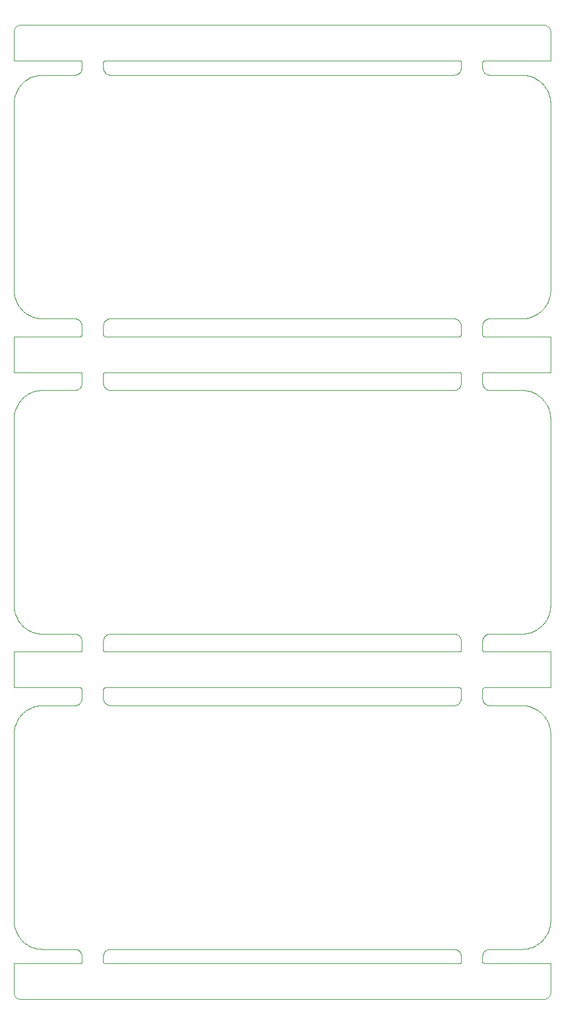
<source format=gm1>
G04 #@! TF.GenerationSoftware,KiCad,Pcbnew,8.0.6*
G04 #@! TF.CreationDate,2024-11-07T02:27:35-08:00*
G04 #@! TF.ProjectId,mse-50-idc-panel,6d73652d-3530-42d6-9964-632d70616e65,1*
G04 #@! TF.SameCoordinates,Original*
G04 #@! TF.FileFunction,Profile,NP*
%FSLAX46Y46*%
G04 Gerber Fmt 4.6, Leading zero omitted, Abs format (unit mm)*
G04 Created by KiCad (PCBNEW 8.0.6) date 2024-11-07 02:27:35*
%MOMM*%
%LPD*%
G01*
G04 APERTURE LIST*
G04 #@! TA.AperFunction,Profile*
%ADD10C,0.100000*%
G04 #@! TD*
G04 APERTURE END LIST*
D10*
X-74284783Y52719551D02*
X-74281194Y52714395D01*
X-73896950Y127760090D02*
X-73901278Y127755537D01*
X-74995108Y901966D02*
X-74994738Y898973D01*
X-66434078Y50998670D02*
X-66418978Y50997458D01*
X-62175324Y129266014D02*
X-62201964Y129291378D01*
X-62472387Y85774241D02*
X-62474562Y85783155D01*
X-12530402Y48633623D02*
X-12536426Y48622989D01*
X-9088844Y94808814D02*
X-9060023Y94829112D01*
X-5375Y125207755D02*
X-20283Y125403516D01*
X-72392139Y51252158D02*
X-72386249Y51249976D01*
X-62472866Y41775691D02*
X-62476128Y41790646D01*
X-12669503Y41447080D02*
X-12674740Y41439546D01*
X-61748641Y94969428D02*
X-61736762Y94972404D01*
X-128557Y97996370D02*
X-126982Y98002451D01*
X-71608804Y7048682D02*
X-71602595Y7047731D01*
X-62484445Y92667115D02*
X-62488278Y92678720D01*
X-8679782Y129019611D02*
X-8733756Y129031038D01*
X-1098706Y96248483D02*
X-967091Y96394161D01*
X-13353442Y94990021D02*
X-13344391Y94988507D01*
X-62322281Y87491278D02*
X-62310502Y87494538D01*
X-12574289Y50377157D02*
X-12561602Y50344268D01*
X-65872335Y50778874D02*
X-65860444Y50769237D01*
X-8505197Y41002309D02*
X-8565923Y41005331D01*
X-65504458Y85920889D02*
X-65507913Y85885808D01*
X-61933967Y6901643D02*
X-61920090Y6908103D01*
X-65713465Y48504696D02*
X-65725594Y48503200D01*
X-9496575Y50067839D02*
X-9495543Y50083112D01*
X-12507765Y130814825D02*
X-12505095Y130802892D01*
X-73996932Y0D02*
X-1003069Y0D01*
X-5055Y37201456D02*
X-5373Y37207730D01*
X-9333886Y92516556D02*
X-9345289Y92520955D01*
X-61773746Y50962500D02*
X-61759019Y50966673D01*
X-835038Y127447892D02*
X-838883Y127452859D01*
X-62166250Y129257790D02*
X-62175324Y129266014D01*
X-9184313Y50729636D02*
X-9157058Y50754339D01*
X-2799575Y40817541D02*
X-2805569Y40819422D01*
X-72580279Y7327481D02*
X-72574506Y7325004D01*
X-12750084Y5000000D02*
X-62250504Y5000000D01*
X-12766202Y41324542D02*
X-12804732Y41285055D01*
X-12519239Y130849639D02*
X-12514846Y130838227D01*
X-9260338Y41354215D02*
X-9283673Y41382650D01*
X-73287626Y84283180D02*
X-73445872Y84166978D01*
X-9068815Y6822943D02*
X-9021292Y6853860D01*
X-71407816Y128981078D02*
X-71602570Y128956274D01*
X-45727Y54399431D02*
X-20923Y54594185D01*
X-62499000Y92751013D02*
X-62499000Y93997401D01*
X-9138397Y129233764D02*
X-9166250Y129257790D01*
X-62060023Y94829112D02*
X-62049840Y94835915D01*
X-65507725Y6115133D02*
X-65502861Y6058648D01*
X-607153Y8883521D02*
X-603830Y8888852D01*
X-62200855Y50713680D02*
X-62175324Y50737987D01*
X-66195450Y6953136D02*
X-66186685Y6950419D01*
X-74956861Y709714D02*
X-74955915Y706850D01*
X-12622024Y43466566D02*
X-12611698Y43460026D01*
X-12513215Y50156112D02*
X-12510876Y50140985D01*
X-65815688Y85274365D02*
X-65841807Y85250691D01*
X-74396171Y52888852D02*
X-74392848Y52883521D01*
X-72392139Y7252158D02*
X-72386249Y7249976D01*
X-12510876Y94140985D02*
X-12506561Y94105998D01*
X-62266157Y85361364D02*
X-62272107Y85368349D01*
X-128563Y38007656D02*
X-182572Y38196408D01*
X-12952810Y94837459D02*
X-12937538Y94827255D01*
X-12505785Y92702423D02*
X-12508463Y92690499D01*
X-62494641Y85910190D02*
X-62497346Y85946873D01*
X-62307598Y50589534D02*
X-62302269Y50597003D01*
X-13418978Y50997458D02*
X-13362550Y50991201D01*
X-72386225Y95249968D02*
X-72200450Y95186468D01*
X-247968Y53615776D02*
X-184468Y53801551D01*
X-9484445Y43336886D02*
X-9480046Y43348289D01*
X-65633932Y94499659D02*
X-65627896Y94489004D01*
X-325481Y97421722D02*
X-323004Y97427495D01*
X-12505785Y48702423D02*
X-12508463Y48690499D01*
X-12557521Y48593037D02*
X-12565504Y48583783D01*
X-9491538Y130815002D02*
X-9488278Y130826781D01*
X-74957680Y712668D02*
X-74956876Y709761D01*
X-65723052Y85374278D02*
X-65732835Y85362506D01*
X-62417186Y48566519D02*
X-62426038Y48574949D01*
X-74709168Y135708334D02*
X-74770951Y135640167D01*
X-71999526Y7128976D02*
X-71808280Y7084597D01*
X-65725594Y5001200D02*
X-65737783Y5000301D01*
X-12804732Y41285055D02*
X-12818034Y41272390D01*
X-706850Y135959415D02*
X-709714Y135960361D01*
X-12701423Y92506785D02*
X-12713465Y92504696D01*
X-2799551Y95186468D02*
X-2613776Y95249968D01*
X-12612096Y94459205D02*
X-12607820Y94451086D01*
X-1549142Y84163118D02*
X-1554109Y84166963D01*
X-9356462Y5023907D02*
X-9367378Y5029402D01*
X-8820546Y41056090D02*
X-8873687Y41075843D01*
X-65654767Y130984539D02*
X-65643592Y130979585D01*
X-12900068Y6800637D02*
X-12871070Y6778006D01*
X-1549122Y7840899D02*
X-1396965Y7964967D01*
X-13394149Y6995212D02*
X-13359496Y6990938D01*
X-65524907Y43359462D02*
X-65519955Y43348289D01*
X-12776600Y94690735D02*
X-12770396Y94683974D01*
X-12516903Y6178799D02*
X-12514810Y6166733D01*
X-13344391Y129015494D02*
X-13353442Y129013980D01*
X-61637451Y41012800D02*
X-61655619Y41015495D01*
X-12582054Y130938929D02*
X-12573201Y130930493D01*
X-9442480Y48593037D02*
X-9449999Y48602672D01*
X-73896932Y96243893D02*
X-73758108Y96105069D01*
X-62351865Y85480717D02*
X-62356726Y85488499D01*
X-65522317Y6205828D02*
X-65520362Y6196863D01*
X-71205730Y7007373D02*
X-71199456Y7007055D01*
X-9434497Y48583783D02*
X-9442480Y48593037D01*
X-184468Y38202450D02*
X-247968Y38388225D01*
X-368072Y135778339D02*
X-441966Y135833142D01*
X-2419722Y128676520D02*
X-2425495Y128678997D01*
X-62345251Y48520959D02*
X-62356425Y48525913D01*
X-62450357Y94309507D02*
X-62446516Y94321135D01*
X-61727760Y85029614D02*
X-61781109Y85043675D01*
X-9426070Y87429070D02*
X-9417218Y87437497D01*
X-74161102Y96551122D02*
X-74037034Y96398965D01*
X-835023Y52556129D02*
X-718821Y52714375D01*
X-504208Y97058085D02*
X-501160Y97063578D01*
X-61491679Y51002000D02*
X-13507204Y51002000D01*
X-65529354Y41766754D02*
X-65532982Y41751884D01*
X-9492276Y129888868D02*
X-9497140Y129945353D01*
X-9442480Y43410964D02*
X-9434497Y43420218D01*
X-12523594Y50211857D02*
X-12513215Y50156112D01*
X-72392163Y84751834D02*
X-72574483Y84679007D01*
X-607166Y83120501D02*
X-715204Y83284429D01*
X-65557477Y50332738D02*
X-65545938Y50297811D01*
X-996936Y151D02*
X-905048Y4665D01*
X-61637451Y6991201D02*
X-61581023Y6997458D01*
X-9490589Y6130347D02*
X-9485416Y6165217D01*
X-62121641Y41220353D02*
X-62163856Y41255874D01*
X-62488278Y92678720D02*
X-62491538Y92690499D01*
X-61581023Y6997458D02*
X-61565923Y6998670D01*
X-12550002Y92602672D02*
X-12557521Y92593037D01*
X-12648141Y129480709D02*
X-12678222Y129434471D01*
X-62417218Y92566504D02*
X-62426070Y92574931D01*
X-71608829Y40955315D02*
X-71802077Y40920679D01*
X-1554109Y95837038D02*
X-1549142Y95840883D01*
X-9166250Y129257790D02*
X-9175324Y129266014D01*
X-61663204Y50987323D02*
X-61607349Y50994909D01*
X-75000000Y48498932D02*
X-75000000Y43505069D01*
X-13314169Y85020738D02*
X-13368639Y85011973D01*
X-9367378Y43472599D02*
X-9356462Y43478094D01*
X-9442524Y41671263D02*
X-9454063Y41706190D01*
X-66146232Y41067877D02*
X-66180866Y41055485D01*
X-12574377Y6377124D02*
X-12554090Y6322546D01*
X-9449999Y5100672D02*
X-9457036Y5110664D01*
X-74037034Y83605036D02*
X-74161102Y83452879D01*
X-74674520Y38582279D02*
X-74676997Y38576506D01*
X-65521538Y50202872D02*
X-65519149Y50190861D01*
X-9356462Y43478094D02*
X-9345289Y43483046D01*
X-62394950Y129558376D02*
X-62410677Y129591628D01*
X-61736762Y94972404D02*
X-61700872Y94980463D01*
X-66035915Y6886482D02*
X-66022460Y6879184D01*
X-65582783Y48566504D02*
X-65592037Y48558521D01*
X-12991741Y6861890D02*
X-12981237Y6855595D01*
X-13103689Y85085296D02*
X-13154923Y85064807D01*
X-9407964Y48558521D02*
X-9417218Y48566504D01*
X-62494216Y43301578D02*
X-62491538Y43313502D01*
X-835038Y39447892D02*
X-838883Y39452859D01*
X-1717551Y7717218D02*
X-1712395Y7720807D01*
X-13456202Y85003974D02*
X-13495511Y85002242D01*
X-65601672Y92551002D02*
X-65611664Y92543965D01*
X-1396965Y128039034D02*
X-1549122Y128163102D01*
X-72943916Y7506208D02*
X-72938423Y7503160D01*
X-62480011Y48655747D02*
X-62484408Y48667151D01*
X-12501076Y50005055D02*
X-12501000Y49998933D01*
X-65501076Y50005055D02*
X-65501000Y49998933D01*
X-62429716Y129636807D02*
X-62434124Y129648232D01*
X-712668Y42321D02*
X-709761Y43125D01*
X-72194408Y95184572D02*
X-72005656Y95130563D01*
X-182579Y82196432D02*
X-184460Y82202426D01*
X-73896932Y8243893D02*
X-73758108Y8105069D01*
X-838899Y127452879D02*
X-962967Y127605036D01*
X-9369070Y50494322D02*
X-9364401Y50502222D01*
X-74883223Y531355D02*
X-74881867Y528661D01*
X-12549272Y130902726D02*
X-12542236Y130892725D01*
X0Y87505069D02*
X0Y92498932D01*
X-74032927Y83609821D02*
X-74037018Y83605055D01*
X-74749834Y9609838D02*
X-74677007Y9427518D01*
X0Y1003069D02*
X0Y4996932D01*
X-62499516Y5249183D02*
X-62499004Y5997487D01*
X-3191721Y95084597D02*
X-3000475Y95128976D01*
X-9477684Y129798173D02*
X-9479639Y129807138D01*
X-62415640Y129602823D02*
X-62429716Y129636807D01*
X-65594433Y50423529D02*
X-65579527Y50389901D01*
X-73450879Y40163102D02*
X-73603036Y40039034D01*
X-9334655Y6550496D02*
X-9326230Y6563275D01*
X-61700872Y129023538D02*
X-61736762Y129031597D01*
X-8942240Y6897605D02*
X-8910373Y6912677D01*
X-65542384Y85717909D02*
X-65545938Y85706190D01*
X-74752033Y82388225D02*
X-74815533Y82202450D01*
X-12878353Y94783642D02*
X-12836138Y94748121D01*
X-45731Y125604595D02*
X-46682Y125610804D01*
X-1717551Y51717218D02*
X-1712395Y51720807D01*
X-62062463Y41176746D02*
X-62107176Y41209065D01*
X-3044Y87502001D02*
X-1026Y87502050D01*
X-12737830Y87501700D02*
X-12725640Y87500801D01*
X-71199456Y40996946D02*
X-71205730Y40996628D01*
X-65530402Y87370378D02*
X-65524907Y87359462D01*
X-61506310Y129002430D02*
X-61589941Y129007342D01*
X-12643576Y43478088D02*
X-12632658Y43472591D01*
X-12592037Y92558521D02*
X-12601672Y92551002D01*
X-74917404Y10193721D02*
X-74873025Y10002475D01*
X-9499000Y93997401D02*
X-9498831Y94006584D01*
X-13149155Y94937050D02*
X-13132019Y94930440D01*
X-61640505Y129013063D02*
X-61652619Y129014860D01*
X-9138397Y85233764D02*
X-9166250Y85257790D01*
X-8751555Y129035496D02*
X-8804551Y129050865D01*
X-9442480Y92593037D02*
X-9449999Y92602672D01*
X-42321Y135290833D02*
X-43125Y135293740D01*
X-2419699Y51327492D02*
X-2241302Y51409460D01*
X-65519955Y43348289D02*
X-65515556Y43336886D01*
X-617323Y76200D02*
X-614566Y77423D01*
X-74979081Y37409790D02*
X-74979716Y37403541D01*
X-62298535Y48506786D02*
X-62310461Y48509465D01*
X-8597902Y129007992D02*
X-8607349Y129009092D01*
X-65565450Y129649706D02*
X-65570871Y129635391D01*
X-12688798Y129419455D02*
X-12723127Y129374335D01*
X-62450802Y41695960D02*
X-62461035Y41729693D01*
X-12818027Y129272396D02*
X-12860506Y129234835D01*
X-9378012Y43466575D02*
X-9367378Y43472599D01*
X-65573931Y92574931D02*
X-65582783Y92566504D01*
X-3391172Y51048686D02*
X-3197924Y51083322D01*
X-66154923Y94939194D02*
X-66102274Y94918139D01*
X-66100823Y85086361D02*
X-66133391Y85072871D01*
X-65689498Y5007463D02*
X-65701423Y5004785D01*
X-61795811Y129047938D02*
X-61830738Y129059477D01*
X-12509412Y129873654D02*
X-12514810Y129837268D01*
X-72200450Y84817533D02*
X-72386225Y84754033D01*
X-13078472Y6907568D02*
X-13067402Y6902332D01*
X-74101053Y135998235D02*
X-74192056Y135984736D01*
X-61589941Y94996659D02*
X-61506310Y95001571D01*
X-292930Y292965D02*
X-290850Y295149D01*
X-12611664Y92543965D02*
X-12621989Y92537426D01*
X-13272241Y129029614D02*
X-13281155Y129027439D01*
X-9494641Y85910190D02*
X-9497346Y85946873D01*
X-12666171Y5014562D02*
X-12677778Y5010727D01*
X-9166250Y85257790D02*
X-9175324Y85266014D01*
X-9417219Y130938997D02*
X-9407964Y130946980D01*
X-9497801Y130778907D02*
X-9496305Y130791036D01*
X-62405568Y50423529D02*
X-62400332Y50434599D01*
X-4001571Y51002001D02*
X-3998430Y51002040D01*
X-74979718Y37403516D02*
X-74994626Y37207755D01*
X-65654712Y92520955D02*
X-65666115Y92516556D01*
X-13447298Y41004476D02*
X-13454672Y41004041D01*
X-12722204Y94628453D02*
X-12688798Y94584546D01*
X-62498831Y94006584D02*
X-62496631Y94066317D01*
X-62470169Y5131726D02*
X-62475662Y5142650D01*
X-65511723Y43325281D02*
X-65508463Y43313502D01*
X-12508502Y43313462D02*
X-12505826Y43301536D01*
X-65666115Y92516556D02*
X-65677720Y92512723D01*
X-62496125Y94075479D02*
X-62495282Y94084616D01*
X-13409718Y41007248D02*
X-13447298Y41004476D01*
X-62496263Y48714509D02*
X-62497757Y48726640D01*
X-967091Y127609840D02*
X-1098706Y127755518D01*
X-65521538Y129801129D02*
X-65529597Y129765239D01*
X-9267166Y50641495D02*
X-9228595Y50685115D01*
X-1003044Y1D02*
X-996961Y150D01*
X-65573931Y5072931D02*
X-65582782Y5064504D01*
X-9475094Y87359462D02*
X-9469599Y87370378D01*
X-74281180Y96714375D02*
X-74164978Y96556129D01*
X-13149146Y50937047D02*
X-13140526Y50933903D01*
X-9442480Y130912464D02*
X-9434497Y130921718D01*
X-12873548Y41224204D02*
X-12917462Y41190792D01*
X-66172199Y94945375D02*
X-66163504Y94942444D01*
X-66507204Y51002000D02*
X-66494804Y51001692D01*
X-65562241Y41658338D02*
X-65583862Y41604274D01*
X-74396184Y83115127D02*
X-74495780Y82945938D01*
X-65582783Y92566504D02*
X-65592037Y92558521D01*
X-62107169Y85209059D02*
X-62121648Y85220359D01*
X-74981236Y135195556D02*
X-74994735Y135104553D01*
X-9488938Y41861496D02*
X-9493440Y41898003D01*
X-3800570Y84996947D02*
X-3998418Y85001960D01*
X-65501000Y48751013D02*
X-65501301Y48738783D01*
X-292965Y135710571D02*
X-295149Y135712651D01*
X-65565549Y130921690D02*
X-65557566Y130912432D01*
X-168580Y444493D02*
X-166966Y447041D01*
X-9437760Y6345663D02*
X-9416139Y6399727D01*
X-13311140Y6982852D02*
X-13299129Y6980463D01*
X-1103051Y96243911D02*
X-1098723Y96248464D01*
X-1712375Y51720821D02*
X-1554129Y51837023D01*
X-9356462Y87478094D02*
X-9345289Y87483046D01*
X-65503696Y43289536D02*
X-65502200Y43277407D01*
X-74749834Y53609838D02*
X-74677007Y53427518D01*
X-9365201Y94500925D02*
X-9334655Y94550496D01*
X-65580234Y6391263D02*
X-65574289Y6377157D01*
X-62146542Y6763237D02*
X-62102279Y6798663D01*
X-12804738Y129285048D02*
X-12811266Y129278600D01*
X-66240982Y94966673D02*
X-66226255Y94962500D01*
X-13495511Y41002242D02*
X-13506494Y41002001D01*
X-9119351Y50785673D02*
X-9109697Y50793207D01*
X-9490589Y50130347D02*
X-9485416Y50165217D01*
X-3598485Y40981718D02*
X-3794246Y40996626D01*
X-66192494Y41051644D02*
X-66226227Y41041411D01*
X-8655619Y41015495D02*
X-8711355Y41025873D01*
X-74589764Y126766362D02*
X-74592530Y126760722D01*
X-74979078Y10594185D02*
X-74954274Y10399431D01*
X-65545938Y85706190D02*
X-65556996Y85672718D01*
X-73607821Y51969074D02*
X-73603055Y51964983D01*
X-65536426Y5120989D02*
X-65542965Y5110664D01*
X-8581023Y41006543D02*
X-8637451Y41012800D01*
X-9345289Y5018955D02*
X-9356462Y5023907D01*
X-250158Y53609862D02*
X-247976Y53615752D01*
X-12503757Y5212531D02*
X-12505844Y5200486D01*
X-9488278Y130826781D02*
X-9484445Y130838386D01*
X-73118501Y84394835D02*
X-73282429Y84286797D01*
X-13140526Y50933903D02*
X-13132028Y50930443D01*
X-65550002Y5100672D02*
X-65557521Y5091037D01*
X-73113127Y7605817D02*
X-72943938Y7506221D01*
X-12733844Y50642637D02*
X-12727894Y50635652D01*
X-46686Y37610829D02*
X-81322Y37804077D01*
X-65666086Y50551840D02*
X-65646406Y50520764D01*
X-12643576Y87478088D02*
X-12632658Y87472591D01*
X-12565536Y43420199D02*
X-12557553Y43410943D01*
X-9274407Y131002301D02*
X-9262218Y131003200D01*
X-61607349Y50994909D02*
X-61597902Y50996009D01*
X-74192080Y135984732D02*
X-74195052Y135984216D01*
X-3592211Y40981081D02*
X-3598460Y40981716D01*
X-3794246Y7007375D02*
X-3598485Y7022283D01*
X-65515556Y87336886D02*
X-65511723Y87325281D01*
X-9485416Y50165217D02*
X-9482707Y50180282D01*
X-62240085Y6672774D02*
X-62233799Y6679459D01*
X-75000000Y4996932D02*
X-75000000Y1003069D01*
X-9478463Y85801129D02*
X-9480852Y85813140D01*
X-13029155Y85121110D02*
X-13037325Y85116935D01*
X0Y55003584D02*
X0Y81000417D01*
X-65701364Y50601933D02*
X-65694069Y50592096D01*
X-74707071Y135710536D02*
X-74709151Y135708352D01*
X-9497346Y41946873D02*
X-9497947Y41959105D01*
X-65519149Y129813140D02*
X-65521538Y129801129D01*
X-73445892Y84166963D02*
X-73450859Y84163118D01*
X-9060023Y94829112D02*
X-9049840Y94835915D01*
X-12589324Y129591628D02*
X-12604396Y129559761D01*
X-65824677Y50737987D02*
X-65798037Y50712623D01*
X-2056085Y84497793D02*
X-2061578Y84500841D01*
X-9491538Y43313502D02*
X-9488278Y43325281D01*
X-12965628Y85158135D02*
X-12973470Y85153369D01*
X-9499001Y130005068D02*
X-9499001Y130754488D01*
X-62498929Y130754415D02*
X-62498632Y130766647D01*
X-9484445Y92667115D02*
X-9488278Y92678720D01*
X-9394950Y6445625D02*
X-9389444Y6456564D01*
X-1098723Y127755537D02*
X-1103051Y127760090D01*
X-62434497Y92583783D02*
X-62442480Y92593037D01*
X-8782615Y94960026D02*
X-8748641Y94969428D01*
X-65573931Y87429070D02*
X-65565504Y87420218D01*
X-13338306Y41016473D02*
X-13394494Y41008842D01*
X-9367378Y92531402D02*
X-9378012Y92537426D01*
X-62398329Y92551002D02*
X-62407964Y92558521D01*
X-74281194Y83289606D02*
X-74284783Y83284450D01*
X-62099933Y129203364D02*
X-62128931Y129225995D01*
X-62018764Y129148406D02*
X-62049840Y129168086D01*
X-9463575Y43381012D02*
X-9457036Y43391337D01*
X-13434078Y94998670D02*
X-13418978Y94997458D01*
X-12536426Y48622989D02*
X-12542965Y48612664D01*
X-74471340Y118134D02*
X-74468646Y116778D01*
X-9497346Y85946873D02*
X-9497947Y85959105D01*
X-74873019Y98002451D02*
X-74871444Y97996370D01*
X-9175324Y85266014D02*
X-9201964Y85291378D01*
X-75000000Y99003571D02*
X-74999961Y99000430D01*
X-62327112Y94562023D02*
X-62305932Y94592096D01*
X-65931186Y41181058D02*
X-65978709Y41150141D01*
X-66022460Y6879184D02*
X-65972153Y6849865D01*
X-74998975Y43502050D02*
X-74996957Y43502001D01*
X-62493440Y41898003D02*
X-62494641Y41910190D01*
X-61718846Y85027439D02*
X-61727760Y85029614D01*
X-62488278Y87325281D02*
X-62484445Y87336886D01*
X-1098706Y8248483D02*
X-967091Y8394161D01*
X-65557521Y5091037D02*
X-65565504Y5081783D01*
X-13217410Y129044066D02*
X-13272241Y129029614D01*
X-73450859Y95840883D02*
X-73445892Y95837038D01*
X-62184313Y94729636D02*
X-62158194Y94753310D01*
X-65772365Y129317688D02*
X-65780809Y129308819D01*
X-66359496Y41013063D02*
X-66394149Y41008789D01*
X-9491538Y92690499D02*
X-9494216Y92702423D01*
X-12557553Y43410943D02*
X-12550034Y43401306D01*
X-12524079Y6214875D02*
X-12516903Y6178799D01*
X-71199456Y84996946D02*
X-71205730Y84996628D01*
X-72943938Y84497780D02*
X-73113127Y84398184D01*
X-12678222Y129434471D02*
X-12688798Y129419455D01*
X-74037018Y96398946D02*
X-74032927Y96394180D01*
X-12535700Y6262505D02*
X-12526762Y6226824D01*
X-184468Y126202450D02*
X-247968Y126388225D01*
X-71407816Y40981078D02*
X-71602570Y40956274D01*
X-62039556Y50842606D02*
X-62029210Y50849158D01*
X-65750084Y131003500D02*
X-65737852Y131003200D01*
X-65694069Y85411905D02*
X-65701364Y85402068D01*
X-12550034Y43401306D02*
X-12542997Y43391312D01*
X-804949Y135984216D02*
X-807921Y135984732D01*
X-74379818Y135928405D02*
X-74382632Y135927320D01*
X-3598485Y128981718D02*
X-3794246Y128996626D01*
X-12789378Y6703964D02*
X-12764014Y6677324D01*
X-12703333Y85399729D02*
X-12737807Y85356656D01*
X-9488938Y85861496D02*
X-9493440Y85898003D01*
X-65677720Y87491278D02*
X-65666115Y87487445D01*
X-8853769Y6936124D02*
X-8819135Y6948516D01*
X-74164963Y96556109D02*
X-74161118Y96551142D01*
X-12932463Y41180227D02*
X-12978709Y41150141D01*
X-65601672Y87452999D02*
X-65592037Y87445480D01*
X-74994946Y10802545D02*
X-74994628Y10796271D01*
X-65701423Y92506785D02*
X-65713465Y92504696D01*
X-65673771Y85440726D02*
X-65694069Y85411905D01*
X-62476128Y94213355D02*
X-62472866Y94228310D01*
X-2241302Y84594541D02*
X-2419699Y84676509D01*
X-12554090Y6322546D02*
X-12549199Y6308041D01*
X-9499001Y130754488D02*
X-9498700Y130766718D01*
X-74817422Y53807569D02*
X-74815541Y53801575D01*
X-12520005Y5153763D02*
X-12524956Y5142587D01*
X-9469599Y87370378D02*
X-9463575Y87381012D01*
X-62446516Y6321135D02*
X-62434124Y6355769D01*
X-9147786Y41241663D02*
X-9157058Y41249662D01*
X-62377184Y50479541D02*
X-62348636Y50528523D01*
X-62000222Y85137600D02*
X-62047191Y85166542D01*
X-61830738Y129059477D02*
X-61842268Y129063602D01*
X-62272107Y85368349D02*
X-62277797Y85375548D01*
X-8976255Y50880021D02*
X-8965455Y50885794D01*
X-2994370Y128873444D02*
X-3000451Y128875019D01*
X-12570285Y129636807D02*
X-12584361Y129602823D01*
X-62175324Y50737987D02*
X-62166250Y50746211D01*
X-45731Y37604595D02*
X-46682Y37610804D01*
X-45727Y98399431D02*
X-20923Y98594185D01*
X-62345289Y87483046D02*
X-62333886Y87487445D01*
X-9469599Y92633623D02*
X-9475094Y92644539D01*
X-12530436Y87370348D02*
X-12524941Y87359430D01*
X-2056085Y40497793D02*
X-2061578Y40500841D01*
X-447062Y135836547D02*
X-525972Y135883844D01*
X-9470647Y94237247D02*
X-9467019Y94252117D01*
X-13224794Y85041964D02*
X-13242495Y85037065D01*
X-12505342Y85911724D02*
X-12506748Y85896482D01*
X-12872278Y129225052D02*
X-12898861Y129204307D01*
X-65501299Y129985104D02*
X-65501769Y129969878D01*
X-65539961Y6277198D02*
X-65537351Y6268401D01*
X-62493440Y85898003D02*
X-62494641Y85910190D01*
X-61727760Y6974387D02*
X-61718846Y6976562D01*
X-62496244Y130790970D02*
X-62494157Y130803015D01*
X-8773774Y50962590D02*
X-8758997Y50966582D01*
X-9333886Y5014556D02*
X-9345289Y5018955D01*
X-82591Y98193746D02*
X-81327Y98199899D01*
X-9210623Y129300037D02*
X-9235987Y129326677D01*
X-62121648Y85220359D02*
X-62163863Y85255880D01*
X-62491482Y130814942D02*
X-62488224Y130826724D01*
X-62488224Y130826724D02*
X-62484393Y130838332D01*
X-62146542Y94763237D02*
X-62101082Y94799620D01*
X-13050915Y41109820D02*
X-13059185Y41105846D01*
X-74558015Y170344D02*
X-74555549Y168607D01*
X-9438399Y85659733D02*
X-9442524Y85671263D01*
X-61859475Y6933903D02*
X-61850855Y6937047D01*
X-65519955Y92655712D02*
X-65524907Y92644539D01*
X-61798685Y6954994D02*
X-61781109Y6960326D01*
X-61727760Y41029614D02*
X-61781109Y41043675D01*
X-12892832Y94794942D02*
X-12878353Y94783642D01*
X-74999951Y92500975D02*
X-75000000Y92498957D01*
X-12737783Y48502301D02*
X-12750013Y48502000D01*
X-9276006Y6630931D02*
X-9268237Y6640397D01*
X-62442448Y48593058D02*
X-62449967Y48602695D01*
X-74284783Y96719551D02*
X-74281194Y96714395D01*
X-65508463Y92690499D02*
X-65511723Y92678720D01*
X-12501600Y6032598D02*
X-12501300Y6020429D01*
X-74468646Y135886723D02*
X-74471340Y135885367D01*
X-74996957Y48502000D02*
X-74998975Y48501951D01*
X-9157058Y41249662D02*
X-9184313Y41274365D01*
X-838883Y96551142D02*
X-835038Y96556109D01*
X-9249988Y43502000D02*
X-3069Y43502000D01*
X-12713465Y48504696D02*
X-12725594Y48503200D01*
X-12860506Y129234835D02*
X-12872278Y129225052D01*
X-407460Y53243302D02*
X-325492Y53421699D01*
X-2799575Y128817541D02*
X-2805569Y128819422D01*
X-65542384Y41717909D02*
X-65545938Y41706190D01*
X-9218109Y94696266D02*
X-9193182Y94721192D01*
X-8920090Y50908103D02*
X-8866573Y50931043D01*
X-12501769Y85969866D02*
X-12505342Y85911724D01*
X-9146601Y6763310D02*
X-9119351Y6785673D01*
X-45731Y81604595D02*
X-46682Y81610804D01*
X-12502244Y87277361D02*
X-12501348Y87265171D01*
X-62398282Y130954481D02*
X-62388289Y130961521D01*
X-66494804Y95001692D02*
X-66434078Y94998670D01*
X-12592037Y48558521D02*
X-12601672Y48551002D01*
X-62274407Y92503200D02*
X-62286536Y92504696D01*
X-62356462Y87478094D02*
X-62345289Y87483046D01*
X-12524079Y129789126D02*
X-12526762Y129777177D01*
X-2613776Y128754033D02*
X-2799551Y128817533D01*
X-61867982Y85073561D02*
X-61918682Y85095295D01*
X-3191746Y128919410D02*
X-3197899Y128920674D01*
X-444452Y168607D02*
X-441986Y170344D01*
X-12565536Y87420199D02*
X-12557553Y87410943D01*
X-74636649Y229034D02*
X-74634365Y227064D01*
X-72574506Y40678997D02*
X-72580279Y40676520D01*
X-607153Y52883521D02*
X-603830Y52888852D01*
X-62497801Y87277407D02*
X-62496305Y87289536D01*
X-13290144Y50978407D02*
X-13281155Y50976562D01*
X-65557521Y48593037D02*
X-65565504Y48583783D01*
X-8709857Y85025594D02*
X-8718846Y85027439D01*
X-61655619Y6988506D02*
X-61637451Y6991201D01*
X-65601671Y5049002D02*
X-65611664Y5041965D01*
X-72580279Y51327481D02*
X-72574506Y51325004D01*
X-182579Y126196432D02*
X-184460Y126202426D01*
X-13218892Y94960326D02*
X-13201316Y94954994D01*
X-65511063Y50142505D02*
X-65506561Y50105998D01*
X-8588420Y129007253D02*
X-8597902Y129007992D01*
X-65502655Y50057128D02*
X-65502054Y50044896D01*
X-74981232Y807921D02*
X-74980716Y804949D01*
X-8821974Y129056621D02*
X-8875124Y129076377D01*
X-74995336Y135098453D02*
X-74999850Y135006565D01*
X-74873025Y38001526D02*
X-74917404Y37810280D01*
X-12917462Y41190792D02*
X-12924865Y41185372D01*
X-61688861Y129021149D02*
X-61700872Y129023538D01*
X-74996932Y131003500D02*
X-65750084Y131003500D01*
X-9389444Y94456564D02*
X-9372827Y94487653D01*
X-62434465Y48583802D02*
X-62442448Y48593058D01*
X-8652619Y94989141D02*
X-8640505Y94990938D01*
X-66329238Y6986126D02*
X-66320228Y6984391D01*
X-74922578Y135388935D02*
X-74923801Y135386178D01*
X-12546419Y50299265D02*
X-12542066Y50284591D01*
X-3197924Y40920679D02*
X-3391172Y40955315D01*
X-12556790Y130912370D02*
X-12549272Y130902726D01*
X-8640505Y6990938D02*
X-8605852Y6995212D01*
X-13023746Y6880021D02*
X-12991741Y6861890D01*
X-12580234Y94391263D02*
X-12574289Y94377157D01*
X-65502200Y5224594D02*
X-65503696Y5212465D01*
X-62494175Y48702465D02*
X-62496263Y48714509D01*
X-9463575Y48622989D02*
X-9469599Y48633623D01*
X-62438399Y85659733D02*
X-62442524Y85671263D01*
X-62450357Y6309507D02*
X-62446516Y6321135D01*
X-3998430Y129001961D02*
X-4001571Y129002000D01*
X-3197924Y84920679D02*
X-3391172Y84955315D01*
X-43125Y709761D02*
X-42321Y712668D01*
X-74998975Y87502050D02*
X-74996957Y87502001D01*
X-12503407Y6069374D02*
X-12501600Y6032598D01*
X-62262218Y92502301D02*
X-62274407Y92503200D01*
X-61582051Y85006657D02*
X-61637460Y85012801D01*
X-2799551Y7186468D02*
X-2613776Y7249968D01*
X-12582828Y5064527D02*
X-12592083Y5056542D01*
X-9119351Y41218328D02*
X-9147786Y41241663D01*
X-12546508Y85704766D02*
X-12564951Y85651155D01*
X-62490589Y129873654D02*
X-62492088Y129885808D01*
X-3592211Y128981081D02*
X-3598460Y128981716D01*
X-65652843Y6531210D02*
X-65633932Y6499659D01*
X-9305932Y94592096D02*
X-9298637Y94601933D01*
X-9356462Y130979594D02*
X-9345289Y130984546D01*
X-9498831Y94006584D02*
X-9496575Y94067839D01*
X-65502200Y87277407D02*
X-65501301Y87265218D01*
X-73607821Y95969074D02*
X-73603055Y95964983D01*
X-12501526Y130778705D02*
X-12500637Y130766509D01*
X-66320219Y129019611D02*
X-66338316Y129016471D01*
X-74815533Y53801551D02*
X-74752033Y53615776D01*
X-61588420Y50996748D02*
X-61506310Y51001571D01*
X-61589941Y129007342D02*
X-61605852Y129008789D01*
X-74495793Y126945916D02*
X-74498841Y126940423D01*
X-73758090Y96105051D02*
X-73753537Y96100723D01*
X-9333886Y43487445D02*
X-9322281Y43491278D01*
X-614566Y135926078D02*
X-617323Y135927301D01*
X-12511063Y85861496D02*
X-12512860Y85849382D01*
X-66312650Y41020887D02*
X-66347382Y41014860D01*
X-250167Y82394163D02*
X-322994Y82576483D01*
X-12565504Y48583783D02*
X-12573931Y48574931D01*
X-72938401Y7503148D02*
X-72764384Y7412249D01*
X-81327Y37804102D02*
X-82591Y37810255D01*
X-62464301Y41741496D02*
X-62472866Y41775691D01*
X-65806819Y85282809D02*
X-65815688Y85274365D01*
X-72392163Y128751834D02*
X-72574483Y128679007D01*
X-73450879Y84163102D02*
X-73603036Y84039034D01*
X-3044Y43502001D02*
X-1026Y43502050D01*
X-12878360Y50783648D02*
X-12836138Y50748121D01*
X-13132028Y50930443D02*
X-13081311Y50908703D01*
X-12800334Y85289346D02*
X-12840748Y85251803D01*
X-12502200Y92726594D02*
X-12503696Y92714465D01*
X-65509412Y41873654D02*
X-65514585Y41838784D01*
X-74996932Y87502000D02*
X-65750013Y87502000D01*
X-3391197Y40955319D02*
X-3397406Y40956270D01*
X-71802077Y95083322D02*
X-71608829Y95048686D01*
X-62463575Y87381012D02*
X-62457036Y87391337D01*
X-74752025Y97615752D02*
X-74749843Y97609862D01*
X-66133391Y85072871D02*
X-66147706Y85067450D01*
X-62494760Y5200569D02*
X-62496843Y5212618D01*
X-9499000Y87252988D02*
X-9498700Y87265218D01*
X-62286472Y131000804D02*
X-62274340Y131002301D01*
X-65506561Y50105998D02*
X-65505360Y50093811D01*
X-62449967Y48602695D02*
X-62457004Y48612689D01*
X-9463575Y130882512D02*
X-9457036Y130892837D01*
X-61605852Y94995212D02*
X-61589941Y94996659D01*
X-65713465Y43499305D02*
X-65701423Y43497216D01*
X-9499000Y42005068D02*
X-9499000Y43252988D01*
X-62483098Y6178799D02*
X-62475922Y6214875D01*
X-838899Y39452879D02*
X-962967Y39605036D01*
X-65689499Y43494538D02*
X-65677720Y43491278D01*
X-9434497Y43420218D02*
X-9426070Y43429070D01*
X-62223401Y85313266D02*
X-62229605Y85320027D01*
X-62491538Y87313502D02*
X-62488278Y87325281D01*
X-13445776Y85004652D02*
X-13456202Y85003974D01*
X-65701364Y41402068D02*
X-65723995Y41373070D01*
X-73118480Y7609153D02*
X-73113149Y7605830D01*
X-62449999Y43401329D02*
X-62442480Y43410964D01*
X-9184313Y94729636D02*
X-9158194Y94753310D01*
X-62490589Y50130347D02*
X-62485191Y50166733D01*
X-9487141Y41849382D02*
X-9488938Y41861496D01*
X-9480046Y87348289D02*
X-9475094Y87359462D01*
X-13266254Y41031036D02*
X-13320228Y41019610D01*
X-61887901Y50922474D02*
X-61876587Y50927160D01*
X-62183178Y6730665D02*
X-62158194Y6753310D01*
X-73450859Y51840883D02*
X-73445892Y51837038D01*
X-73753537Y39903278D02*
X-73758090Y39898950D01*
X-2425495Y7325004D02*
X-2419722Y7327481D01*
X-9480852Y85813140D02*
X-9487141Y85849382D01*
X-9494216Y43301578D02*
X-9491538Y43313502D01*
X-8806041Y41051199D02*
X-8820546Y41056090D01*
X-9405568Y129580472D02*
X-9420474Y129614100D01*
X-3592185Y51022923D02*
X-3397431Y51047727D01*
X-72758699Y51409460D02*
X-72580302Y51327492D01*
X-447041Y166966D02*
X-444493Y168580D01*
X-12523594Y94211857D02*
X-12513215Y94156112D01*
X-323004Y126576506D02*
X-325481Y126582279D01*
X-1886852Y7605830D02*
X-1881521Y7609153D01*
X-62395605Y6444240D02*
X-62388639Y6457870D01*
X-74379795Y75087D02*
X-74293174Y44094D01*
X-62498701Y129983572D02*
X-62498929Y130754415D01*
X-3044Y131003501D02*
X-1026Y131003550D01*
X-9490028Y129870639D02*
X-9492276Y129888868D01*
X-74880344Y525972D02*
X-74833047Y447062D01*
X-2419699Y95327492D02*
X-2241302Y95409460D01*
X-62425712Y85626844D02*
X-62438399Y85659733D01*
X-12536459Y43380984D02*
X-12530436Y43370348D01*
X-62495693Y129922414D02*
X-62496594Y129934627D01*
X-9227636Y41317688D02*
X-9252339Y41344943D01*
X-62484408Y48667151D02*
X-62488241Y48678758D01*
X-12505826Y87301536D02*
X-12503738Y87289492D01*
X-12798037Y6712623D02*
X-12789378Y6703964D01*
X-9298637Y85402068D02*
X-9305932Y85411905D01*
X-9373445Y50486257D02*
X-9369070Y50494322D01*
X-73607840Y40034910D02*
X-73753518Y39903295D01*
X-65737852Y131003200D02*
X-65725661Y131002301D01*
X-9457036Y92612664D02*
X-9463575Y92622989D01*
X-325492Y126582302D02*
X-407460Y126760699D01*
X-19955Y801958D02*
X-19294Y804901D01*
X-61867973Y6930443D02*
X-61859475Y6933903D01*
X-74999951Y4998975D02*
X-75000000Y4996957D01*
X-62398901Y5049043D02*
X-62408537Y5056568D01*
X-62457935Y50284591D02*
X-62453582Y50299265D01*
X-62311203Y85419455D02*
X-62321779Y85434471D01*
X-12678222Y50569530D02*
X-12648136Y50523284D01*
X-71802102Y84920674D02*
X-71808255Y84919410D01*
X-2607862Y128751843D02*
X-2613752Y128754025D01*
X-5054Y98802570D02*
X-41Y99000418D01*
X-13015744Y94875445D02*
X-13007679Y94871070D01*
X-65542965Y87391337D02*
X-65536426Y87381012D01*
X-65589979Y94413758D02*
X-65583862Y94399727D01*
X-72200450Y40817533D02*
X-72386225Y40754033D01*
X0Y43505069D02*
X0Y48498932D01*
X-74382632Y76181D02*
X-74379818Y75096D01*
X-12871070Y6778006D02*
X-12861604Y6770237D01*
X-74871444Y82007631D02*
X-74873019Y82001550D01*
X-65654712Y48520955D02*
X-65666115Y48516556D01*
X-12737122Y131003200D02*
X-12724927Y131002300D01*
X-9367378Y48531402D02*
X-9378012Y48537426D01*
X-12564951Y85651155D02*
X-12571561Y85634019D01*
X-65610557Y41547437D02*
X-65627174Y41516348D01*
X-13242495Y85037065D02*
X-13296173Y85024317D01*
X-9496305Y92714465D02*
X-9497801Y92726594D01*
X-62388337Y87460036D02*
X-62378012Y87466575D01*
X-62461035Y129729693D02*
X-62464301Y129741496D01*
X-9480046Y130849789D02*
X-9475094Y130860962D01*
X-65750013Y87502000D02*
X-65737783Y87501700D01*
X-74474008Y119644D02*
X-74471383Y118157D01*
X-65599669Y50434599D02*
X-65594433Y50423529D01*
X-65501000Y49998933D02*
X-65501000Y48751013D01*
X-607166Y127120501D02*
X-715204Y127284429D01*
X-9268237Y129363604D02*
X-9276006Y129373070D01*
X-9495543Y6083112D02*
X-9492088Y6118193D01*
X-712692Y135961186D02*
X-801934Y135983540D01*
X-73996957Y136003500D02*
X-74003040Y136003351D01*
X-65529597Y50238762D02*
X-65521538Y50202872D01*
X-74704834Y290833D02*
X-74636667Y229050D01*
X-65723995Y50630931D02*
X-65701364Y50601933D01*
X-12957968Y85163186D02*
X-12965628Y85158135D01*
X-62387900Y85544788D02*
X-62396158Y85561194D01*
X-1886874Y84398184D02*
X-2056063Y84497780D01*
X-65503696Y5212465D02*
X-65505785Y5200423D01*
X-12836138Y50748121D02*
X-12829227Y50742085D01*
X-74293174Y135959407D02*
X-74379795Y135928414D01*
X-62475922Y129789126D02*
X-62483098Y129825202D01*
X-9211680Y6702855D02*
X-9200790Y6713611D01*
X-12600947Y130954447D02*
X-12591310Y130946920D01*
X-74555508Y168580D02*
X-74552960Y166966D01*
X-62211611Y50702790D02*
X-62200855Y50713680D01*
X-12725594Y48503200D02*
X-12737783Y48502301D01*
X-65737783Y87501700D02*
X-65725594Y87500801D01*
X-13109345Y41082872D02*
X-13126314Y41075843D01*
X-12836138Y94748121D02*
X-12829227Y94742085D01*
X-62484445Y43336886D02*
X-62480046Y43348289D01*
X-962967Y8398965D02*
X-838899Y8551122D01*
X-718807Y52714395D02*
X-715218Y52719551D01*
X-9333886Y87487445D02*
X-9322281Y87491278D01*
X-62026523Y6850636D02*
X-61977541Y6879184D01*
X-718821Y127289626D02*
X-835023Y127447872D01*
X-65583862Y94399727D02*
X-65562241Y94345663D01*
X-72005656Y40873438D02*
X-72194408Y40819429D01*
X-9026523Y85153365D02*
X-9042041Y85163191D01*
X-77433Y135388957D02*
X-116767Y135472124D01*
X-74198043Y19955D02*
X-74195100Y19294D01*
X-62228595Y94685115D02*
X-62218109Y94696266D01*
X-65951505Y129167346D02*
X-66001076Y129136800D01*
X-1026Y92501951D02*
X-3044Y92502000D01*
X-75000000Y1003044D02*
X-74999851Y996961D01*
X-62128931Y129225995D02*
X-62138397Y129233764D01*
X-12824677Y6737987D02*
X-12798037Y6712623D01*
X-61976255Y129123980D02*
X-62008260Y129142111D01*
X-62359890Y94510260D02*
X-62353595Y94520764D01*
X-9457617Y85717909D02*
X-9467428Y85753360D01*
X-65511063Y129861496D02*
X-65512860Y129849382D01*
X-65701485Y130998714D02*
X-65689559Y130996035D01*
X-66266254Y6972965D02*
X-66248437Y6968502D01*
X-9042041Y129163191D02*
X-9088790Y129195264D01*
X-62276949Y94629723D02*
X-62267166Y94641495D01*
X-9378012Y48537426D02*
X-9388337Y48543965D01*
X-65701364Y85402068D02*
X-65723052Y85374278D01*
X-3592211Y84981081D02*
X-3598460Y84981716D01*
X-65561602Y50344268D02*
X-65557477Y50332738D01*
X-65582782Y5064504D02*
X-65592037Y5056521D01*
X-62233799Y6679459D02*
X-62194199Y6720043D01*
X-12565877Y129648232D02*
X-12570285Y129636807D01*
X-3197899Y95083327D02*
X-3191746Y95084591D01*
X-65557521Y87410964D02*
X-65550002Y87401329D01*
X-3592185Y7022923D02*
X-3397431Y7047727D01*
X-3397431Y84956274D02*
X-3592185Y84981078D01*
X-74098035Y135998608D02*
X-74101028Y135998238D01*
X-13126314Y41075843D02*
X-13178027Y41056621D01*
X-65798037Y50712623D02*
X-65789378Y50703964D01*
X-8748641Y94969428D02*
X-8736762Y94972404D01*
X-74979718Y81403516D02*
X-74994626Y81207755D01*
X-12950161Y6835915D02*
X-12939978Y6829112D01*
X-9488278Y48678720D02*
X-9491538Y48690499D01*
X-65677720Y92512723D02*
X-65689499Y92509463D01*
X-8652619Y6989141D02*
X-8640505Y6990938D01*
X-65505342Y129911724D02*
X-65506748Y129896482D01*
X-62457036Y43391337D02*
X-62449999Y43401329D01*
X-65860506Y129234835D02*
X-65872278Y129225052D01*
X-9457036Y5110664D02*
X-9463575Y5120989D01*
X-12621989Y92537426D02*
X-12632623Y92531402D01*
X-8733756Y129031038D02*
X-8742697Y129033103D01*
X-13081319Y94908706D02*
X-13064716Y94900854D01*
X-65519955Y87348289D02*
X-65515556Y87336886D01*
X-1392180Y40034927D02*
X-1396946Y40039018D01*
X-9498925Y41998946D02*
X-9499000Y42005068D01*
X-70998417Y51002000D02*
X-66507204Y51002000D01*
X-65536426Y48622989D02*
X-65542965Y48612664D01*
X-71802102Y128920674D02*
X-71808255Y128919410D01*
X-4001571Y7002001D02*
X-3998430Y7002040D01*
X-65890304Y6793207D02*
X-65880650Y6785673D01*
X-62029210Y50849158D02*
X-61998973Y50867281D01*
X-12640111Y6510260D02*
X-12621980Y6478255D01*
X-65805735Y94720109D02*
X-65780809Y94695182D01*
X-8797235Y94955493D02*
X-8782615Y94960026D01*
X-66215909Y129044384D02*
X-66249884Y129034982D01*
X-74917404Y98193721D02*
X-74873025Y98002475D01*
X-2425518Y128679007D02*
X-2607838Y128751834D01*
X-61718846Y6976562D02*
X-61709857Y6978407D01*
X-12511723Y48678720D02*
X-12515556Y48667115D01*
X-74918679Y37804077D02*
X-74953315Y37610829D01*
X-9470404Y85765239D02*
X-9478463Y85801129D01*
X-71808255Y7084591D02*
X-71802102Y7083327D01*
X-66418978Y50997458D02*
X-66362550Y50991201D01*
X-65748760Y6660130D02*
X-65738691Y6648601D01*
X-1246483Y83903295D02*
X-1392161Y84034910D01*
X-62286536Y43499305D02*
X-62274407Y43500801D01*
X-61876587Y50927160D02*
X-61843697Y50939847D01*
X-12677720Y48512723D02*
X-12689499Y48509463D01*
X-74979081Y125409790D02*
X-74979716Y125403541D01*
X-65502264Y130778838D02*
X-65501369Y130766647D01*
X-9496305Y5212465D02*
X-9497801Y5224594D01*
X-61652619Y129014860D02*
X-61688861Y129021149D01*
X-66057761Y41106396D02*
X-66089628Y41091324D01*
X-71205730Y95007373D02*
X-71199456Y95007055D01*
X-9496575Y94067839D02*
X-9495543Y94083112D01*
X-9365201Y6500925D02*
X-9334655Y6550496D01*
X-9492088Y50118193D02*
X-9490589Y50130347D01*
X-5373Y98796271D02*
X-5055Y98802545D01*
X-9485416Y6165217D02*
X-9482707Y6180282D01*
X-62081327Y50814131D02*
X-62068866Y50823022D01*
X-13362550Y50991201D02*
X-13344382Y50988506D01*
X-12511723Y92678720D02*
X-12515556Y92667115D01*
X-71808280Y128919404D02*
X-71999526Y128875025D01*
X-62497801Y92726594D02*
X-62498700Y92738783D01*
X-12601672Y92551002D02*
X-12611664Y92543965D01*
X-65622039Y130968062D02*
X-65611712Y130961521D01*
X-72005656Y84873438D02*
X-72194408Y84819429D01*
X-9305932Y6592096D02*
X-9298637Y6601933D01*
X-74032910Y52394161D02*
X-73901295Y52248483D01*
X-170344Y441986D02*
X-168607Y444452D01*
X-12621989Y48537426D02*
X-12632623Y48531402D01*
X-65501170Y85997417D02*
X-65503426Y85936162D01*
X-62464301Y6262505D02*
X-62461035Y6274308D01*
X-66110700Y6921853D02*
X-66078472Y6907568D01*
X-13157733Y6940399D02*
X-13123414Y6927160D01*
X-62062463Y85176746D02*
X-62107169Y85209059D01*
X-62378578Y5035456D02*
X-62388906Y5042000D01*
X-9345289Y92520955D02*
X-9356462Y92525907D01*
X-8491679Y129002000D02*
X-8506310Y129002430D01*
X-62429716Y6367194D02*
X-62415640Y6401178D01*
X-62485191Y6166733D02*
X-62483098Y6178799D01*
X-75000000Y131006544D02*
X-74999951Y131004526D01*
X-8866573Y50931043D02*
X-8852326Y50936640D01*
X-12689499Y48509463D02*
X-12701423Y48506785D01*
X-9200790Y6713611D02*
X-9158130Y6753241D01*
X-9244211Y6668250D02*
X-9235987Y6677324D01*
X-9353595Y85483237D02*
X-9359890Y85493741D01*
X-72764362Y7412237D02*
X-72758722Y7409471D01*
X-12700743Y130998710D02*
X-12688812Y130996030D01*
X-9475094Y92644539D02*
X-9480046Y92655712D01*
X-9438399Y41659733D02*
X-9442524Y41671263D01*
X-12501000Y92751013D02*
X-12501301Y92738783D01*
X-66044131Y85113362D02*
X-66057761Y85106396D01*
X-12840748Y85251803D02*
X-12854656Y85239807D01*
X-12550002Y48602672D02*
X-12557521Y48593037D01*
X-2613776Y84754033D02*
X-2799551Y84817533D01*
X-8933967Y50901643D02*
X-8920090Y50908103D01*
X-12526762Y129777177D02*
X-12535700Y129741496D01*
X-12607820Y94451086D02*
X-12603846Y94442816D01*
X-9244211Y85335751D02*
X-9268237Y85363604D01*
X-12999772Y50866397D02*
X-12952810Y50837459D01*
X-182572Y9807593D02*
X-128563Y9996345D01*
X-838883Y8551142D02*
X-835038Y8556109D01*
X-12616207Y6467455D02*
X-12599669Y6434599D01*
X-74923801Y617323D02*
X-74922578Y614566D01*
X-61700872Y94980463D02*
X-61688861Y94982852D01*
X-62438399Y50344268D02*
X-62425160Y50378587D01*
X-12573963Y87429052D02*
X-12565536Y87420199D01*
X-65502054Y50044896D02*
X-65501076Y50005055D01*
X-61506310Y95001571D02*
X-61491679Y95002000D01*
X-65725594Y87500801D02*
X-65713465Y87499305D01*
X-65659395Y94541556D02*
X-65652843Y94531210D01*
X-62298578Y43497216D02*
X-62286536Y43499305D01*
X-74392848Y39120480D02*
X-74396171Y39115149D01*
X-13072945Y50904933D02*
X-13064724Y50900858D01*
X-9420474Y129614100D02*
X-9425160Y129625414D01*
X-525993Y135883857D02*
X-528618Y135885344D01*
X-61876587Y129076841D02*
X-61887901Y129081527D01*
X-61709857Y41025594D02*
X-61718846Y41027439D01*
X-962967Y52398965D02*
X-838899Y52551122D01*
X-12506561Y50105998D02*
X-12505360Y50093811D01*
X-74164963Y8556109D02*
X-74161118Y8551142D01*
X-62446516Y94321135D02*
X-62434124Y94355769D01*
X-65573931Y43429070D02*
X-65565504Y43420218D01*
X-66147706Y85067450D02*
X-66202766Y85048508D01*
X-65501000Y93998933D02*
X-65501000Y92751013D01*
X-75000000Y43505044D02*
X-74999951Y43503026D01*
X-65725594Y48503200D02*
X-65737783Y48502301D01*
X-62494157Y130803015D02*
X-62491482Y130814942D01*
X-12770390Y50683967D02*
X-12733844Y50642637D01*
X-62298578Y92506785D02*
X-62310502Y92509463D01*
X-74037034Y127605036D02*
X-74161102Y127452879D01*
X-74161118Y83452859D02*
X-74164963Y83447892D01*
X-9322281Y87491278D02*
X-9310502Y87494538D01*
X-126976Y98002475D02*
X-82597Y98193721D01*
X-12501301Y48738783D02*
X-12502200Y48726594D01*
X-65501000Y42006600D02*
X-65501170Y41997417D01*
X-12822542Y50735799D02*
X-12783055Y50697269D01*
X-9262218Y87501700D02*
X-9249988Y87502000D01*
X-61759019Y50966673D02*
X-61724824Y50975239D01*
X-62488241Y48678758D02*
X-62491499Y48690539D01*
X-71999550Y128875019D02*
X-72005631Y128873444D01*
X-65627174Y41516348D02*
X-65634800Y41503076D01*
X-1886852Y51605830D02*
X-1881521Y51609153D01*
X-2235617Y95412249D02*
X-2061600Y95503148D01*
X-13059185Y41105846D02*
X-13109345Y41082872D01*
X-9467019Y6252117D02*
X-9457617Y6286092D01*
X-407471Y38760722D02*
X-410237Y38766362D01*
X-62218109Y94696266D02*
X-62193182Y94721192D01*
X-62367327Y130974088D02*
X-62356409Y130979585D01*
X-12573931Y48574931D02*
X-12582783Y48566504D01*
X-74676997Y53427495D02*
X-74674520Y53421722D01*
X-71999526Y95128976D02*
X-71808280Y95084597D01*
X-62274361Y48503200D02*
X-62286492Y48504697D01*
X-74290240Y43125D02*
X-74287333Y42321D01*
X-65592083Y130946959D02*
X-65582828Y130938974D01*
X-9442524Y50332738D02*
X-9438399Y50344268D01*
X-8688861Y94982852D02*
X-8652619Y94989141D01*
X-12737852Y5000301D02*
X-12750084Y5000000D01*
X-62388639Y6457870D02*
X-62360563Y6508881D01*
X-62310502Y92509463D02*
X-62322281Y92512723D01*
X-61736762Y129031597D02*
X-61748641Y129034573D01*
X-65640111Y50510260D02*
X-65621980Y50478255D01*
X-2419722Y40676520D02*
X-2425495Y40678997D01*
X-9249988Y87502000D02*
X-3069Y87502000D01*
X-65666115Y48516556D02*
X-65677720Y48512723D01*
X-62340606Y129462445D02*
X-62347158Y129472791D01*
X-12654712Y92520955D02*
X-12666115Y92516556D01*
X-807945Y135984736D02*
X-898948Y135998235D01*
X-62201964Y129291378D02*
X-62210623Y129300037D01*
X-12692403Y85414467D02*
X-12697732Y85406998D01*
X-74498841Y9063578D02*
X-74495793Y9058085D01*
X-8589941Y6996659D02*
X-8506310Y7001571D01*
X-73118480Y95609153D02*
X-73113149Y95605830D01*
X-12632623Y92531402D02*
X-12643539Y92525907D01*
X-62266151Y41361357D02*
X-62277802Y41375555D01*
X-1103069Y127760108D02*
X-1241893Y127898932D01*
X-9101140Y129204307D02*
X-9128931Y129225995D01*
X-9449999Y130902829D02*
X-9442480Y130912464D01*
X-12937538Y50827255D02*
X-12892825Y50794936D01*
X-9407964Y43445480D02*
X-9398329Y43452999D01*
X-9388337Y5041965D02*
X-9398330Y5049002D01*
X-65604396Y129559761D02*
X-65611362Y129546131D01*
X-12549199Y6308041D02*
X-12538966Y6274308D01*
X-65515608Y130838332D02*
X-65511777Y130826724D01*
X-9454063Y50297811D02*
X-9442524Y50332738D01*
X-62495282Y94084616D02*
X-62489200Y94139460D01*
X-12525439Y50220846D02*
X-12523594Y50211857D01*
X-5373Y54796271D02*
X-5055Y54802545D01*
X-12582815Y43437482D02*
X-12573963Y43429052D01*
X-1554109Y51837038D02*
X-1549142Y51840883D01*
X-9218109Y50696266D02*
X-9193182Y50721192D01*
X-2235639Y40591764D02*
X-2241279Y40594530D01*
X-13067402Y6902332D02*
X-13034546Y6885794D01*
X-12565504Y92583783D02*
X-12573931Y92574931D01*
X-12666154Y43487441D02*
X-12654750Y43483042D01*
X-12506561Y94105998D02*
X-12505360Y94093811D01*
X-12765138Y129325633D02*
X-12804738Y129285048D01*
X-1549122Y95840899D02*
X-1396965Y95964967D01*
X-74979716Y98600460D02*
X-74979081Y98594211D01*
X-3000475Y40875025D02*
X-3191721Y40919404D01*
X-8506310Y129002430D02*
X-8588420Y129007253D01*
X-13386868Y85009725D02*
X-13445776Y85004652D01*
X-73758090Y52105051D02*
X-73753537Y52100723D01*
X-407471Y82760722D02*
X-410237Y82766362D01*
X-1554129Y84166978D02*
X-1712375Y84283180D01*
X-12500347Y130754272D02*
X-12500997Y130006491D01*
X-603817Y52888874D02*
X-504221Y53058063D01*
X-12542997Y43391312D02*
X-12536459Y43380984D01*
X-9049840Y94835915D02*
X-9018764Y94855595D01*
X-12701423Y48506785D02*
X-12713465Y48504696D01*
X-12525439Y94220846D02*
X-12523594Y94211857D01*
X-128563Y82007656D02*
X-182572Y82196408D01*
X-66102274Y94918139D02*
X-66088243Y94912022D01*
X-8819135Y6948516D02*
X-8807507Y6952357D01*
X-8772308Y41040966D02*
X-8806041Y41051199D01*
X-65621989Y87466575D02*
X-65611664Y87460036D01*
X-9457617Y94286092D02*
X-9454063Y94297811D01*
X-3800545Y7007055D02*
X-3794271Y7007373D01*
X-8910373Y6912677D02*
X-8899178Y6917640D01*
X-65592037Y92558521D02*
X-65601672Y92551002D01*
X-9101140Y85204307D02*
X-9128931Y85225995D01*
X-8843663Y85064241D02*
X-8896312Y85085296D01*
X-65508463Y5188499D02*
X-65511723Y5176720D01*
X-65610557Y85547437D02*
X-65627174Y85516348D01*
X-8913087Y85092732D02*
X-8962667Y85116931D01*
X-62489125Y41863016D02*
X-62493440Y41898003D01*
X-12573976Y5072957D02*
X-12582828Y5064527D01*
X-61506310Y51001571D02*
X-61491679Y51002000D01*
X-2241279Y95409471D02*
X-2235639Y95412237D01*
X-61491679Y95002000D02*
X-13507204Y95002000D01*
X-65610557Y94456564D02*
X-65605051Y94445625D01*
X-13418978Y94997458D02*
X-13362541Y94991200D01*
X-65621989Y43466575D02*
X-65611664Y43460036D01*
X-9475094Y43359462D02*
X-9469599Y43370378D01*
X-62388289Y130961521D02*
X-62377962Y130968062D01*
X-74631929Y225162D02*
X-74558035Y170359D01*
X-74396171Y96888852D02*
X-74392848Y96883521D01*
X-65713465Y92504696D02*
X-65725594Y92503200D01*
X-66072945Y50904933D02*
X-66064724Y50900858D01*
X-12904998Y85199732D02*
X-12912467Y85194403D01*
X-74957686Y135290809D02*
X-74980040Y135201567D01*
X-66494804Y51001692D02*
X-66434078Y50998670D01*
X-74815541Y82202426D02*
X-74817422Y82196432D01*
X-8955870Y6890639D02*
X-8942240Y6897605D01*
X-184460Y97801575D02*
X-182579Y97807569D01*
X-65677720Y5010723D02*
X-65689498Y5007463D01*
X-9193182Y50721192D02*
X-9184313Y50729636D01*
X-12750013Y48502000D02*
X-62249939Y48502000D01*
X-65938726Y129175771D02*
X-65951505Y129167346D01*
X-62049840Y94835915D02*
X-62018764Y94855595D01*
X-12592069Y43445466D02*
X-12582815Y43437482D01*
X-9410022Y6413758D02*
X-9394950Y6445625D01*
X-3391172Y7048686D02*
X-3197924Y7083322D01*
X-13494804Y95001692D02*
X-13434078Y94998670D01*
X-66132028Y50930443D02*
X-66081311Y50908703D01*
X-75087Y620206D02*
X-44094Y706827D01*
X-8661685Y129016471D02*
X-8679782Y129019611D01*
X-65574841Y50378587D02*
X-65561602Y50344268D01*
X-13037325Y129116935D02*
X-13086914Y129092732D01*
X-12912467Y85194403D02*
X-12957968Y85163186D01*
X-65542384Y94286092D02*
X-65532573Y94250641D01*
X-65532573Y129753360D02*
X-65541975Y129719386D01*
X-9339755Y41461171D02*
X-9347865Y41474153D01*
X-72392139Y95252158D02*
X-72386249Y95249976D01*
X-65643539Y43478094D02*
X-65632623Y43472599D01*
X-5373Y10796271D02*
X-5055Y10802545D01*
X-9426070Y43429070D02*
X-9417218Y43437497D01*
X-62356425Y48525913D02*
X-62367343Y48531410D01*
X-66288646Y94978128D02*
X-66273691Y94974866D01*
X-12652055Y85474106D02*
X-12660324Y85461224D01*
X-61493867Y41002549D02*
X-61504457Y41002774D01*
X-12707059Y41394832D02*
X-12718359Y41380353D01*
X-73607840Y128034910D02*
X-73753518Y127903295D01*
X-74674520Y126582279D02*
X-74676997Y126576506D01*
X-9498925Y85998946D02*
X-9499000Y86005068D01*
X-73113127Y51605817D02*
X-72943938Y51506221D01*
X-12515593Y43336850D02*
X-12511760Y43325243D01*
X-74996957Y5000000D02*
X-74998975Y4999951D01*
X-61709857Y6978407D02*
X-61655619Y6988506D01*
X-9467019Y50252117D02*
X-9457617Y50286092D01*
X-2241279Y7409471D02*
X-2235639Y7412237D01*
X-62498700Y92738783D02*
X-62499000Y92751013D01*
X-2061578Y51503160D02*
X-2056085Y51506208D01*
X-62434497Y43420218D02*
X-62426070Y43429070D01*
X-65959171Y6841755D02*
X-65929861Y6822170D01*
X-12519955Y92655712D02*
X-12524907Y92644539D01*
X-74999960Y99000418D02*
X-74994947Y98802570D01*
X-9480852Y41813140D02*
X-9487141Y41849382D01*
X-9338810Y129459960D02*
X-9348636Y129475478D01*
X-74636667Y135774451D02*
X-74704834Y135712668D01*
X-9426070Y130930570D02*
X-9417219Y130938997D01*
X-66394149Y41008789D02*
X-66410060Y41007342D01*
X-65793720Y6708281D02*
X-65787353Y6701674D01*
X-74552939Y166954D02*
X-74474029Y119657D01*
X-74953319Y81610804D02*
X-74954270Y81604595D01*
X-74953315Y10393172D02*
X-74918679Y10199924D01*
X-9088790Y129195264D02*
X-9101140Y129204307D01*
X-66507204Y95002000D02*
X-66494804Y95001692D01*
X-962983Y127605055D02*
X-967074Y127609821D01*
X-9400332Y85569402D02*
X-9405568Y85580472D01*
X-75000000Y37000417D02*
X-75000000Y11003584D01*
X-75000000Y87505044D02*
X-74999951Y87503026D01*
X-9276006Y129373070D02*
X-9297694Y129400861D01*
X-65501369Y130766647D02*
X-65501072Y130754415D01*
X-62166250Y50746211D02*
X-62139557Y50769237D01*
X-13037325Y85116935D02*
X-13086914Y85092732D01*
X-62356726Y41488499D02*
X-62361298Y41496455D01*
X-9320170Y41431861D02*
X-9339755Y41461171D01*
X-9496305Y43289536D02*
X-9494216Y43301578D01*
X-62321779Y85434471D02*
X-62351865Y85480717D01*
X-65755790Y41335751D02*
X-65764014Y41326677D01*
X-13494804Y51001692D02*
X-13434078Y50998670D01*
X-8589941Y50996659D02*
X-8506310Y51001571D01*
X-1Y4996957D02*
X-50Y4998975D01*
X-65562241Y94345663D02*
X-65556996Y94331283D01*
X-3191721Y7084597D02*
X-3000475Y7128976D01*
X-62461035Y6274308D02*
X-62450357Y6309507D01*
X-66493691Y7001571D02*
X-66411581Y6996748D01*
X-9457617Y50286092D02*
X-9454063Y50297811D01*
X-72386249Y128754025D02*
X-72392139Y128751843D01*
X-838899Y83452879D02*
X-962967Y83605036D01*
X-41Y37003583D02*
X-5054Y37201431D01*
X-1549142Y40163118D02*
X-1554109Y40166963D01*
X-9276949Y50629723D02*
X-9267166Y50641495D01*
X-74589764Y82766362D02*
X-74592530Y82760722D01*
X-9388337Y130961536D02*
X-9378012Y130968075D01*
X-65900068Y129203364D02*
X-65909905Y129196069D01*
X-12573931Y92574931D02*
X-12582783Y92566504D01*
X-71401516Y51022283D02*
X-71205755Y51007375D01*
X-250167Y126394163D02*
X-322994Y126576483D01*
X-74161102Y52551122D02*
X-74037034Y52398965D01*
X-61933925Y50901559D02*
X-61920128Y50908189D01*
X-12530436Y43370348D02*
X-12524941Y43359430D01*
X-74924905Y620183D02*
X-74923820Y617369D01*
X-65557086Y6331254D02*
X-65539961Y6277198D01*
X-12939978Y6829112D02*
X-12909905Y6807932D01*
X-62400332Y50434599D02*
X-62384482Y50466086D01*
X-66273691Y94974866D02*
X-66240982Y94966673D01*
X-62417173Y130938974D02*
X-62407918Y130946959D01*
X-12524941Y43359430D02*
X-12519990Y43348254D01*
X-12713509Y87499304D02*
X-12701466Y87497215D01*
X-74881867Y135474840D02*
X-74883223Y135472146D01*
X-8640505Y50990938D02*
X-8605852Y50995212D01*
X-72580302Y128676509D02*
X-72758699Y128594541D01*
X-410237Y53237639D02*
X-407471Y53243279D01*
X-12829227Y50742085D02*
X-12822542Y50735799D01*
X-9356462Y48525907D02*
X-9367378Y48531402D01*
X-9398329Y48551002D02*
X-9407964Y48558521D01*
X-118134Y528661D02*
X-116778Y531355D01*
X-12516903Y129825202D02*
X-12524079Y129789126D01*
X-65665346Y85453505D02*
X-65673771Y85440726D01*
X-66001028Y50867281D02*
X-65970791Y50849158D01*
X-65512860Y129849382D02*
X-65519149Y129813140D01*
X-12643275Y50515502D02*
X-12638703Y50507546D01*
X-13410060Y6996659D02*
X-13394149Y6995212D01*
X-9378012Y87466575D02*
X-9367378Y87472599D01*
X-8850846Y94937050D02*
X-8797235Y94955493D01*
X-74192056Y18765D02*
X-74101053Y5266D01*
X-9457036Y43391337D02*
X-9449999Y43401329D01*
X-5375Y81207755D02*
X-20283Y81403516D01*
X-1712395Y84283194D02*
X-1717551Y84286783D01*
X-65501000Y5998933D02*
X-65501000Y5249013D01*
X-8565923Y41005331D02*
X-8581023Y41006543D01*
X-70998417Y7002000D02*
X-66508322Y7002000D01*
X-62262739Y5000301D02*
X-62274933Y5001201D01*
X-62420474Y50389901D02*
X-62405568Y50423529D01*
X-3000475Y128875025D02*
X-3191721Y128919404D01*
X-74634365Y135776437D02*
X-74636649Y135774467D01*
X-74873019Y54002451D02*
X-74871444Y53996370D01*
X-62322241Y48512725D02*
X-62333847Y48516560D01*
X-65679831Y94572140D02*
X-65659395Y94541556D01*
X-290833Y295167D02*
X-229050Y363334D01*
X-73901295Y83755518D02*
X-74032910Y83609840D01*
X-61965455Y94885794D02*
X-61933967Y94901643D01*
X-9286536Y87499305D02*
X-9274407Y87500801D01*
X-229034Y363352D02*
X-227064Y365636D01*
X-62498401Y129971403D02*
X-62498701Y129983572D01*
X-66248437Y6968502D02*
X-66195450Y6953136D01*
X-9475094Y5142539D02*
X-9480046Y5153712D01*
X-2056085Y128497793D02*
X-2061578Y128500841D01*
X-65713465Y87499305D02*
X-65701423Y87497216D01*
X-12529678Y130871747D02*
X-12524187Y130860821D01*
X-73445892Y40166963D02*
X-73450859Y40163118D01*
X-75096Y135383318D02*
X-76181Y135386132D01*
X-65737783Y48502301D02*
X-65750013Y48502000D01*
X-12859364Y41235844D02*
X-12866349Y41229894D01*
X-3397406Y7047731D02*
X-3391197Y7048682D01*
X-62469599Y92633623D02*
X-62475094Y92644539D01*
X-72574483Y95324994D02*
X-72392163Y95252167D01*
X-62302269Y50597003D02*
X-62296668Y50604272D01*
X-9345289Y130984546D02*
X-9333886Y130988945D01*
X-1Y81000430D02*
X-40Y81003571D01*
X-9398329Y43452999D02*
X-9388337Y43460036D01*
X-12689499Y92509463D02*
X-12701423Y92506785D01*
X-65565504Y48583783D02*
X-65573931Y48574931D01*
X-1396965Y84039034D02*
X-1549122Y84163102D01*
X-81327Y81804102D02*
X-82591Y81810255D01*
X-504221Y38945938D02*
X-603817Y39115127D01*
X-441966Y170359D02*
X-368072Y225162D01*
X-9334655Y94550496D02*
X-9326230Y94563275D01*
X-12565361Y41649675D02*
X-12570958Y41635428D01*
X-12515608Y5165169D02*
X-12520005Y5153763D01*
X-12524187Y130860821D02*
X-12519239Y130849639D01*
X-13272241Y94974387D02*
X-13218892Y94960326D01*
X-61782615Y94960026D02*
X-61748641Y94969428D01*
X-62367378Y43472599D02*
X-62356462Y43478094D01*
X-12538966Y129729693D02*
X-12549644Y129694494D01*
X-12654750Y43483042D02*
X-12643576Y43478088D01*
X0Y131006569D02*
X0Y135000432D01*
X-62357021Y5023928D02*
X-62367941Y5029427D01*
X-65573977Y130930544D02*
X-65565549Y130921690D01*
X-65621989Y5035426D02*
X-65632623Y5029402D01*
X-9494216Y87301578D02*
X-9491538Y87313502D01*
X-74922568Y614544D02*
X-74883234Y531377D01*
X-9467428Y85753360D02*
X-9470404Y85765239D01*
X-12627257Y85516392D02*
X-12634720Y85503028D01*
X-72386225Y7249968D02*
X-72200450Y7186468D01*
X-66001076Y129136800D02*
X-66014348Y129129174D01*
X-12724927Y131002300D02*
X-12712791Y131000802D01*
X-65621989Y92537426D02*
X-65632623Y92531402D01*
X-74284797Y39284429D02*
X-74392835Y39120501D01*
X-65694069Y50592096D02*
X-65672889Y50562023D01*
X-501148Y97063600D02*
X-410249Y97237617D01*
X-9372827Y94487653D02*
X-9365201Y94500925D01*
X-3592185Y95022923D02*
X-3397431Y95047727D01*
X-61784092Y129044384D02*
X-61795811Y129047938D01*
X-9267166Y94641495D02*
X-9228595Y94685115D01*
X-74815541Y38202426D02*
X-74817422Y38196432D01*
X-12519990Y87348254D02*
X-12515593Y87336850D01*
X-12512860Y85849382D02*
X-12519149Y85813140D01*
X-501148Y53063600D02*
X-410249Y53237617D01*
X-12787346Y85302334D02*
X-12800334Y85289346D01*
X-3069Y48502000D02*
X-9249988Y48502000D01*
X-65748691Y129343807D02*
X-65772365Y129317688D01*
X-65764014Y50677324D02*
X-65755790Y50668250D01*
X-12574289Y94377157D02*
X-12561602Y94344268D01*
X-9457036Y48612664D02*
X-9463575Y48622989D01*
X-73445892Y128166963D02*
X-73450859Y128163118D01*
X-365674Y135776468D02*
X-368052Y135778324D01*
X-62473239Y6226824D02*
X-62464301Y6262505D01*
X-62496575Y6067839D02*
X-62495543Y6083112D01*
X-62415640Y6401178D02*
X-62410677Y6412373D01*
X-65737783Y43501700D02*
X-65725594Y43500801D01*
X-74592530Y53243279D02*
X-74589764Y53237639D01*
X-66134807Y41072285D02*
X-66146232Y41067877D01*
X-9488278Y87325281D02*
X-9484445Y87336886D01*
X-9494216Y130803078D02*
X-9491538Y130815002D01*
X-66226227Y41041411D02*
X-66241004Y41037419D01*
X-74592530Y97243279D02*
X-74589764Y97237639D01*
X-61637460Y85012801D02*
X-61646559Y85013980D01*
X-65557521Y92593037D02*
X-65565504Y92583783D01*
X-62367343Y48531410D02*
X-62377977Y48537435D01*
X-9494641Y41910190D02*
X-9497346Y41946873D01*
X-62457611Y5110752D02*
X-62464148Y5121085D01*
X-74918679Y81804077D02*
X-74953315Y81610829D01*
X-363352Y135774467D02*
X-365636Y135776437D01*
X-74880357Y135477508D02*
X-74881844Y135474883D01*
X-13495511Y85002242D02*
X-13506495Y85002001D01*
X-65512860Y94154619D02*
X-65511063Y94142505D01*
X-65611664Y92543965D02*
X-65621989Y92537426D01*
X-12503696Y92714465D02*
X-12505785Y92702423D01*
X-61850846Y94937050D02*
X-61797235Y94955493D01*
X-65738691Y6648601D02*
X-65716328Y6621351D01*
X-65632623Y92531402D02*
X-65643539Y92525907D01*
X-12632658Y43472591D02*
X-12622024Y43466566D01*
X-65772365Y94686313D02*
X-65747662Y94659058D01*
X-66418978Y94997458D02*
X-66362541Y94991200D01*
X-227033Y365674D02*
X-225177Y368052D01*
X-61564887Y85005351D02*
X-61582051Y85006657D01*
X-74284783Y8719551D02*
X-74281194Y8714395D01*
X-9298578Y87497216D02*
X-9286536Y87499305D01*
X-8873687Y41075843D02*
X-8890656Y41082872D01*
X-62216953Y41306738D02*
X-62223401Y41313266D01*
X-2607838Y7252167D02*
X-2425518Y7324994D01*
X-62445911Y41681455D02*
X-62450802Y41695960D01*
X-9496305Y130791036D02*
X-9494216Y130803078D01*
X-12515556Y48667115D02*
X-12519955Y48655712D01*
X-9498831Y6006584D02*
X-9496575Y6067839D01*
X-61688861Y94982852D02*
X-61652619Y94989141D01*
X-62443056Y5091111D02*
X-62450575Y5100753D01*
X-75000000Y135000432D02*
X-75000000Y131006569D01*
X-13362541Y129012801D02*
X-13418978Y129006543D01*
X-2994370Y84873444D02*
X-3000451Y84875019D01*
X-9482707Y94180282D02*
X-9470647Y94237247D01*
X-62262218Y87501700D02*
X-62249988Y87502000D01*
X-74032910Y8394161D02*
X-73901295Y8248483D01*
X-74917410Y37810255D02*
X-74918674Y37804102D01*
X-65659395Y6541556D02*
X-65652843Y6531210D01*
X-71808280Y40919404D02*
X-71999526Y40875025D01*
X-12502655Y94057128D02*
X-12502054Y94044896D01*
X-12513215Y94156112D02*
X-12510876Y94140985D01*
X-65519149Y94190861D02*
X-65512860Y94154619D01*
X-9377184Y41524460D02*
X-9384482Y41537915D01*
X-9493440Y85898003D02*
X-9494641Y85910190D01*
X-66493691Y85002430D02*
X-66508322Y85002000D01*
X-62499000Y42005068D02*
X-62499000Y43252988D01*
X-9286536Y92504696D02*
X-9298578Y92506785D01*
X-8506310Y95001571D02*
X-8491679Y95002000D01*
X-75000000Y125000417D02*
X-75000000Y99003584D01*
X-65512860Y50154619D02*
X-65511063Y50142505D01*
X-74471383Y135885344D02*
X-74474008Y135883857D01*
X-12524907Y48644539D02*
X-12530402Y48633623D01*
X-62361298Y41496455D02*
X-62387900Y41544788D01*
X-2425495Y51325004D02*
X-2419722Y51327481D01*
X-74994947Y125201431D02*
X-74999960Y125003583D01*
X-44086Y706850D02*
X-43140Y709714D01*
X-9434497Y5081783D02*
X-9442480Y5091037D01*
X-603830Y83115149D02*
X-607153Y83120480D01*
X-12501300Y6020429D02*
X-12501072Y5249086D01*
X-81322Y54199924D02*
X-46686Y54393172D01*
X-74589752Y9237617D02*
X-74498853Y9063600D01*
X-9147786Y50762338D02*
X-9119351Y50785673D01*
X-66170718Y129058996D02*
X-66204190Y129047938D01*
X-62277797Y85375548D02*
X-62311203Y85419455D01*
X-44094Y135296674D02*
X-75087Y135383295D01*
X-66402099Y6996009D02*
X-66392652Y6994909D01*
X-9322281Y48512723D02*
X-9333886Y48516556D01*
X-12731764Y6640397D02*
X-12723995Y6630931D01*
X-62498700Y43265218D02*
X-62497801Y43277407D01*
X-74772968Y135637827D02*
X-74774824Y135635449D01*
X-73445872Y51837023D02*
X-73287626Y51720821D01*
X-65666115Y5014556D02*
X-65677720Y5010723D01*
X-74195100Y135984207D02*
X-74198043Y135983546D01*
X-12622024Y87466566D02*
X-12611698Y87460026D01*
X-74994628Y37207730D02*
X-74994946Y37201456D01*
X-61965455Y129118207D02*
X-61976255Y129123980D01*
X-66081311Y50908703D02*
X-66072945Y50904933D01*
X-9378012Y92537426D02*
X-9388337Y92543965D01*
X-20283Y10600485D02*
X-5375Y10796246D01*
X-12557553Y87410943D02*
X-12550034Y87401306D01*
X-8655610Y85015494D02*
X-8709857Y85025594D01*
X-325492Y82582302D02*
X-407460Y82760699D01*
X-61504386Y85002842D02*
X-61564887Y85005351D01*
X-41Y81003583D02*
X-5054Y81201431D01*
X-62426070Y43429070D02*
X-62417218Y43437497D01*
X-50Y131004526D02*
X-1Y131006544D01*
X-9291207Y41392304D02*
X-9313119Y41421849D01*
X-9378012Y5035426D02*
X-9388337Y5041965D01*
X-61964086Y6886482D02*
X-61933967Y6901643D01*
X-12648136Y50523284D02*
X-12643275Y50515502D01*
X-65909905Y129196069D02*
X-65938726Y129175771D01*
X-61652619Y94989141D02*
X-61640505Y94990938D01*
X-62475045Y130860914D02*
X-62469551Y130871834D01*
X-8736762Y94972404D02*
X-8700872Y94980463D01*
X-9426070Y48574931D02*
X-9434497Y48583783D01*
X-62262171Y48502301D02*
X-62274361Y48503200D01*
X-74954274Y125604570D02*
X-74979078Y125409816D01*
X-74589764Y38766362D02*
X-74592530Y38760722D01*
X-62298516Y130998714D02*
X-62286472Y131000804D01*
X-13281155Y129027439D02*
X-13290144Y129025594D01*
X-13042796Y41114096D02*
X-13050915Y41109820D01*
X-65693187Y129413157D02*
X-65702381Y129400919D01*
X-62449954Y130902794D02*
X-62442435Y130912432D01*
X-65611664Y48543965D02*
X-65621989Y48537426D01*
X-73287626Y128283180D02*
X-73445872Y128166978D01*
X-65725594Y92503200D02*
X-65737783Y92502301D01*
X-62497757Y48726640D02*
X-62498653Y48738830D01*
X-62396158Y85561194D02*
X-62419767Y85612738D01*
X-74770951Y363334D02*
X-74709168Y295167D01*
X-12502054Y50044896D02*
X-12501076Y50005055D01*
X-72938423Y128500841D02*
X-72943916Y128497793D01*
X-66056376Y129107051D02*
X-66088243Y129091979D01*
X-65505785Y48702423D02*
X-65508463Y48690499D01*
X-65536426Y87381012D02*
X-65530402Y87370378D01*
X-65972153Y6849865D02*
X-65959171Y6841755D01*
X-74281180Y52714375D02*
X-74164978Y52556129D01*
X-74918674Y98199899D02*
X-74917410Y98193746D01*
X-73603055Y84039018D02*
X-73607821Y84034927D01*
X-65909905Y94807932D02*
X-65900068Y94800637D01*
X-62494641Y41910190D02*
X-62497346Y41946873D01*
X-72943938Y40497780D02*
X-73113127Y40398184D01*
X-12603846Y94442816D02*
X-12580234Y94391263D01*
X-12510876Y50140985D02*
X-12506561Y50105998D01*
X-62347158Y129472791D02*
X-62366069Y129504342D01*
X-12501348Y87265171D02*
X-12501050Y87252939D01*
X-74003040Y150D02*
X-73996957Y1D01*
X-62407964Y87445480D02*
X-62398329Y87452999D01*
X-65508463Y87313502D02*
X-65505785Y87301578D01*
X-74037034Y39605036D02*
X-74161102Y39452879D01*
X-72005631Y51130557D02*
X-71999550Y51128982D01*
X-74676997Y97427495D02*
X-74674520Y97421722D01*
X-9367378Y130974099D02*
X-9356462Y130979594D01*
X-9494216Y5200423D02*
X-9496305Y5212465D01*
X-66394149Y85008789D02*
X-66410060Y85007342D01*
X-531355Y116778D02*
X-528661Y118134D01*
X-73445872Y7837023D02*
X-73287626Y7720821D01*
X-8890656Y41082872D02*
X-8940816Y41105846D01*
X-12854656Y85239807D02*
X-12897729Y85205333D01*
X-9407964Y87445480D02*
X-9398329Y87452999D01*
X-62417218Y87437497D02*
X-62407964Y87445480D01*
X-72580279Y95327481D02*
X-72574506Y95325004D01*
X-74290287Y135960361D02*
X-74293151Y135959415D01*
X-74396184Y127115127D02*
X-74495780Y126945938D01*
X-73753537Y127903278D02*
X-73758090Y127898950D01*
X-73113127Y95605817D02*
X-72943938Y95506221D01*
X-5263Y898973D02*
X-4893Y901966D01*
X-74749843Y126394139D02*
X-74752025Y126388249D01*
X-65503426Y85936162D02*
X-65504458Y85920889D01*
X-74817422Y97807569D02*
X-74815541Y97801575D01*
X-72758722Y40594530D02*
X-72764362Y40591764D01*
X-801934Y19961D02*
X-712692Y42315D01*
X-8589941Y94996659D02*
X-8506310Y95001571D01*
X-12561602Y50344268D02*
X-12557477Y50332738D01*
X-12783048Y94697263D02*
X-12776600Y94690735D01*
X-41Y125003583D02*
X-5054Y125201431D01*
X-65565504Y92583783D02*
X-65573931Y92574931D01*
X-62360563Y6508881D02*
X-62352775Y6522058D01*
X-71808280Y84919404D02*
X-71999526Y84875025D01*
X-410237Y97237639D02*
X-407471Y97243279D01*
X-65601672Y48551002D02*
X-65611664Y48543965D01*
X-62442480Y92593037D02*
X-62449999Y92602672D01*
X-74999961Y37003571D02*
X-75000000Y37000430D01*
X-8711355Y41025873D02*
X-8726310Y41029135D01*
X-82597Y125810280D02*
X-126976Y126001526D01*
X-65686882Y6582152D02*
X-65679831Y6572140D01*
X-12542066Y50284591D02*
X-12527614Y50229760D01*
X-62499000Y93997401D02*
X-62498831Y94006584D01*
X-61850846Y85066951D02*
X-61867982Y85073561D01*
X-225177Y135635449D02*
X-227033Y135637827D01*
X-1881500Y95609166D02*
X-1717572Y95717204D01*
X-62494216Y92702423D02*
X-62496305Y92714465D01*
X-2607862Y40751843D02*
X-2613752Y40754025D01*
X-12535700Y129741496D02*
X-12538966Y129729693D01*
X-12594433Y6423529D02*
X-12580148Y6391301D01*
X-9008260Y94861890D02*
X-8976255Y94880021D01*
X-71802077Y51083322D02*
X-71608829Y51048686D01*
X-12592083Y5056542D02*
X-12601719Y5049020D01*
X-65508463Y43313502D02*
X-65505785Y43301578D01*
X-76181Y617369D02*
X-75096Y620183D01*
X-66392652Y6994909D02*
X-66338306Y6987528D01*
X-501160Y38940423D02*
X-504208Y38945916D01*
X-12557477Y50332738D02*
X-12546419Y50299265D01*
X-8727760Y85029614D02*
X-8782591Y85044066D01*
X-9498700Y5236783D02*
X-9499001Y5249013D01*
X-8640505Y94990938D02*
X-8605852Y94995212D01*
X-3794271Y84996628D02*
X-3800545Y84996946D01*
X-12725640Y43500801D02*
X-12713509Y43499304D01*
X-9068815Y50822943D02*
X-9020007Y50854696D01*
X-1003069Y136003500D02*
X-73996932Y136003500D01*
X-12505360Y94093811D02*
X-12502655Y94057128D01*
X-9475094Y48644539D02*
X-9480046Y48655712D01*
X-65701423Y5004785D02*
X-65713465Y5002696D01*
X-9210623Y85300037D02*
X-9235987Y85326677D01*
X-65530450Y130871834D02*
X-65524956Y130860914D01*
X-66089628Y85091324D02*
X-66100823Y85086361D01*
X-119657Y135477529D02*
X-166954Y135556439D01*
X-13290144Y129025594D02*
X-13344391Y129015494D01*
X-65589324Y129591628D02*
X-65604396Y129559761D01*
X-74998975Y131003550D02*
X-74996957Y131003501D01*
X-74752025Y9615752D02*
X-74749843Y9609862D01*
X-322994Y53427518D02*
X-250167Y53609838D01*
X-12672889Y6562023D02*
X-12666086Y6551840D01*
X-1712375Y7720821D02*
X-1554129Y7837023D01*
X-9367378Y5029402D02*
X-9378012Y5035426D01*
X-75000000Y11003571D02*
X-74999961Y11000430D01*
X-65508519Y130814942D02*
X-65505844Y130803015D01*
X-66078472Y6907568D02*
X-66067402Y6902332D01*
X-407460Y9243302D02*
X-325492Y9421699D01*
X-9193182Y41282809D02*
X-9219192Y41308819D01*
X-12502200Y48726594D02*
X-12503696Y48714465D01*
X-66204190Y129047938D02*
X-66215909Y129044384D01*
X-73896950Y83760090D02*
X-73901278Y83755537D01*
X-13290144Y94978407D02*
X-13281155Y94976562D01*
X-65939978Y85174889D02*
X-65950161Y85168086D01*
X-4667Y135098478D02*
X-4889Y135101486D01*
X-9298578Y48506785D02*
X-9310502Y48509463D01*
X-12723127Y129374335D02*
X-12732764Y129362444D01*
X-62286536Y92504696D02*
X-62298578Y92506785D01*
X-5055Y125201456D02*
X-5373Y125207730D01*
X-9437760Y94345663D02*
X-9416139Y94399727D01*
X-3998418Y95002041D02*
X-3800570Y95007054D01*
X-12897729Y85205333D02*
X-12904998Y85199732D01*
X-962983Y83605055D02*
X-967074Y83609821D01*
X-12511018Y130826613D02*
X-12507765Y130814825D01*
X-65647226Y129481943D02*
X-65666086Y129452161D01*
X-368052Y225177D02*
X-365674Y227033D01*
X-72764362Y51412237D02*
X-72758722Y51409471D01*
X-62408537Y5056568D02*
X-62417793Y5064558D01*
X-74003065Y136003350D02*
X-74094953Y135998836D01*
X-74999961Y125003571D02*
X-75000000Y125000430D01*
X-9498700Y130766718D02*
X-9497801Y130778907D01*
X-9480046Y43348289D02*
X-9475094Y43359462D01*
X-290850Y135708352D02*
X-292930Y135710536D01*
X-65853400Y41240691D02*
X-65880650Y41218328D01*
X-66045437Y129112557D02*
X-66056376Y129107051D01*
X-9497947Y41959105D02*
X-9498925Y41998946D01*
X-65799211Y41290390D02*
X-65841871Y41250760D01*
X-71602570Y95047727D02*
X-71407816Y95022923D01*
X-62127666Y50778874D02*
X-62081327Y50814131D01*
X-62047191Y85166542D02*
X-62062463Y85176746D01*
X-66044131Y94890639D02*
X-65993120Y94862563D01*
X-62334735Y6550546D02*
X-62326153Y6563221D01*
X-73753518Y8100706D02*
X-73607840Y7969091D01*
X-62008260Y129142111D02*
X-62018764Y129148406D01*
X-1712395Y128283194D02*
X-1717551Y128286783D01*
X-73603055Y128039018D02*
X-73607821Y128034927D01*
X-9399559Y50435925D02*
X-9373445Y50486257D01*
X-74980046Y135201543D02*
X-74980707Y135198600D01*
X-9405568Y41580472D02*
X-9420474Y41614100D01*
X-65545938Y41706190D02*
X-65556996Y41672718D01*
X-65738764Y129355459D02*
X-65748691Y129343807D01*
X-12783055Y50697269D02*
X-12770390Y50683967D01*
X-62311203Y41419455D02*
X-62321779Y41434471D01*
X-1Y92498957D02*
X-50Y92500975D01*
X-8758997Y50966582D02*
X-8702345Y50980036D01*
X-8506310Y51001571D02*
X-8491679Y51002000D01*
X-3998430Y41001961D02*
X-4001571Y41002000D01*
X-62352775Y6522058D02*
X-62334735Y6550546D01*
X-20285Y37403541D02*
X-20920Y37409790D01*
X-118157Y135474883D02*
X-119644Y135477508D01*
X-2056063Y51506221D02*
X-1886874Y51605817D01*
X-74592541Y126760699D02*
X-74674509Y126582302D01*
X-62419767Y85612738D02*
X-62425712Y85626844D01*
X-9326230Y94563275D02*
X-9305932Y94592096D01*
X-65731764Y50640397D02*
X-65723995Y50630931D01*
X-12501050Y43252939D02*
X-12501300Y41985116D01*
X-62287068Y5002698D02*
X-62299114Y5004789D01*
X-62491538Y92690499D02*
X-62494216Y92702423D01*
X-70998430Y85002000D02*
X-71001571Y85001961D01*
X-2613752Y7249976D02*
X-2607862Y7252158D01*
X-2056063Y7506221D02*
X-1886874Y7605817D01*
X-74980707Y804901D02*
X-74980046Y801958D01*
X-13186685Y41053582D02*
X-13195450Y41050865D01*
X-2613776Y40754033D02*
X-2799551Y40817533D01*
X-3397431Y40956274D02*
X-3592185Y40981078D01*
X-12541975Y85719386D02*
X-12546508Y85704766D01*
X-65565504Y43420218D02*
X-65557521Y43410964D01*
X-1098706Y52248483D02*
X-967091Y52394161D01*
X-62499000Y87252988D02*
X-62498700Y87265218D01*
X-12634720Y85503028D02*
X-12652055Y85474106D01*
X-967074Y96394180D02*
X-962983Y96398946D01*
X-12666115Y48516556D02*
X-12677720Y48512723D01*
X-74392835Y8883500D02*
X-74284797Y8719572D01*
X-12501076Y94005055D02*
X-12501000Y93998933D01*
X-9298578Y5004785D02*
X-9310503Y5007463D01*
X-74101028Y5263D02*
X-74098035Y4893D01*
X-12737830Y43501700D02*
X-12725640Y43500801D01*
X-2607862Y84751843D02*
X-2613752Y84754025D01*
X-9345289Y43483046D02*
X-9333886Y43487445D01*
X-322994Y97427518D02*
X-250167Y97609838D01*
X-8797265Y85048419D02*
X-8829283Y85058996D01*
X-12542997Y87391312D02*
X-12536459Y87380984D01*
X-9310502Y87494538D02*
X-9298578Y87497216D01*
X-8491679Y95002000D02*
X-4001584Y95002000D01*
X-12737807Y85356656D02*
X-12749803Y85342748D01*
X-61842268Y129063602D02*
X-61876587Y129076841D01*
X-501160Y126940423D02*
X-504208Y126945916D01*
X-65841871Y41250760D02*
X-65853400Y41240691D01*
X-74954274Y37604570D02*
X-74979078Y37409816D01*
X-12542236Y130892725D02*
X-12535699Y130882390D01*
X-65505785Y87301578D02*
X-65503696Y87289536D01*
X-65960445Y50842606D02*
X-65931135Y50823022D01*
X-62388906Y5042000D02*
X-62398901Y5049043D01*
X-8813316Y129053582D02*
X-8821974Y129056621D01*
X-74749834Y97609838D02*
X-74677007Y97427518D01*
X-9326230Y50563275D02*
X-9305932Y50592096D01*
X-12697732Y85406998D02*
X-12703333Y85399729D01*
X-12571561Y85634019D02*
X-12593295Y85583319D01*
X-9463575Y92622989D02*
X-9469599Y92633623D01*
X-2994370Y40873444D02*
X-3000451Y40875019D01*
X-9449999Y43401329D02*
X-9442480Y43410964D01*
X-61850855Y41066954D02*
X-61859475Y41070098D01*
X-12511777Y5176777D02*
X-12515608Y5165169D01*
X-9398329Y87452999D02*
X-9388337Y87460036D01*
X-2241279Y51409471D02*
X-2235639Y51412237D01*
X-12506748Y41896482D02*
X-12511063Y41861496D01*
X-9377184Y129524460D02*
X-9384482Y129537915D01*
X-407471Y126760722D02*
X-410237Y126766362D01*
X-62274407Y43500801D02*
X-62262218Y43501700D01*
X-62469551Y130871834D02*
X-62463528Y130882471D01*
X-71205755Y128996626D02*
X-71401516Y128981718D01*
X-73113149Y84398171D02*
X-73118480Y84394848D01*
X-12701466Y87497215D02*
X-12689540Y87494536D01*
X-65694069Y41411905D02*
X-65701364Y41402068D01*
X-75000000Y92498932D02*
X-75000000Y87505069D01*
X-66124877Y6927624D02*
X-66110700Y6921853D01*
X-62461035Y94274308D02*
X-62450357Y94309507D01*
X-9109697Y41210794D02*
X-9119351Y41218328D01*
X-9434497Y130921718D02*
X-9426070Y130930570D01*
X-62442435Y130912432D02*
X-62434452Y130921690D01*
X-61781109Y41043675D02*
X-61798685Y41049007D01*
X-835038Y83447892D02*
X-838883Y83452859D01*
X-9417218Y48566504D02*
X-9426070Y48574931D01*
X-62489125Y85863016D02*
X-62493440Y85898003D01*
X-407460Y97243302D02*
X-325492Y97421699D01*
X-66201316Y50954994D02*
X-66149146Y50937047D01*
X-898948Y5266D02*
X-807945Y18765D01*
X-65789378Y50703964D02*
X-65764014Y50677324D01*
X-12501300Y85985116D02*
X-12501769Y85969866D01*
X-65505360Y94093811D02*
X-65502655Y94057128D01*
X-62426038Y48574949D02*
X-62434465Y48583802D01*
X-9262218Y5000301D02*
X-9274407Y5001200D01*
X-62419129Y41611345D02*
X-62426158Y41628314D01*
X-62492088Y50118193D02*
X-62490589Y50130347D01*
X-13507204Y95002000D02*
X-13494804Y95001692D01*
X-12664546Y41454802D02*
X-12669503Y41447080D01*
X-13296173Y85024317D02*
X-13305138Y85022362D01*
X-62442480Y87410964D02*
X-62434497Y87420218D01*
X-74918674Y10199899D02*
X-74917410Y10193746D01*
X-9434497Y87420218D02*
X-9426070Y87429070D01*
X-65508463Y48690499D02*
X-65511723Y48678720D01*
X-62281642Y6623648D02*
X-62246121Y6665863D01*
X-325481Y53421722D02*
X-323004Y53427495D01*
X-12582783Y92566504D02*
X-12592037Y92558521D01*
X-607166Y39120501D02*
X-715204Y39284429D01*
X-65520362Y6196863D02*
X-65518738Y6187832D01*
X-74495780Y9058063D02*
X-74396184Y8888874D01*
X-74495793Y38945916D02*
X-74498841Y38940423D01*
X-65911157Y85195187D02*
X-65939978Y85174889D01*
X-9327112Y85441978D02*
X-9333915Y85452161D01*
X-62356462Y43478094D02*
X-62345289Y43483046D01*
X-9425160Y41625414D02*
X-9438399Y41659733D01*
X-12911211Y129195264D02*
X-12957968Y129163186D01*
X-65511723Y5176720D02*
X-65515556Y5165115D01*
X-9498925Y129998946D02*
X-9499001Y130005068D01*
X-12512860Y41849382D02*
X-12518887Y41814650D01*
X-62488834Y5176852D02*
X-62492088Y5188638D01*
X-12713509Y43499304D02*
X-12701466Y43497215D01*
X-2061600Y40500853D02*
X-2235617Y40591752D01*
X-801958Y135983546D02*
X-804901Y135984207D01*
X-9026523Y129153365D02*
X-9042041Y129163191D01*
X-65605051Y85558376D02*
X-65610557Y85547437D01*
X-12677760Y87491276D02*
X-12666154Y87487441D01*
X-62475922Y6214875D02*
X-62473239Y6226824D01*
X-66290144Y50978407D02*
X-66281155Y50976562D01*
X-365636Y227064D02*
X-363352Y229034D01*
X-61504457Y41002774D02*
X-61565015Y41005347D01*
X-65611712Y130961521D02*
X-65601719Y130954481D01*
X-65666115Y43487445D02*
X-65654712Y43483046D01*
X-12546419Y94299265D02*
X-12542066Y94284591D01*
X-170359Y135561535D02*
X-225162Y135635429D01*
X-65755790Y50668250D02*
X-65731764Y50640397D01*
X-62321779Y41434471D02*
X-62351865Y41480717D01*
X-72200426Y7186460D02*
X-72194432Y7184579D01*
X-73607840Y84034910D02*
X-73753518Y83903295D01*
X-9457036Y130892837D02*
X-9449999Y130902829D01*
X-9042041Y85163191D02*
X-9088790Y85195264D01*
X-65654712Y43483046D02*
X-65643539Y43478094D01*
X-62496305Y43289536D02*
X-62494216Y43301578D01*
X-66347382Y85014860D02*
X-66359496Y85013063D01*
X-9400332Y129569402D02*
X-9405568Y129580472D01*
X-62388337Y43460036D02*
X-62378012Y43466575D01*
X-61977541Y6879184D02*
X-61964086Y6886482D01*
X-62498925Y85998946D02*
X-62499000Y86005068D01*
X-250167Y38394163D02*
X-322994Y38576483D01*
X-9463575Y87381012D02*
X-9457036Y87391337D01*
X-9498700Y87265218D02*
X-9497801Y87277407D01*
X-66359496Y85013063D02*
X-66394149Y85008789D01*
X-74284797Y83284429D02*
X-74392835Y83120501D01*
X-12866349Y41229894D02*
X-12873548Y41224204D01*
X-12643539Y48525907D02*
X-12654712Y48520955D01*
X-65627896Y6489004D02*
X-65611279Y6457915D01*
X-74953315Y98393172D02*
X-74918679Y98199924D01*
X-62388303Y48543975D02*
X-62398296Y48551014D01*
X-8782591Y85044066D02*
X-8797265Y85048419D01*
X-66338306Y6987528D02*
X-66329238Y6986126D01*
X-66102274Y129085862D02*
X-66156338Y129064241D01*
X-62496305Y87289536D02*
X-62494216Y87301578D01*
X-40Y11000430D02*
X-1Y11003571D01*
X-72200426Y51186460D02*
X-72194432Y51184579D01*
X-61655619Y41015495D02*
X-61709857Y41025594D01*
X-74498853Y82940401D02*
X-74589752Y82766384D01*
X-3800545Y95007055D02*
X-3794271Y95007373D01*
X-65515556Y92667115D02*
X-65519955Y92655712D01*
X-74468624Y116767D02*
X-74385457Y77433D01*
X-9407964Y130946980D02*
X-9398330Y130954499D01*
X-20920Y10594211D02*
X-20285Y10600460D01*
X-65503696Y48714465D02*
X-65505785Y48702423D01*
X-62163856Y41255874D02*
X-62177465Y41268208D01*
X-74994626Y54796246D02*
X-74979718Y54600485D01*
X-74871444Y38007631D02*
X-74873019Y38001550D01*
X-9417218Y43437497D02*
X-9407964Y43445480D01*
X-182572Y97807593D02*
X-128563Y97996345D01*
X-65689559Y130996035D02*
X-65677778Y130992774D01*
X-71808255Y95084591D02*
X-71802102Y95083327D01*
X-227064Y135637865D02*
X-229034Y135640149D01*
X-12753880Y41338138D02*
X-12759916Y41331227D01*
X-65546508Y129704766D02*
X-65565450Y129649706D01*
X-8977541Y129124817D02*
X-9026523Y129153365D01*
X-74752025Y53615752D02*
X-74749843Y53609862D01*
X-9372827Y6487653D02*
X-9365201Y6500925D01*
X-65501301Y43265218D02*
X-65501000Y43252988D01*
X-65677778Y130992774D02*
X-65666171Y130988939D01*
X-74953319Y125610804D02*
X-74954270Y125604595D01*
X-65750013Y92502000D02*
X-74996932Y92502000D01*
X-66493691Y129002430D02*
X-66508322Y129002000D01*
X-65573931Y48574931D02*
X-65582783Y48566504D01*
X-1396946Y7964983D02*
X-1392180Y7969074D01*
X-3998418Y51002041D02*
X-3800570Y51007054D01*
X-62491499Y48690539D02*
X-62494175Y48702465D01*
X-12612101Y50459213D02*
X-12603843Y50442807D01*
X-74164963Y52556109D02*
X-74161118Y52551142D01*
X-62488278Y43325281D02*
X-62484445Y43336886D01*
X-8702345Y50980036D02*
X-8687351Y50983114D01*
X-295167Y135712668D02*
X-363334Y135774451D01*
X-40Y55000430D02*
X-1Y55003571D01*
X-62417793Y5064558D02*
X-62426646Y5072991D01*
X-74032910Y96394161D02*
X-73901295Y96248483D01*
X-9480046Y5153712D02*
X-9484445Y5165115D01*
X-182579Y38196432D02*
X-184460Y38202426D01*
X-62158194Y6753310D02*
X-62146542Y6763237D01*
X-1Y125000430D02*
X-40Y125003571D01*
X-72194432Y40819422D02*
X-72200426Y40817541D01*
X-9068815Y41181058D02*
X-9081383Y41189795D01*
X-12573201Y130930493D02*
X-12564773Y130921633D01*
X-2805593Y84819429D02*
X-2994345Y84873438D01*
X-74772937Y365636D02*
X-74770967Y363352D01*
X-62249988Y87502000D02*
X-12750062Y87502000D01*
X-20923Y125409816D02*
X-45727Y125604570D01*
X-65725661Y131002301D02*
X-65713529Y131000804D01*
X-65501076Y6005055D02*
X-65501000Y5998933D01*
X-66178027Y6947380D02*
X-66124877Y6927624D01*
X-65524956Y130860914D02*
X-65520005Y130849738D01*
X-74589752Y53237617D02*
X-74498853Y53063600D01*
X-12539411Y41728227D02*
X-12549644Y41694494D01*
X-65505844Y130803015D02*
X-65503757Y130790970D01*
X-65634800Y85503076D02*
X-65665346Y85453505D01*
X-9457617Y6286092D02*
X-9454063Y6297811D01*
X-74287333Y135961180D02*
X-74290240Y135960376D01*
X-65502054Y94044896D02*
X-65501076Y94005055D01*
X-61798685Y85049007D02*
X-61850846Y85066951D01*
X-65507913Y41885808D02*
X-65509412Y41873654D01*
X-12611664Y48543965D02*
X-12621989Y48537426D01*
X-62068866Y50823022D02*
X-62039556Y50842606D01*
X-128563Y126007656D02*
X-182572Y126196408D01*
X-62367941Y5029427D02*
X-62378578Y5035456D01*
X-9460037Y129726794D02*
X-9464936Y129744495D01*
X-9484445Y5165115D02*
X-9488278Y5176720D01*
X-62496305Y92714465D02*
X-62497801Y92726594D01*
X-2061578Y95503160D02*
X-2056085Y95506208D01*
X-62170774Y85261916D02*
X-62177459Y85268202D01*
X-62453582Y85704736D02*
X-62457935Y85719410D01*
X-65872278Y94778949D02*
X-65860506Y94769166D01*
X-12521538Y85801129D02*
X-12529597Y85765239D01*
X-12504308Y6081587D02*
X-12503407Y6069374D01*
X-65501301Y87265218D02*
X-65501000Y87252988D01*
X-74677007Y126576483D02*
X-74749834Y126394163D01*
X-12666154Y87487441D02*
X-12654750Y87483042D01*
X-65872278Y129225052D02*
X-65900068Y129203364D01*
X-65502655Y94057128D02*
X-65502054Y94044896D01*
X-715218Y83284450D02*
X-718807Y83289606D01*
X-62060023Y129174889D02*
X-62090096Y129196069D01*
X-8896312Y85085296D02*
X-8904768Y85088860D01*
X-8933967Y94901643D02*
X-8920090Y94908103D01*
X-61581923Y41006642D02*
X-61637451Y41012800D01*
X-8492797Y41002000D02*
X-8505197Y41002309D01*
X-614544Y77433D02*
X-531377Y116767D01*
X-74195052Y19285D02*
X-74192080Y18769D01*
X-61920090Y94908103D02*
X-61867982Y94930440D01*
X-74774839Y135635429D02*
X-74829642Y135561535D01*
X-2419699Y7327492D02*
X-2241302Y7409460D01*
X-8760505Y41037700D02*
X-8772308Y41040966D01*
X-715204Y52719572D02*
X-607166Y52883500D01*
X-9101082Y94799620D02*
X-9088844Y94808814D01*
X-12565549Y5081811D02*
X-12573976Y5072957D01*
X-81327Y125804102D02*
X-82591Y125810255D01*
X-65501301Y5236783D02*
X-65502200Y5224594D01*
X-74953319Y37610804D02*
X-74954270Y37604595D01*
X-65542965Y48612664D02*
X-65550002Y48602672D01*
X-71199431Y7007054D02*
X-71001583Y7002041D01*
X-9286536Y131000805D02*
X-9274407Y131002301D01*
X-8605852Y6995212D02*
X-8589941Y6996659D01*
X-65621989Y48537426D02*
X-65632623Y48531402D01*
X-12666115Y92516556D02*
X-12677720Y92512723D01*
X-3598460Y7022285D02*
X-3592211Y7022920D01*
X-12994463Y41140699D02*
X-13042796Y41114096D01*
X-8829283Y85058996D02*
X-8843663Y85064241D01*
X-13508322Y7002000D02*
X-13493691Y7001571D01*
X-65501301Y48738783D02*
X-65502200Y48726594D01*
X-9219192Y41308819D02*
X-9227636Y41317688D01*
X-9081383Y6814206D02*
X-9068815Y6822943D01*
X-62492088Y129885808D02*
X-62495693Y129922414D01*
X-13178027Y41056621D02*
X-13186685Y41053582D01*
X-12701364Y6601933D02*
X-12694069Y6592096D01*
X-65530402Y5131623D02*
X-65536426Y5120989D01*
X-1549142Y128163118D02*
X-1554109Y128166963D01*
X-62499000Y86005068D02*
X-62499000Y87252988D01*
X-71199431Y95007054D02*
X-71001583Y95002041D01*
X-12674740Y41439546D02*
X-12707059Y41394832D01*
X-65535067Y6259515D02*
X-65522317Y6205828D01*
X-62472866Y94228310D02*
X-62464301Y94262505D01*
X-607153Y96883521D02*
X-603830Y96888852D01*
X-12701466Y43497215D02*
X-12689540Y43494536D01*
X-72758722Y128594530D02*
X-72764362Y128591764D01*
X-65780809Y94695182D02*
X-65772365Y94686313D01*
X-62090096Y129196069D02*
X-62099933Y129203364D01*
X-74956876Y135293740D02*
X-74957680Y135290833D01*
X-62426070Y87429070D02*
X-62417218Y87437497D01*
X-1886874Y128398184D02*
X-2056063Y128497780D01*
X-13086914Y85092732D02*
X-13095233Y85088860D01*
X-62398329Y87452999D02*
X-62388337Y87460036D01*
X-65545938Y50297811D02*
X-65542384Y50286092D01*
X-2613752Y95249976D02*
X-2607862Y95252158D01*
X-74281194Y39289606D02*
X-74284783Y39284450D01*
X-74094953Y4665D02*
X-74003065Y151D01*
X-62480611Y5153831D02*
X-62485005Y5165240D01*
X-65750013Y48502000D02*
X-74996932Y48502000D01*
X-9457036Y87391337D02*
X-9449999Y87401329D01*
X-65579527Y50389901D02*
X-65574841Y50378587D01*
X-9262218Y92502301D02*
X-9274407Y92503200D01*
X-962967Y96398965D02*
X-838899Y96551122D01*
X-62457036Y92612664D02*
X-62463575Y92622989D01*
X-74634327Y227033D02*
X-74631949Y225177D01*
X-9407964Y5056521D02*
X-9417219Y5064504D01*
X-74815533Y9801551D02*
X-74752033Y9615776D01*
X-9491538Y87313502D02*
X-9488278Y87325281D01*
X-12503738Y43289492D02*
X-12502244Y43277361D01*
X-74392848Y127120480D02*
X-74396171Y127115149D01*
X-74674509Y9421699D02*
X-74592541Y9243302D01*
X-12713529Y5002697D02*
X-12725661Y5001200D01*
X-12570958Y41635428D02*
X-12593295Y41583319D01*
X-12500637Y130766509D02*
X-12500347Y130754272D01*
X-65632623Y43472599D02*
X-65621989Y43466575D01*
X-2994345Y95130563D02*
X-2805593Y95184572D01*
X-74674509Y53421699D02*
X-74592541Y53243302D01*
X-61859475Y41070098D02*
X-61867973Y41073558D01*
X-295149Y290850D02*
X-292965Y292930D01*
X-65557566Y130912432D02*
X-65550047Y130902794D01*
X-72574483Y51324994D02*
X-72392163Y51252167D01*
X-9484445Y130838386D02*
X-9480046Y130849789D01*
X-66297656Y41023965D02*
X-66312650Y41020887D01*
X-2241302Y128594541D02*
X-2419699Y128676509D01*
X-72938401Y95503148D02*
X-72764384Y95412249D01*
X-1717572Y84286797D02*
X-1881500Y84394835D01*
X-9276006Y85373070D02*
X-9298637Y85402068D01*
X-62018764Y94855595D02*
X-62008260Y94861890D01*
X-12500997Y130006491D02*
X-12501166Y129997525D01*
X-12504458Y129920889D02*
X-12507913Y129885808D01*
X-62101082Y94799620D02*
X-62088844Y94808814D01*
X-126976Y54002475D02*
X-82597Y54193721D01*
X-62474562Y85783155D02*
X-62476407Y85792144D01*
X-62384398Y94466045D02*
X-62377266Y94479588D01*
X-66226255Y94962500D02*
X-66172199Y94945375D01*
X-74752033Y126388225D02*
X-74815533Y126202450D01*
X-12677027Y130992767D02*
X-12665417Y130988929D01*
X-9416139Y94399727D02*
X-9410022Y94413758D01*
X-74881844Y528618D02*
X-74880357Y525993D01*
X-65503757Y130790970D02*
X-65502264Y130778838D01*
X-61646559Y85013980D02*
X-61655610Y85015494D01*
X-9283673Y41382650D02*
X-9291207Y41392304D01*
X-9491538Y48690499D02*
X-9494216Y48702423D01*
X-1103069Y39760108D02*
X-1241893Y39898932D01*
X-71199431Y51007054D02*
X-71001583Y51002041D01*
X-65632674Y130974088D02*
X-65622039Y130968062D01*
X-65541975Y129719386D02*
X-65546508Y129704766D01*
X-9378021Y85525746D02*
X-9383794Y85536546D01*
X-62494216Y87301578D02*
X-62491538Y87313502D01*
X-62435074Y5081850D02*
X-62443056Y5091111D01*
X-12536459Y87380984D02*
X-12530436Y87370348D01*
X-116778Y135472146D02*
X-118134Y135474840D01*
X-13329238Y41017875D02*
X-13338306Y41016473D01*
X-62367378Y92531402D02*
X-62378012Y92537426D01*
X-65611279Y6457915D02*
X-65604481Y6444201D01*
X-62244211Y129335751D02*
X-62267237Y129362444D01*
X-65643539Y92525907D02*
X-65654712Y92520955D01*
X-65890304Y41210794D02*
X-65918618Y41189795D01*
X-3000451Y7128982D02*
X-2994370Y7130557D01*
X-62305932Y94592096D02*
X-62298637Y94601933D01*
X-65506748Y129896482D02*
X-65511063Y129861496D01*
X-74817429Y126196408D02*
X-74871438Y126007656D01*
X-61918682Y85095295D02*
X-61935285Y85103147D01*
X-65511063Y94142505D02*
X-65506561Y94105998D01*
X-81322Y98199924D02*
X-46686Y98393172D01*
X-2419722Y84676520D02*
X-2425495Y84678997D01*
X-1886852Y95605830D02*
X-1881521Y95609153D01*
X-74918679Y125804077D02*
X-74953315Y125610829D01*
X-1103051Y52243911D02*
X-1098723Y52248464D01*
X-2241302Y40594541D02*
X-2419699Y40676509D01*
X-9499000Y43252988D02*
X-9498700Y43265218D01*
X-66320228Y6984391D02*
X-66266254Y6972965D01*
X-12521965Y41799656D02*
X-12535419Y41743004D01*
X-62479996Y130849738D02*
X-62475045Y130860914D01*
X-72580302Y40676509D02*
X-72758699Y40594541D01*
X-61887901Y129081527D02*
X-61921529Y129096433D01*
X-62497801Y43277407D02*
X-62496305Y43289536D01*
X-12770396Y94683974D02*
X-12733844Y94642637D01*
X-962983Y39605055D02*
X-967074Y39609821D01*
X-13202736Y129048419D02*
X-13217410Y129044066D01*
X-9499000Y92751013D02*
X-9499000Y93997401D01*
X-73450879Y128163102D02*
X-73603036Y128039034D01*
X-247976Y126388249D02*
X-250158Y126394139D01*
X-72005631Y95130557D02*
X-71999550Y95128982D01*
X-1Y48498957D02*
X-50Y48500975D01*
X-247976Y82388249D02*
X-250158Y82394139D01*
X-74979078Y54594185D02*
X-74954274Y54399431D01*
X-62469599Y43370378D02*
X-62463575Y43381012D01*
X-62486786Y85847889D02*
X-62489125Y85863016D01*
X-12524956Y5142587D02*
X-12530450Y5131667D01*
X-66402099Y129007992D02*
X-66411581Y129007253D01*
X-19285Y804949D02*
X-18769Y807921D01*
X-3069Y5000000D02*
X-9249988Y5000000D01*
X-71001571Y7002040D02*
X-70998430Y7002001D01*
X-9305932Y50592096D02*
X-9298637Y50601933D01*
X-62088844Y94808814D02*
X-62060023Y94829112D01*
X-74871438Y97996345D02*
X-74817429Y97807593D01*
X-66411581Y129007253D02*
X-66493691Y129002430D01*
X-74674509Y97421699D02*
X-74592541Y97243302D01*
X-74954270Y10399406D02*
X-74953319Y10393197D01*
X-74955915Y135296651D02*
X-74956861Y135293787D01*
X-13218892Y50960326D02*
X-13201316Y50954994D01*
X-410249Y38766384D02*
X-501148Y38940401D01*
X-74032927Y127609821D02*
X-74037018Y127605055D01*
X-65524907Y87359462D02*
X-65519955Y87348289D01*
X-73758108Y39898932D02*
X-73896932Y39760108D01*
X-9480046Y92655712D02*
X-9484445Y92667115D01*
X-12503696Y48714465D02*
X-12505785Y48702423D01*
X-65556996Y41672718D02*
X-65562241Y41658338D01*
X-12536426Y92622989D02*
X-12542965Y92612664D01*
X-66149146Y50937047D02*
X-66140526Y50933903D01*
X-8758997Y6966582D02*
X-8702345Y6980036D01*
X-61921529Y129096433D02*
X-61932599Y129101669D01*
X-62361298Y85496455D02*
X-62387900Y85544788D01*
X-66434078Y94998670D02*
X-66418978Y94997458D01*
X-62473239Y129777177D02*
X-62475922Y129789126D01*
X-62426646Y5072991D02*
X-62435074Y5081850D01*
X-603830Y127115149D02*
X-607153Y127120480D01*
X-12553485Y41682866D02*
X-12565361Y41649675D01*
X-65860444Y50769237D02*
X-65833751Y50746211D01*
X-62498701Y50020417D02*
X-62498400Y50032610D01*
X-71608804Y51048682D02*
X-71602595Y51047731D01*
X-74037018Y52398946D02*
X-74032927Y52394180D01*
X-9497801Y5224594D02*
X-9498700Y5236783D01*
X-12601147Y85566716D02*
X-12627257Y85516392D01*
X-74495780Y53058063D02*
X-74396184Y52888874D01*
X-1241893Y52105069D02*
X-1103069Y52243893D01*
X-71602595Y40956270D02*
X-71608804Y40955319D01*
X-9497801Y48726594D02*
X-9498700Y48738783D01*
X-13021144Y129125584D02*
X-13029155Y129121110D01*
X-9378012Y130968075D02*
X-9367378Y130974099D01*
X-65950161Y94835915D02*
X-65939978Y94829112D01*
X-12573963Y43429052D02*
X-12565536Y43420199D01*
X-65589979Y41590243D02*
X-65605051Y41558376D01*
X-65632623Y5029402D02*
X-65643539Y5023907D01*
X-74396184Y39115127D02*
X-74495780Y38945938D01*
X-65514585Y41838784D02*
X-65517294Y41823719D01*
X-2061578Y7503160D02*
X-2056085Y7506208D01*
X-65643592Y130979585D02*
X-65632674Y130974088D01*
X-61984257Y41128556D02*
X-61992322Y41132931D01*
X-65702381Y129400919D02*
X-65738764Y129355459D01*
X-65781892Y85307735D02*
X-65806819Y85282809D01*
X-62496631Y94066317D02*
X-62496125Y94075479D01*
X-62333886Y87487445D02*
X-62322281Y87491278D01*
X-12535419Y41743004D02*
X-12539411Y41728227D01*
X-12501050Y87252939D02*
X-12501300Y85985116D01*
X-9128931Y129225995D02*
X-9138397Y129233764D01*
X-9298578Y92506785D02*
X-9310502Y92509463D01*
X-65550002Y43401329D02*
X-65542965Y43391337D01*
X-66264754Y129031354D02*
X-66320219Y129019611D01*
X-62356726Y85488499D02*
X-62361298Y85496455D01*
X-12811266Y129278600D02*
X-12818027Y129272396D01*
X-12503738Y87289492D02*
X-12502244Y87277361D01*
X-9384482Y129537915D02*
X-9400332Y129569402D01*
X-9286536Y5002696D02*
X-9298578Y5004785D01*
X-9394950Y94445625D02*
X-9389444Y94456564D01*
X-12593295Y85583319D02*
X-12601147Y85566716D01*
X-74498853Y38940401D02*
X-74589752Y38766384D01*
X-13344391Y94988507D02*
X-13290144Y94978407D01*
X-71199456Y128996946D02*
X-71205730Y128996628D01*
X-1098723Y83755537D02*
X-1103051Y83760090D01*
X-1554109Y7837038D02*
X-1549142Y7840883D01*
X-9388337Y43460036D02*
X-9378012Y43466575D01*
X-9146542Y94763237D02*
X-9101082Y94799620D01*
X-9438399Y50344268D02*
X-9425160Y50378587D01*
X-72938423Y84500841D02*
X-72943916Y84497793D01*
X-8949086Y41109820D02*
X-8957205Y41114096D01*
X-62114513Y41214576D02*
X-62121641Y41220353D01*
X-9497985Y129960637D02*
X-9498925Y129998946D01*
X-128557Y9996370D02*
X-126982Y10002451D01*
X-12601147Y41566716D02*
X-12626551Y41517752D01*
X-250158Y97609862D02*
X-247976Y97615752D01*
X-65788321Y41301146D02*
X-65799211Y41290390D01*
X-12611712Y5041980D02*
X-12622039Y5035439D01*
X-363334Y229050D02*
X-295167Y290833D01*
X-62310442Y130996035D02*
X-62298516Y130998714D01*
X-65550002Y87401329D02*
X-65542965Y87391337D01*
X-72938401Y51503148D02*
X-72764384Y51412249D01*
X-65501000Y87252988D02*
X-65501000Y86006600D01*
X-66140526Y50933903D02*
X-66132028Y50930443D01*
X-8978865Y85125589D02*
X-9026523Y85153365D01*
X-12621980Y6478255D02*
X-12616207Y6467455D01*
X-65501076Y94005055D02*
X-65501000Y93998933D01*
X-12861604Y6770237D02*
X-12833751Y6746211D01*
X-1098723Y39755537D02*
X-1103051Y39760090D01*
X-12503426Y129936162D02*
X-12504458Y129920889D01*
X-13506495Y85002001D02*
X-61494053Y85002628D01*
X-74707036Y292930D02*
X-74704852Y290850D01*
X-65583862Y85604274D02*
X-65589979Y85590243D01*
X-71608804Y95048682D02*
X-71602595Y95047731D01*
X-13163504Y85061557D02*
X-13172199Y85058626D01*
X-9333886Y130988945D02*
X-9322281Y130992778D01*
X-62348636Y50528523D02*
X-62338810Y50544041D01*
X-9498700Y48738783D02*
X-9499000Y48751013D01*
X-12665417Y130988929D02*
X-12654009Y130984526D01*
X-65665346Y41453505D02*
X-65673771Y41440726D01*
X-1717572Y40286797D02*
X-1881500Y40394835D01*
X-73287626Y40283180D02*
X-73445872Y40166978D01*
X-8804551Y129050865D02*
X-8813316Y129053582D01*
X-72580302Y84676509D02*
X-72758699Y84594541D01*
X-3794246Y51007375D02*
X-3598485Y51022283D01*
X-9470404Y41765239D02*
X-9478463Y41801129D01*
X-12638703Y50507546D02*
X-12612101Y50459213D01*
X-65570871Y129635391D02*
X-65584361Y129602823D01*
X-12725640Y87500801D02*
X-12713509Y87499304D01*
X-12654009Y130984526D02*
X-12642831Y130979568D01*
X-8904768Y85088860D02*
X-8913087Y85092732D01*
X-12601705Y43452987D02*
X-12592069Y43445466D01*
X-72764362Y95412237D02*
X-72758722Y95409471D01*
X-9249988Y48502000D02*
X-9262218Y48502301D01*
X-835023Y8556129D02*
X-718821Y8714375D01*
X-62464301Y94262505D02*
X-62461035Y94274308D01*
X-65509412Y85873654D02*
X-65514585Y85838784D01*
X-126982Y38001550D02*
X-128557Y38007631D01*
X-62310461Y48509465D02*
X-62322241Y48512725D01*
X-9470647Y6237247D02*
X-9467019Y6252117D01*
X-9398330Y130954499D02*
X-9388337Y130961536D01*
X-61709857Y85025594D02*
X-61718846Y85027439D01*
X-74829657Y135561515D02*
X-74831394Y135559049D01*
X-62262194Y50647345D02*
X-62250198Y50661253D01*
X-9464936Y129744495D02*
X-9477684Y129798173D01*
X-4001584Y85002000D02*
X-8492797Y85002000D01*
X-82597Y37810280D02*
X-126976Y38001526D01*
X-62249939Y48502000D02*
X-62262171Y48502301D01*
X-9006927Y50862645D02*
X-8976255Y50880021D01*
X-46682Y10393197D02*
X-45731Y10399406D01*
X-65505785Y43301578D02*
X-65503696Y43289536D01*
X-66347382Y41014860D02*
X-66359496Y41013063D01*
X-72758699Y7409460D02*
X-72580302Y7327492D01*
X-72194432Y128819422D02*
X-72200426Y128817541D01*
X-1241893Y8105069D02*
X-1103069Y8243893D01*
X-62485005Y5165240D02*
X-62488834Y5176852D01*
X-9416139Y6399727D02*
X-9410022Y6413758D01*
X-901966Y4893D02*
X-898973Y5263D01*
X-74677007Y82576483D02*
X-74749834Y82394163D01*
X-9467019Y94252117D02*
X-9457617Y94286092D01*
X-62492088Y6118193D02*
X-62490589Y6130347D01*
X-61655610Y85015494D02*
X-61709857Y85025594D01*
X-62384482Y50466086D02*
X-62377184Y50479541D01*
X-74817429Y82196408D02*
X-74871438Y82007656D01*
X-12505342Y41911724D02*
X-12506748Y41896482D01*
X-65689499Y92509463D02*
X-65701423Y92506785D01*
X-12648141Y94523292D02*
X-12638699Y94507538D01*
X-62486507Y94157610D02*
X-62476128Y94213355D01*
X-65689499Y48509463D02*
X-65701423Y48506785D01*
X-12511760Y43325243D02*
X-12508502Y43313462D01*
X-61920128Y50908189D02*
X-61887901Y50922474D01*
X-1392161Y95969091D02*
X-1246483Y96100706D01*
X-66362541Y94991200D02*
X-66353442Y94990021D01*
X-2805569Y7184579D02*
X-2799575Y7186460D01*
X-1392180Y128034927D02*
X-1396946Y128039018D01*
X-12508502Y87313462D02*
X-12505826Y87301536D01*
X-9310502Y43494538D02*
X-9298578Y43497216D01*
X-62387900Y41544788D02*
X-62396158Y41561194D01*
X-74631949Y135778324D02*
X-74634327Y135776468D01*
X-65739663Y94649786D02*
X-65716328Y94621351D01*
X-73896932Y52243893D02*
X-73758108Y52105069D01*
X-13015752Y50875450D02*
X-12999772Y50866397D01*
X-62042041Y6840810D02*
X-62026523Y6850636D01*
X-65931135Y50823022D02*
X-65918674Y50814131D01*
X-1881521Y128394848D02*
X-1886852Y128398171D01*
X-9158194Y94753310D02*
X-9146542Y94763237D01*
X-73758108Y83898932D02*
X-73896932Y83760108D01*
X-531377Y135886734D02*
X-614544Y135926068D01*
X-13251360Y6969428D02*
X-13215909Y6959617D01*
X-9479639Y129807138D02*
X-9481263Y129816169D01*
X-62486786Y41847889D02*
X-62489125Y41863016D01*
X-74592530Y9243279D02*
X-74589764Y9237639D01*
X-72764384Y40591752D02*
X-72938401Y40500853D01*
X-12750062Y43502000D02*
X-12737830Y43501700D01*
X-62434124Y94355769D02*
X-62429716Y94367194D01*
X-501160Y82940423D02*
X-504208Y82945916D01*
X-126976Y10002475D02*
X-82597Y10193721D01*
X-65519955Y48655712D02*
X-65524907Y48644539D01*
X-2425495Y95325004D02*
X-2419722Y95327481D01*
X-66338316Y129016471D02*
X-66392652Y129009092D01*
X-8867982Y94930440D02*
X-8850846Y94937050D01*
X-73118480Y51609153D02*
X-73113149Y51605830D01*
X-3598460Y51022285D02*
X-3592211Y51022920D01*
X-62049840Y129168086D02*
X-62060023Y129174889D01*
X-8491679Y51002000D02*
X-4001584Y51002000D01*
X-61505197Y7001692D02*
X-61492797Y7002000D01*
X-65632623Y87472599D02*
X-65621989Y87466575D01*
X-62475060Y48644571D02*
X-62480011Y48655747D01*
X-62398296Y48551014D02*
X-62407932Y48558535D01*
X-65530402Y92633623D02*
X-65536426Y92622989D01*
X-9345289Y48520955D02*
X-9356462Y48525907D01*
X-9449999Y87401329D02*
X-9442480Y87410964D01*
X-65723995Y41373070D02*
X-65731764Y41363604D01*
X-65565504Y87420218D02*
X-65557521Y87410964D01*
X-65677720Y43491278D02*
X-65666115Y43487445D01*
X-65545938Y94297811D02*
X-65542384Y94286092D01*
X-12582815Y87437482D02*
X-12573963Y87429052D01*
X-71401516Y95022283D02*
X-71205755Y95007375D01*
X-12501769Y41969866D02*
X-12505342Y41911724D01*
X-9021292Y41150141D02*
X-9068815Y41181058D01*
X-718821Y39289626D02*
X-835023Y39447872D01*
X-9425160Y129625414D02*
X-9437847Y129658304D01*
X-62286492Y48504697D02*
X-62298535Y48506786D01*
X-8965455Y94885794D02*
X-8933967Y94901643D01*
X-8702345Y6980036D02*
X-8687351Y6983114D01*
X-2607838Y51252167D02*
X-2425518Y51324994D01*
X-9469599Y130871878D02*
X-9463575Y130882512D01*
X-61605852Y129008789D02*
X-61640505Y129013063D01*
X-62333886Y92516556D02*
X-62345289Y92520955D01*
X-8889301Y129082148D02*
X-8921529Y129096433D01*
X-9499000Y86005068D02*
X-9499000Y87252988D01*
X-9496575Y6067839D02*
X-9495543Y6083112D01*
X-66281155Y50976562D02*
X-66272241Y50974387D01*
X-71608829Y128955315D02*
X-71802077Y128920679D01*
X-62429716Y94367194D02*
X-62416226Y94399762D01*
X-65841807Y85250691D02*
X-65853459Y85240764D01*
X-9498700Y43265218D02*
X-9497801Y43277407D01*
X-9442480Y5091037D02*
X-9449999Y5100672D01*
X-74999960Y11000418D02*
X-74994947Y10802570D01*
X-62276874Y129374335D02*
X-62312131Y129420674D01*
X-410237Y9237639D02*
X-407471Y9243279D01*
X-12514846Y130838227D02*
X-12511018Y130826613D01*
X-12501000Y49998933D02*
X-12501000Y48751013D01*
X-62367378Y87472599D02*
X-62356462Y87478094D01*
X-62457036Y87391337D02*
X-62449999Y87401329D01*
X-12660324Y85461224D02*
X-12692403Y85414467D01*
X-65550002Y92602672D02*
X-65557521Y92593037D01*
X-66272241Y50974387D02*
X-66218892Y50960326D01*
X-62102279Y6798663D02*
X-62087526Y6809604D01*
X-1246464Y52100723D02*
X-1241911Y52105051D01*
X-12654712Y48520955D02*
X-12666115Y48516556D01*
X-1241911Y83898950D02*
X-1246464Y83903278D01*
X-323004Y82576506D02*
X-325481Y82582279D01*
X-71001583Y41001960D02*
X-71199431Y40996947D01*
X-65511723Y87325281D02*
X-65508463Y87313502D01*
X-504208Y9058085D02*
X-501160Y9063578D01*
X-65780809Y129308819D02*
X-65805735Y129283892D01*
X-9480046Y48655712D02*
X-9484445Y48667115D01*
X-62497947Y41959105D02*
X-62498925Y41998946D01*
X-8506310Y7001571D02*
X-8491679Y7002000D01*
X-71205730Y51007373D02*
X-71199456Y51007055D01*
X-40Y99000430D02*
X-1Y99003571D01*
X-12506748Y85896482D02*
X-12511063Y85861496D01*
X-65582783Y87437497D02*
X-65573931Y87429070D01*
X-9348636Y129475478D02*
X-9377184Y129524460D01*
X-74994628Y81207730D02*
X-74994946Y81201456D01*
X-12712791Y131000802D02*
X-12700743Y130998710D01*
X-8962667Y85116931D02*
X-8978865Y85125589D01*
X-9499000Y49997401D02*
X-9498831Y50006584D01*
X-12631909Y130974067D02*
X-12621271Y130968036D01*
X-1026Y4999951D02*
X-3044Y5000000D01*
X-1026Y48501951D02*
X-3044Y48502000D01*
X-73753518Y96100706D02*
X-73607840Y95969091D01*
X-66163504Y94942444D02*
X-66154923Y94939194D01*
X-12677760Y43491276D02*
X-12666154Y43487441D01*
X-706827Y44094D02*
X-620206Y75087D01*
X-74097986Y4889D02*
X-74094978Y4667D01*
X-2061600Y84500853D02*
X-2235617Y84591752D01*
X-13344382Y50988506D02*
X-13290144Y50978407D01*
X-62277802Y41375555D02*
X-62311203Y41419455D01*
X-62480046Y87348289D02*
X-62475094Y87359462D01*
X-12701485Y5004787D02*
X-12713529Y5002697D01*
X-12833751Y6746211D02*
X-12824677Y6737987D01*
X-62442524Y50332738D02*
X-62438399Y50344268D01*
X-603830Y39115149D02*
X-607153Y39120480D01*
X-62267166Y94641495D02*
X-62228595Y94685115D01*
X-12981237Y6855595D02*
X-12950161Y6835915D01*
X-65978709Y41150141D02*
X-65994463Y41140699D01*
X-9252339Y41344943D02*
X-9260338Y41354215D01*
X-65536426Y92622989D02*
X-65542965Y92612664D01*
X-62138397Y129233764D02*
X-62166250Y129257790D01*
X-74996957Y92502000D02*
X-74998975Y92501951D01*
X-9334655Y50550496D02*
X-9326230Y50563275D01*
X-13493691Y7001571D02*
X-13410060Y6996659D01*
X-72005656Y128873438D02*
X-72194408Y128819429D01*
X-62416226Y94399762D02*
X-62409938Y94413718D01*
X-9417218Y92566504D02*
X-9426070Y92574931D01*
X-9481263Y129816169D02*
X-9490028Y129870639D01*
X-18765Y807945D02*
X-5266Y898948D01*
X-61781109Y85043675D02*
X-61798685Y85049007D01*
X-74385435Y77423D02*
X-74382678Y76200D01*
X-150Y996961D02*
X-1Y1003044D01*
X-8505197Y85002309D02*
X-8565923Y85005331D01*
X-151Y135006565D02*
X-4665Y135098453D01*
X-65582828Y130938974D02*
X-65573977Y130930544D01*
X-410249Y82766384D02*
X-501148Y82940401D01*
X-12599669Y6434599D02*
X-12594433Y6423529D01*
X-71001583Y129001960D02*
X-71199431Y128996947D01*
X-62163863Y85255880D02*
X-62170774Y85261916D01*
X-62463542Y48623017D02*
X-62469565Y48633653D01*
X-9388337Y87460036D02*
X-9378012Y87466575D01*
X-74994626Y98796246D02*
X-74979718Y98600485D01*
X-9005538Y41140699D02*
X-9021292Y41150141D01*
X-62274340Y131002301D02*
X-62262149Y131003200D01*
X-9492088Y94118193D02*
X-9490589Y94130347D01*
X-501148Y9063600D02*
X-410249Y9237617D01*
X-74994946Y98802545D02*
X-74994628Y98796271D01*
X-9305932Y85411905D02*
X-9327112Y85441978D01*
X-65501072Y130754415D02*
X-65501299Y129985104D01*
X-66089628Y41091324D02*
X-66100823Y41086361D01*
X-1241893Y96105069D02*
X-1103069Y96243893D01*
X-3598460Y95022285D02*
X-3592211Y95022920D01*
X-74392835Y96883500D02*
X-74284797Y96719572D01*
X-12561602Y94344268D02*
X-12557477Y94332738D01*
X-72943938Y128497780D02*
X-73113127Y128398184D01*
X-9407964Y92558521D02*
X-9417218Y92566504D01*
X-61976255Y94880021D02*
X-61965455Y94885794D01*
X-184460Y9801575D02*
X-182579Y9807569D01*
X-72392163Y40751834D02*
X-72574483Y40679007D01*
X-73287606Y95720807D02*
X-73282450Y95717218D01*
X-66508322Y129002000D02*
X-70998417Y129002000D01*
X-62158194Y94753310D02*
X-62146542Y94763237D01*
X-12638699Y129496463D02*
X-12648141Y129480709D01*
X-62008260Y94861890D02*
X-61976255Y94880021D01*
X-65833751Y50746211D02*
X-65824677Y50737987D01*
X-73603036Y7964967D02*
X-73450879Y7840899D01*
X-74954270Y54399406D02*
X-74953319Y54393197D01*
X-12604396Y129559761D02*
X-12611362Y129546131D01*
X-72943916Y51506208D02*
X-72938423Y51503160D01*
X-74873025Y126001526D02*
X-74917404Y125810280D01*
X-66493691Y41002430D02*
X-66508322Y41002000D01*
X-184460Y53801575D02*
X-182579Y53807569D01*
X-71602595Y84956270D02*
X-71608804Y84955319D01*
X-74871438Y9996345D02*
X-74817429Y9807593D01*
X-71205755Y84996626D02*
X-71401516Y84981718D01*
X-9235987Y129326677D02*
X-9244211Y129335751D01*
X-62216953Y85306738D02*
X-62223401Y85313266D01*
X-12527614Y50229760D02*
X-12525439Y50220846D01*
X-62472775Y50228287D02*
X-62457935Y50284591D01*
X-12750013Y92502000D02*
X-62249988Y92502000D01*
X-3391197Y128955319D02*
X-3397406Y128956270D01*
X-9383794Y85536546D02*
X-9400332Y85569402D01*
X-65679831Y6572140D02*
X-65659395Y6541556D01*
X-62464148Y5121085D02*
X-62470169Y5131726D01*
X-74396171Y8888852D02*
X-74392848Y8883521D01*
X-66067402Y6902332D02*
X-66035915Y6886482D01*
X-1881521Y84394848D02*
X-1886852Y84398171D01*
X-62333847Y48516560D02*
X-62345251Y48520959D01*
X-12689559Y5007466D02*
X-12701485Y5004787D01*
X-74979718Y125403516D02*
X-74994626Y125207755D01*
X-4889Y902015D02*
X-4667Y905023D01*
X-74917410Y81810255D02*
X-74918674Y81804102D01*
X-8920090Y94908103D02*
X-8867982Y94930440D01*
X-3191746Y40919410D02*
X-3197899Y40920674D01*
X-247976Y38388249D02*
X-250158Y38394139D01*
X-62434497Y87420218D02*
X-62426070Y87429070D01*
X-247968Y97615776D02*
X-184468Y97801551D01*
X-9268237Y6640397D02*
X-9244211Y6668250D01*
X-71407816Y84981078D02*
X-71602570Y84956274D01*
X-12519990Y43348254D02*
X-12515593Y43336850D01*
X-3197924Y128920679D02*
X-3391172Y128955315D01*
X-71999550Y40875019D02*
X-72005631Y40873444D01*
X-65530402Y43370378D02*
X-65524907Y43359462D01*
X-13281155Y50976562D02*
X-13272241Y50974387D01*
X-65532573Y50250641D02*
X-65529597Y50238762D01*
X-12642831Y130979568D02*
X-12631909Y130974067D01*
X-62463575Y92622989D02*
X-62469599Y92633623D01*
X-9457617Y41717909D02*
X-9467428Y41753360D01*
X-74994946Y54802545D02*
X-74994628Y54796271D01*
X-62484393Y130838332D02*
X-62479996Y130849738D01*
X-12677720Y92512723D02*
X-12689499Y92509463D01*
X-12592069Y87445466D02*
X-12582815Y87437482D01*
X-62410677Y129591628D02*
X-62415640Y129602823D01*
X-65536426Y43381012D02*
X-65530402Y43370378D01*
X-70998430Y41002000D02*
X-71001571Y41001961D01*
X-62485191Y50166733D02*
X-62483098Y50178799D01*
X-9467428Y41753360D02*
X-9470404Y41765239D01*
X-62497737Y130778838D02*
X-62496244Y130790970D01*
X-65716328Y94621351D02*
X-65708794Y94611697D01*
X-9274407Y92503200D02*
X-9286536Y92504696D01*
X-62480046Y92655712D02*
X-62484445Y92667115D01*
X-9454063Y85706190D02*
X-9457617Y85717909D01*
X-62235987Y129326677D02*
X-62244211Y129335751D01*
X-62249917Y131003500D02*
X-12749359Y131003500D01*
X-62407964Y92558521D02*
X-62417218Y92566504D01*
X-2799575Y84817541D02*
X-2805569Y84819422D01*
X-12501072Y5249086D02*
X-12501369Y5236854D01*
X-74831394Y444452D02*
X-74829657Y441986D01*
X-66508322Y41002000D02*
X-70998417Y41002000D01*
X-65550047Y130902794D02*
X-65543011Y130892799D01*
X-9109697Y50793207D02*
X-9081383Y50814206D01*
X-74918674Y54199899D02*
X-74917410Y54193746D01*
X-967091Y39609840D02*
X-1098706Y39755518D01*
X-20923Y37409816D02*
X-45727Y37604570D01*
X-12580148Y6391301D02*
X-12574377Y6377124D01*
X-65666115Y87487445D02*
X-65654712Y87483046D01*
X-74994735Y898948D02*
X-74981236Y807945D01*
X-65731764Y41363604D02*
X-65755790Y41335751D01*
X-62377977Y48537435D02*
X-62388303Y48543975D01*
X-72386249Y84754025D02*
X-72392139Y84751843D01*
X-66044131Y41113362D02*
X-66057761Y41106396D01*
X-12999779Y94866401D02*
X-12952810Y94837459D01*
X-65654712Y87483046D02*
X-65643539Y87478094D01*
X-126982Y126001550D02*
X-128557Y126007631D01*
X-8875124Y129076377D02*
X-8889301Y129082148D01*
X-62491538Y43313502D02*
X-62488278Y43325281D01*
X-65816886Y129273406D02*
X-65860506Y129234835D01*
X-62461035Y41729693D02*
X-62464301Y41741496D01*
X-13112100Y6922474D02*
X-13078472Y6907568D01*
X-74558035Y135833142D02*
X-74631929Y135778339D01*
X-12689540Y87494536D02*
X-12677760Y87491276D01*
X-72194432Y84819422D02*
X-72200426Y84817541D01*
X-62310502Y87494538D02*
X-62298578Y87497216D01*
X-62483098Y50178799D02*
X-62476221Y50213373D01*
X-12593295Y41583319D02*
X-12601147Y41566716D01*
X-9356462Y92525907D02*
X-9367378Y92531402D01*
X-62229605Y41320027D02*
X-62266151Y41361357D01*
X-50Y87503026D02*
X-1Y87505044D01*
X-73753537Y83903278D02*
X-73758090Y83898950D01*
X-71001571Y95002040D02*
X-70998430Y95002001D01*
X-12892825Y50794936D02*
X-12885488Y50789425D01*
X-71608829Y84955315D02*
X-71802077Y84920679D01*
X-9443005Y94331283D02*
X-9437760Y94345663D01*
X-65666171Y130988939D02*
X-65654767Y130984539D01*
X-62456990Y130892799D02*
X-62449954Y130902794D01*
X-12924865Y41185372D02*
X-12932463Y41180227D01*
X-61918682Y41095295D02*
X-61935285Y41103147D01*
X-3000451Y51128982D02*
X-2994370Y51130557D01*
X-9417219Y5064504D02*
X-9426070Y5072931D01*
X-12508463Y92690499D02*
X-12511723Y92678720D01*
X-65900068Y94800637D02*
X-65872278Y94778949D01*
X-65530402Y48633623D02*
X-65536426Y48622989D01*
X-72200450Y128817533D02*
X-72386225Y128754033D01*
X-73287606Y51720807D02*
X-73282450Y51717218D01*
X-61798685Y41049007D02*
X-61850855Y41066954D01*
X-61678301Y50984799D02*
X-61663204Y50987323D01*
X-9405568Y85580472D02*
X-9420474Y85614100D01*
X-13394494Y41008842D02*
X-13409718Y41007248D01*
X-8964086Y129117519D02*
X-8977541Y129124817D01*
X-13154923Y85064807D02*
X-13163504Y85061557D01*
X-71602595Y128956270D02*
X-71608804Y128955319D01*
X-62366069Y129504342D02*
X-62372105Y129514997D01*
X-967074Y52394180D02*
X-962983Y52398946D01*
X-13368639Y85011973D02*
X-13386868Y85009725D01*
X-12632674Y5029413D02*
X-12643592Y5023916D01*
X-1Y135000457D02*
X-150Y135006540D01*
X-13299129Y6980463D02*
X-13263239Y6972404D01*
X-62449999Y92602672D02*
X-62457036Y92612664D01*
X-9306737Y129413211D02*
X-9338810Y129459960D01*
X-9454063Y94297811D02*
X-9443005Y94331283D01*
X-71001583Y85001960D02*
X-71199431Y84996947D01*
X-74953315Y54393172D02*
X-74918679Y54199924D01*
X-9262218Y43501700D02*
X-9249988Y43502000D01*
X-72758722Y84594530D02*
X-72764362Y84591764D01*
X-13081311Y50908703D02*
X-13072945Y50904933D01*
X-73603036Y95964967D02*
X-73450879Y95840899D01*
X-8957205Y41114096D02*
X-9005538Y41140699D01*
X-13172199Y85058626D02*
X-13224794Y85041964D01*
X-65562154Y6345697D02*
X-65557086Y6331254D01*
X-62496594Y50069374D02*
X-62495693Y50081587D01*
X-65750013Y43502000D02*
X-65737783Y43501700D01*
X-718807Y8714395D02*
X-715218Y8719551D01*
X-65592037Y5056521D02*
X-65601671Y5049002D01*
X-5054Y54802570D02*
X-41Y55000418D01*
X-12885488Y50789425D02*
X-12878360Y50783648D01*
X-71401516Y7022283D02*
X-71205755Y7007375D01*
X-61724824Y50975239D02*
X-61712875Y50977922D01*
X-2799551Y51186468D02*
X-2613776Y51249968D01*
X-72574483Y7324994D02*
X-72392163Y7252167D01*
X-74996932Y43502000D02*
X-65750013Y43502000D01*
X-62249988Y43502000D02*
X-12750062Y43502000D01*
X-71407790Y7022920D02*
X-71401541Y7022285D01*
X-65994463Y41140699D02*
X-66044131Y41113362D01*
X-62262218Y43501700D02*
X-62249988Y43502000D01*
X-66180866Y41055485D02*
X-66192494Y41051644D01*
X-65800327Y6714648D02*
X-65793720Y6708281D01*
X-74770967Y135640149D02*
X-74772937Y135637865D01*
X-65517294Y41823719D02*
X-65529354Y41766754D01*
X-66202766Y85048508D02*
X-66217386Y85043975D01*
X-9020007Y50854696D02*
X-9006927Y50862645D01*
X-65565504Y5081783D02*
X-65573931Y5072931D01*
X-8605852Y94995212D02*
X-8589941Y94996659D01*
X-61985609Y50874744D02*
X-61933925Y50901559D01*
X-65713465Y5002696D02*
X-65725594Y5001200D01*
X-9482707Y50180282D02*
X-9470647Y50237247D01*
X-4001584Y129002000D02*
X-8491679Y129002000D01*
X-9310502Y92509463D02*
X-9322281Y92512723D01*
X-65503696Y87289536D02*
X-65502200Y87277407D01*
X-20285Y125403541D02*
X-20920Y125409790D01*
X-71401541Y128981716D02*
X-71407790Y128981081D01*
X-65732835Y85362506D02*
X-65771406Y85318886D01*
X-9367378Y87472599D02*
X-9356462Y87478094D01*
X-65737783Y5000301D02*
X-65750013Y5000000D01*
X-12501000Y93998933D02*
X-12501000Y92751013D01*
X-65501000Y5249013D02*
X-65501301Y5236783D01*
X-62310502Y43494538D02*
X-62298578Y43497216D01*
X-441986Y135833157D02*
X-444452Y135834894D01*
X-3397431Y128956274D02*
X-3592185Y128981078D01*
X-65511723Y92678720D02*
X-65515556Y92667115D01*
X-62457935Y85719410D02*
X-62472387Y85774241D01*
X-12725594Y92503200D02*
X-12737783Y92502301D01*
X-62298578Y87497216D02*
X-62286536Y87499305D01*
X-715204Y96719572D02*
X-607166Y96883500D01*
X-62229605Y85320027D02*
X-62266157Y85361364D01*
X-74498853Y126940401D02*
X-74589752Y126766384D01*
X-9322281Y130992778D02*
X-9310503Y130996038D01*
X-718807Y96714395D02*
X-715218Y96719551D01*
X-12727894Y50635652D02*
X-12722204Y50628453D01*
X-9469599Y5131623D02*
X-9475094Y5142539D01*
X-73282450Y40286783D02*
X-73287606Y40283194D01*
X-2061600Y128500853D02*
X-2235617Y128591752D01*
X-20920Y54594211D02*
X-20285Y54600460D01*
X-9262218Y48502301D02*
X-9274407Y48503200D01*
X-1392161Y51969091D02*
X-1246483Y52100706D01*
X-62417218Y43437497D02*
X-62407964Y43445480D01*
X-73282450Y84286783D02*
X-73287606Y84283194D01*
X-71602570Y51047727D02*
X-71407816Y51022923D01*
X-12611698Y87460026D02*
X-12601705Y87452987D01*
X-65918618Y41189795D02*
X-65931186Y41181058D01*
X-13272241Y50974387D02*
X-13218892Y50960326D01*
X-74831421Y135559008D02*
X-74833035Y135556460D01*
X-62398329Y43452999D02*
X-62388337Y43460036D01*
X-74873025Y82001526D02*
X-74917404Y81810280D01*
X-61718846Y41027439D02*
X-61727760Y41029614D01*
X-74385457Y135926068D02*
X-74468624Y135886734D01*
X-4001584Y41002000D02*
X-8492797Y41002000D01*
X-13506494Y41002001D02*
X-61493867Y41002549D01*
X-12601705Y87452987D02*
X-12592069Y87445466D01*
X-66410060Y85007342D02*
X-66493691Y85002430D01*
X-74284797Y127284429D02*
X-74392835Y127120501D01*
X-62356462Y92525907D02*
X-62367378Y92531402D01*
X-8921529Y129096433D02*
X-8932599Y129101669D01*
X-13347382Y6989141D02*
X-13311140Y6982852D01*
X-65532573Y94250641D02*
X-65529597Y94238762D01*
X-9495543Y50083112D02*
X-9492088Y50118193D01*
X-62426024Y130930544D02*
X-62417173Y130938974D01*
X-65515556Y43336886D02*
X-65511723Y43325281D01*
X-620183Y75096D02*
X-617369Y76181D01*
X-73901278Y52248464D02*
X-73896950Y52243911D01*
X-182572Y53807593D02*
X-128563Y53996345D01*
X-62434124Y6355769D02*
X-62429716Y6367194D01*
X-325492Y38582302D02*
X-407460Y38760699D01*
X-9499001Y5997401D02*
X-9498831Y6006584D01*
X-12515556Y92667115D02*
X-12519955Y92655712D01*
X-74161102Y8551122D02*
X-74037034Y8398965D01*
X-9175324Y129266014D02*
X-9201964Y129291378D01*
X-715218Y39284450D02*
X-718807Y39289606D01*
X-9497801Y87277407D02*
X-9496305Y87289536D01*
X-65582783Y43437497D02*
X-65573931Y43429070D01*
X-2425518Y84679007D02*
X-2607838Y84751834D01*
X-9235987Y85326677D02*
X-9244211Y85335751D01*
X-12535699Y130882390D02*
X-12529678Y130871747D01*
X-62498400Y50032610D02*
X-62496594Y50069374D01*
X-804901Y19294D02*
X-801958Y19955D01*
X-65605051Y41558376D02*
X-65610557Y41547437D01*
X-74994947Y81201431D02*
X-74999960Y81003583D01*
X-12501301Y92738783D02*
X-12502200Y92726594D01*
X-62434452Y130921690D02*
X-62426024Y130930544D01*
X-62409938Y94413718D02*
X-62384398Y94466045D01*
X-2235617Y51412249D02*
X-2061600Y51503148D01*
X-2235639Y128591764D02*
X-2241279Y128594530D01*
X-62298637Y94601933D02*
X-62276949Y94629723D01*
X-65673771Y41440726D02*
X-65694069Y41411905D01*
X-12502264Y5224663D02*
X-12503757Y5212531D01*
X-13156338Y129064241D02*
X-13170718Y129058996D01*
X-62193182Y94721192D02*
X-62184313Y94729636D01*
X-82597Y81810280D02*
X-126976Y82001526D01*
X-9286536Y48504696D02*
X-9298578Y48506785D01*
X-9469599Y43370378D02*
X-9463575Y43381012D01*
X-12694069Y6592096D02*
X-12672889Y6562023D01*
X-8965455Y50885794D02*
X-8933967Y50901643D01*
X-12718359Y41380353D02*
X-12753880Y41338138D01*
X-20283Y54600485D02*
X-5375Y54796246D01*
X-12550047Y5100707D02*
X-12557566Y5091069D01*
X-62484445Y87336886D02*
X-62480046Y87348289D01*
X-74873019Y10002451D02*
X-74871444Y9996370D01*
X-2425518Y40679007D02*
X-2607838Y40751834D01*
X-46682Y98393197D02*
X-45731Y98399406D01*
X-13086914Y129092732D02*
X-13095233Y129088860D01*
X-61867982Y94930440D02*
X-61850846Y94937050D01*
X-9493440Y41898003D02*
X-9494641Y41910190D01*
X-1881521Y40394848D02*
X-1886852Y40398171D01*
X-1886874Y40398184D02*
X-2056063Y40497780D01*
X-9388337Y92543965D02*
X-9398329Y92551002D01*
X-65583862Y41604274D02*
X-65589979Y41590243D01*
X-65592037Y43445480D02*
X-65582783Y43437497D01*
X-62292942Y6609169D02*
X-62281642Y6623648D01*
X-73445872Y95837023D02*
X-73287626Y95720821D01*
X-9426070Y92574931D02*
X-9434497Y92583783D01*
X-8726310Y41029135D02*
X-8760505Y41037700D01*
X-65970791Y50849158D02*
X-65960445Y50842606D01*
X-12529597Y85765239D02*
X-12532573Y85753360D01*
X-74979078Y98594185D02*
X-74954274Y98399431D01*
X-62495693Y50081587D02*
X-62492088Y50118193D01*
X-9268237Y85363604D02*
X-9276006Y85373070D01*
X-9442915Y129672747D02*
X-9460037Y129726794D01*
X-8492797Y85002000D02*
X-8505197Y85002309D01*
X-9498831Y50006584D02*
X-9496575Y50067839D01*
X-65501000Y86006600D02*
X-65501170Y85997417D01*
X-12621271Y130968036D02*
X-12610942Y130961491D01*
X-9426070Y5072931D02*
X-9434497Y5081783D01*
X-46686Y125610829D02*
X-81322Y125804077D01*
X-66088243Y129091979D02*
X-66102274Y129085862D01*
X-62345234Y130984539D02*
X-62333830Y130988939D01*
X-3794271Y128996628D02*
X-3800545Y128996946D01*
X-9491538Y5188499D02*
X-9494216Y5200423D01*
X-65639438Y129495120D02*
X-65647226Y129481943D01*
X0Y99003584D02*
X0Y125000417D01*
X-9496305Y87289536D02*
X-9494216Y87301578D01*
X-9310502Y48509463D02*
X-9322281Y48512723D01*
X-65501170Y41997417D02*
X-65503426Y41936162D01*
X-62377962Y130968062D02*
X-62367327Y130974088D01*
X-65503696Y92714465D02*
X-65505785Y92702423D01*
X-13170718Y129058996D02*
X-13202736Y129048419D01*
X-12542965Y92612664D02*
X-12550002Y92602672D01*
X-12501369Y5236854D02*
X-12502264Y5224663D01*
X-9425160Y50378587D02*
X-9420474Y50389901D01*
X-71802077Y7083322D02*
X-71608829Y7048686D01*
X-73901278Y8248464D02*
X-73896950Y8243911D01*
X-5054Y10802570D02*
X-41Y11000418D01*
X-62469599Y87370378D02*
X-62463575Y87381012D01*
X-3197899Y51083327D02*
X-3191746Y51084591D01*
X-2805593Y40819429D02*
X-2994345Y40873438D01*
X-74094978Y135998834D02*
X-74097986Y135998612D01*
X-65627174Y85516348D02*
X-65634800Y85503076D01*
X-74752033Y38388225D02*
X-74815533Y38202450D01*
X-1246483Y127903295D02*
X-1392161Y128034910D01*
X-65929861Y6822170D02*
X-65919849Y6815119D01*
X-12501000Y48751013D02*
X-12501301Y48738783D01*
X-13263239Y6972404D02*
X-13251360Y6969428D01*
X-65519955Y5153712D02*
X-65524907Y5142539D01*
X-65713529Y131000804D02*
X-65701485Y130998714D01*
X-61932599Y129101669D02*
X-61965455Y129118207D01*
X-12973470Y85153369D02*
X-13021144Y85125584D01*
X-74495793Y82945916D02*
X-74498841Y82940423D01*
X-65502861Y6058648D02*
X-65502016Y6043364D01*
X-65750013Y5000000D02*
X-74996932Y5000000D01*
X-12532573Y85753360D02*
X-12541975Y85719386D01*
X-12632658Y87472591D02*
X-12622024Y87466566D01*
X-12822542Y94735799D02*
X-12783048Y94697263D01*
X-12536473Y5121030D02*
X-12543011Y5110702D01*
X-3800545Y51007055D02*
X-3794271Y51007373D01*
X-65537351Y6268401D02*
X-65535067Y6259515D01*
X-74955907Y706827D02*
X-74924914Y620206D01*
X-9021292Y6853860D02*
X-9005538Y6863302D01*
X-74198067Y135983540D02*
X-74287309Y135961186D01*
X-62442480Y43410964D02*
X-62434497Y43420218D01*
X-66217386Y85043975D02*
X-66251360Y85034573D01*
X-66392652Y129009092D02*
X-66402099Y129007992D01*
X-74677007Y38576483D02*
X-74749834Y38394163D01*
X-9388337Y48543965D02*
X-9398329Y48551002D01*
X-62246121Y6665863D02*
X-62240085Y6672774D01*
X-902015Y135998612D02*
X-905023Y135998834D01*
X-9496305Y48714465D02*
X-9497801Y48726594D01*
X-8899178Y6917640D02*
X-8865194Y6931716D01*
X-13353442Y129013980D02*
X-13362541Y129012801D01*
X-8852326Y50936640D02*
X-8819135Y50948516D01*
X-74676997Y9427495D02*
X-74674520Y9421722D01*
X-65604481Y6444201D02*
X-65580234Y6391263D01*
X-504221Y82945938D02*
X-603817Y83115127D01*
X-61781109Y6960326D02*
X-61727760Y6974387D01*
X-12725661Y5001200D02*
X-12737852Y5000301D01*
X-62464301Y129741496D02*
X-62473239Y129777177D01*
X-74924914Y135383295D02*
X-74955907Y135296674D01*
X-12550034Y87401306D02*
X-12542997Y87391312D01*
X-12764014Y6677324D02*
X-12755790Y6668250D01*
X-119644Y525993D02*
X-118157Y528618D01*
X-8637460Y85012801D02*
X-8646559Y85013980D01*
X-62274933Y5001201D02*
X-62287068Y5002698D01*
X-13103689Y129085296D02*
X-13156338Y129064241D01*
X-9443005Y6331283D02*
X-9437760Y6345663D01*
X-65529597Y94238762D02*
X-65521538Y94202872D01*
X-9497140Y129945353D02*
X-9497985Y129960637D01*
X-72194408Y7184572D02*
X-72005656Y7130563D01*
X-9469599Y48633623D02*
X-9475094Y48644539D01*
X-65716328Y6621351D02*
X-65708794Y6611697D01*
X-65542965Y92612664D02*
X-65550002Y92602672D01*
X-12511760Y87325243D02*
X-12508502Y87313462D01*
X-65898919Y85204381D02*
X-65911157Y85195187D01*
X-12519955Y48655712D02*
X-12524907Y48644539D01*
X-807921Y18769D02*
X-804949Y19285D01*
X-62326153Y6563221D02*
X-62292942Y6609169D01*
X-1881500Y7609166D02*
X-1717572Y7717204D01*
X-3794271Y40996628D02*
X-3800545Y40996946D01*
X-62250504Y5000000D02*
X-62262739Y5000301D01*
X-65543011Y130892799D02*
X-65536473Y130882471D01*
X-71407790Y95022920D02*
X-71401541Y95022285D01*
X-65643539Y48525907D02*
X-65654712Y48520955D01*
X-603817Y8888874D02*
X-504221Y9058063D01*
X-12582783Y48566504D02*
X-12592037Y48558521D01*
X-9201964Y85291378D02*
X-9210623Y85300037D01*
X-9449999Y48602672D02*
X-9457036Y48612664D01*
X-65501000Y43252988D02*
X-65501000Y42006600D01*
X-12538966Y6274308D02*
X-12535700Y6262505D01*
X-13362541Y94991200D02*
X-13353442Y94990021D01*
X-62496594Y129934627D02*
X-62498401Y129971403D01*
X-74589752Y97237617D02*
X-74498853Y97063600D01*
X-65501769Y129969878D02*
X-65505342Y129911724D01*
X-62483098Y129825202D02*
X-62485191Y129837268D01*
X-12501348Y43265171D02*
X-12501050Y43252939D01*
X-74161118Y127452859D02*
X-74164963Y127447892D01*
X-66186685Y6950419D02*
X-66178027Y6947380D01*
X-62372105Y129514997D02*
X-62389444Y129547437D01*
X-65652843Y94531210D02*
X-65633932Y94499659D01*
X-9228595Y50685115D02*
X-9218109Y50696266D01*
X-65737783Y92502301D02*
X-65750013Y92502000D01*
X-12505826Y43301536D02*
X-12503738Y43289492D01*
X-9297694Y129400861D02*
X-9306737Y129413211D01*
X-13029155Y129121110D02*
X-13037325Y129116935D01*
X-12524941Y87359430D02*
X-12519990Y87348254D01*
X-66362550Y50991201D02*
X-66344382Y50988506D01*
X-9398330Y5049002D02*
X-9407964Y5056521D01*
X-72194408Y51184572D02*
X-72005656Y51130563D01*
X-65672889Y50562023D02*
X-65666086Y50551840D01*
X-65918674Y50814131D02*
X-65872335Y50778874D01*
X-65536473Y130882471D02*
X-65530450Y130871834D01*
X-9310503Y130996038D02*
X-9298578Y130998716D01*
X-13305138Y85022362D02*
X-13314169Y85020738D01*
X0Y11003584D02*
X0Y37000417D01*
X-65550002Y48602672D02*
X-65557521Y48593037D01*
X-9425160Y85625414D02*
X-9438399Y85659733D01*
X-65574289Y6377157D02*
X-65562154Y6345697D01*
X-12909905Y6807932D02*
X-12900068Y6800637D01*
X-65505785Y5200423D02*
X-65508463Y5188499D01*
X-19961Y135201567D02*
X-42315Y135290809D01*
X-13169263Y6944524D02*
X-13157733Y6940399D01*
X-9485416Y94165217D02*
X-9482707Y94180282D01*
X-5055Y81201456D02*
X-5373Y81207730D01*
X-65556996Y94331283D02*
X-65545938Y94297811D01*
X-74037018Y8398946D02*
X-74032927Y8394180D01*
X-3069Y92502000D02*
X-9249988Y92502000D01*
X-9406189Y50422128D02*
X-9399559Y50435925D01*
X-62000222Y41137600D02*
X-62047191Y41166542D01*
X-9081383Y50814206D02*
X-9068815Y50822943D01*
X-62249988Y92502000D02*
X-62262218Y92502301D01*
X-62450575Y5100753D02*
X-62457611Y5110752D01*
X-12530402Y92633623D02*
X-12536426Y92622989D01*
X-9322281Y92512723D02*
X-9333886Y92516556D01*
X-62489200Y94139460D02*
X-62488021Y94148559D01*
X-9274407Y43500801D02*
X-9262218Y43501700D01*
X-74995112Y135101486D02*
X-74995334Y135098478D01*
X-13095233Y85088860D02*
X-13103689Y85085296D01*
X-74999851Y135006540D02*
X-75000000Y135000457D01*
X-73758090Y8105051D02*
X-73753537Y8100723D01*
X-71407790Y51022920D02*
X-71401541Y51022285D01*
X-9201964Y129291378D02*
X-9210623Y129300037D01*
X-3794246Y95007375D02*
X-3598485Y95022283D01*
X-504208Y53058085D02*
X-501160Y53063578D01*
X-65805735Y129283892D02*
X-65816886Y129273406D01*
X-75000000Y55003571D02*
X-74999961Y55000430D01*
X-62490589Y6130347D02*
X-62485191Y6166733D01*
X-65654712Y5018955D02*
X-65666115Y5014556D01*
X-250158Y9609862D02*
X-247976Y9615752D01*
X-528661Y135885367D02*
X-531355Y135886723D01*
X-65621980Y50478255D02*
X-65616207Y50467455D01*
X-12603843Y50442807D02*
X-12580234Y50391263D01*
X-13248437Y41035499D02*
X-13266254Y41031036D01*
X-62296668Y50604272D02*
X-62262194Y50647345D01*
X-12503013Y130790842D02*
X-12501526Y130778705D01*
X-65627896Y94489004D02*
X-65610557Y94456564D01*
X-65529354Y85766754D02*
X-65532982Y85751884D01*
X-13507204Y129002000D02*
X-61491679Y129002000D01*
X-65521538Y94202872D02*
X-65519149Y94190861D01*
X-62356409Y130979585D02*
X-62345234Y130984539D01*
X-13064724Y50900858D02*
X-13015752Y50875450D01*
X-9364401Y50502222D02*
X-9334655Y50550496D01*
X-603817Y96888874D02*
X-504221Y97058063D01*
X-65853400Y6763310D02*
X-65841871Y6753241D01*
X-62497346Y85946873D02*
X-62497947Y85959105D01*
X-62338810Y50544041D02*
X-62307598Y50589534D01*
X-62177459Y85268202D02*
X-62216953Y85306738D01*
X-62425160Y50378587D02*
X-62420474Y50389901D01*
X-9249988Y92502000D02*
X-9262218Y92502301D01*
X-9249988Y5000000D02*
X-9262218Y5000301D01*
X-62446516Y129682866D02*
X-62450357Y129694494D01*
X-65514585Y85838784D02*
X-65517294Y85823719D01*
X-9454063Y6297811D02*
X-9443005Y6331283D01*
X-74954274Y81604570D02*
X-74979078Y81409816D01*
X-9490589Y94130347D02*
X-9485416Y94165217D01*
X-65515556Y5165115D02*
X-65519955Y5153712D01*
X-74164978Y127447872D02*
X-74281180Y127289626D01*
X-12749359Y131003500D02*
X-12737122Y131003200D01*
X-13418978Y129006543D02*
X-13434078Y129005331D01*
X-12818034Y41272390D02*
X-12859364Y41235844D01*
X-62498332Y5224753D02*
X-62499224Y5236948D01*
X-12542965Y48612664D02*
X-12550002Y48602672D01*
X-9276949Y94629723D02*
X-9267166Y94641495D01*
X-62407918Y130946959D02*
X-62398282Y130954481D01*
X-71401541Y84981716D02*
X-71407790Y84981081D01*
X-835023Y96556129D02*
X-718821Y96714375D01*
X-8807507Y6952357D02*
X-8773774Y6962590D01*
X-12526762Y6226824D02*
X-12524079Y6214875D01*
X-9326230Y6563275D02*
X-9305932Y6592096D01*
X-2805569Y51184579D02*
X-2799575Y51186460D01*
X-66014392Y50874744D02*
X-66001028Y50867281D01*
X-12749803Y85342748D02*
X-12787346Y85302334D01*
X-13201316Y94954994D02*
X-13149155Y94937050D01*
X-905048Y135998836D02*
X-996936Y136003350D01*
X-62321022Y129433135D02*
X-62340606Y129462445D01*
X-74287309Y42315D02*
X-74198067Y19961D01*
X-18769Y135195580D02*
X-19285Y135198552D01*
X-74281194Y127289606D02*
X-74284783Y127284450D01*
X-12508463Y48690499D02*
X-12511723Y48678720D01*
X-9228595Y94685115D02*
X-9218109Y94696266D01*
X-9298637Y50601933D02*
X-9276949Y50629723D01*
X-62499224Y5236948D02*
X-62499516Y5249183D01*
X-61748641Y129034573D02*
X-61784092Y129044384D01*
X-62107176Y41209065D02*
X-62114513Y41214576D01*
X-65532982Y85751884D02*
X-65542384Y85717909D01*
X-74817422Y9807569D02*
X-74815541Y9801575D01*
X-66057761Y94897605D02*
X-66044131Y94890639D01*
X-410249Y126766384D02*
X-501148Y126940401D01*
X-13123414Y6927160D02*
X-13112100Y6922474D01*
X-9128931Y85225995D02*
X-9138397Y85233764D01*
X-8605852Y50995212D02*
X-8589941Y50996659D01*
X-74498841Y97063578D02*
X-74495793Y97058085D01*
X-65643539Y87478094D02*
X-65632623Y87472599D01*
X-65979943Y85149226D02*
X-65993120Y85141438D01*
X-61829254Y50944915D02*
X-61773746Y50962500D01*
X-74980040Y801934D02*
X-74957686Y712692D01*
X-62407964Y43445480D02*
X-62398329Y43452999D01*
X-65584361Y129602823D02*
X-65589324Y129591628D01*
X-62463575Y43381012D02*
X-62457036Y43391337D01*
X-12514810Y6166733D02*
X-12509412Y6130347D01*
X-65542965Y43391337D02*
X-65536426Y43381012D01*
X-12643592Y5023916D02*
X-12654767Y5018962D01*
X-1241911Y39898950D02*
X-1246464Y39903278D01*
X-13434078Y50998670D02*
X-13418978Y50997458D01*
X-62499000Y43252988D02*
X-62498700Y43265218D01*
X-62345844Y5018971D02*
X-62357021Y5023928D01*
X-74498841Y53063578D02*
X-74495793Y53058085D01*
X-996961Y136003351D02*
X-1003044Y136003500D01*
X-65853459Y85240764D02*
X-65898919Y85204381D01*
X-73113149Y128398171D02*
X-73118480Y128394848D01*
X-9454063Y41706190D02*
X-9457617Y41717909D01*
X-65764014Y41326677D02*
X-65788321Y41301146D01*
X-65511777Y130826724D02*
X-65508519Y130814942D01*
X-715204Y8719572D02*
X-607166Y8883500D01*
X-62449999Y87401329D02*
X-62442480Y87410964D01*
X-71808255Y51084591D02*
X-71802102Y51083327D01*
X-9442480Y87410964D02*
X-9434497Y87420218D01*
X-62488021Y94148559D02*
X-62486507Y94157610D01*
X-65506561Y94105998D02*
X-65505360Y94093811D01*
X-2994345Y51130563D02*
X-2805593Y51184572D01*
X-62353595Y94520764D02*
X-62333915Y94551840D01*
X-74995334Y905023D02*
X-74995112Y902015D01*
X-12689540Y43494536D02*
X-12677760Y43491276D01*
X-8637451Y41012800D02*
X-8655619Y41015495D01*
X-12978709Y41150141D02*
X-12994463Y41140699D01*
X-65592037Y48558521D02*
X-65601672Y48551002D01*
X-13494804Y129002309D02*
X-13507204Y129002000D01*
X-65632623Y48531402D02*
X-65643539Y48525907D01*
X-61992322Y85132931D02*
X-62000222Y85137600D01*
X-12542066Y94284591D02*
X-12527614Y94229760D01*
X-709761Y135960376D02*
X-712668Y135961180D01*
X-62299114Y5004789D02*
X-62311044Y5007469D01*
X-62396158Y41561194D02*
X-62419129Y41611345D01*
X-325481Y9421722D02*
X-323004Y9427495D01*
X-62286536Y87499305D02*
X-62274407Y87500801D01*
X-74994626Y10796246D02*
X-74979718Y10600485D01*
X-62274407Y87500801D02*
X-62262218Y87501700D01*
X-1712375Y95720821D02*
X-1554129Y95837023D01*
X-12508519Y5188559D02*
X-12511777Y5176777D01*
X-65556996Y85672718D02*
X-65562241Y85658338D01*
X-12713465Y92504696D02*
X-12725594Y92503200D01*
X-74474029Y135883844D02*
X-74552939Y135836547D01*
X-12557521Y92593037D02*
X-12565504Y92583783D01*
X-9262218Y131003200D02*
X-9249988Y131003500D01*
X-65701423Y87497216D02*
X-65689499Y87494538D01*
X-65605051Y94445625D02*
X-65589979Y94413758D01*
X-43140Y135293787D02*
X-44086Y135296651D01*
X-322994Y9427518D02*
X-250167Y9609838D01*
X-1392161Y7969091D02*
X-1246483Y8100706D01*
X-62434124Y129648232D02*
X-62446516Y129682866D01*
X-9470647Y50237247D02*
X-9467019Y50252117D01*
X-62426158Y41628314D02*
X-62445911Y41681455D01*
X-74164978Y83447872D02*
X-74281180Y83289626D01*
X-1554129Y40166978D02*
X-1712375Y40283180D01*
X-74555549Y135834894D02*
X-74558015Y135833157D01*
X-70998430Y129002000D02*
X-71001571Y129001961D01*
X-168607Y135559049D02*
X-170344Y135561515D01*
X-73603055Y40039018D02*
X-73607821Y40034927D01*
X-1554129Y128166978D02*
X-1712375Y128283180D01*
X-73282429Y7717204D02*
X-73118501Y7609166D01*
X-9420474Y50389901D02*
X-9406189Y50422128D01*
X-74871444Y126007631D02*
X-74873019Y126001550D01*
X-42315Y712692D02*
X-19961Y801934D01*
X-65517294Y85823719D02*
X-65529354Y85766754D01*
X-71999550Y84875019D02*
X-72005631Y84873444D01*
X-72764384Y128591752D02*
X-72938401Y128500853D01*
X-65529597Y129765239D02*
X-65532573Y129753360D01*
X-62426070Y92574931D02*
X-62434497Y92583783D01*
X-65993120Y94862563D02*
X-65979943Y94854775D01*
X-13281155Y94976562D02*
X-13272241Y94974387D01*
X-12723995Y6630931D02*
X-12701364Y6601933D01*
X-12519149Y85813140D02*
X-12521538Y85801129D01*
X-61920090Y6908103D02*
X-61867973Y6930443D01*
X-9494216Y48702423D02*
X-9496305Y48714465D01*
X-62476128Y41790646D02*
X-62486786Y41847889D01*
X-62345289Y43483046D02*
X-62333886Y43487445D01*
X-13064716Y94900854D02*
X-13015744Y94875445D01*
X-9488278Y5176720D02*
X-9491538Y5188499D01*
X-62453582Y50299265D02*
X-62442524Y50332738D01*
X-2607838Y95252167D02*
X-2425518Y95324994D01*
X-65601672Y43452999D02*
X-65592037Y43445480D01*
X-65643539Y5023907D02*
X-65654712Y5018955D01*
X-8932599Y129101669D02*
X-8964086Y129117519D01*
X-9109697Y6793207D02*
X-9081383Y6814206D01*
X-66411581Y6996748D02*
X-66402099Y6996009D01*
X-9018764Y94855595D02*
X-9008260Y94861890D01*
X-74382678Y135927301D02*
X-74385435Y135926078D01*
X-74815533Y97801551D02*
X-74752033Y97615776D01*
X-13454672Y41004041D02*
X-13495511Y41002242D01*
X-62498951Y48751062D02*
X-62498701Y50020417D01*
X-62312131Y129420674D02*
X-62321022Y129433135D01*
X-3191721Y51084597D02*
X-3000475Y51128976D01*
X-65511723Y48678720D02*
X-65515556Y48667115D01*
X-65611362Y129546131D02*
X-65639438Y129495120D01*
X-9310503Y5007463D02*
X-9322281Y5010723D01*
X-61640505Y94990938D02*
X-61605852Y94995212D01*
X-9437847Y129658304D02*
X-9442915Y129672747D01*
X-12505844Y5200486D02*
X-12508519Y5188559D01*
X-66344391Y94988507D02*
X-66288646Y94978128D01*
X-71401541Y40981716D02*
X-71407790Y40981081D01*
X-74999961Y81003571D02*
X-75000000Y81000430D01*
X-12505360Y50093811D02*
X-12502655Y50057128D01*
X-74293151Y44086D02*
X-74290287Y43140D01*
X-1246464Y8100723D02*
X-1241911Y8105051D01*
X-65919849Y6815119D02*
X-65890304Y6793207D01*
X-66344382Y50988506D02*
X-66290144Y50978407D01*
X-12688798Y94584546D02*
X-12678222Y94569530D01*
X-62389444Y129547437D02*
X-62394950Y129558376D01*
X-62177465Y41268208D02*
X-62216953Y41306738D01*
X-74281180Y8714375D02*
X-74164978Y8556129D01*
X-8742697Y129033103D02*
X-8751555Y129035496D01*
X-62498925Y41998946D02*
X-62499000Y42005068D01*
X-73287606Y7720807D02*
X-73282450Y7717218D01*
X-8819135Y50948516D02*
X-8807507Y50952357D01*
X-12524907Y92644539D02*
X-12530402Y92633623D01*
X-225162Y368072D02*
X-170359Y441966D01*
X-20283Y98600485D02*
X-5375Y98796246D01*
X-9298637Y6601933D02*
X-9276006Y6630931D01*
X-9449999Y92602672D02*
X-9457036Y92612664D01*
X-12584361Y129602823D02*
X-12589324Y129591628D01*
X-61998973Y50867281D02*
X-61985609Y50874744D01*
X-9499001Y5249013D02*
X-9499001Y5997401D01*
X-620206Y135928414D02*
X-706827Y135959407D01*
X-66088243Y94912022D02*
X-66057761Y94897605D01*
X-1103051Y8243911D02*
X-1098723Y8248464D01*
X-65633932Y6499659D02*
X-65627896Y6489004D01*
X-1396946Y51964983D02*
X-1392180Y51969074D01*
X-3800570Y128996947D02*
X-3998418Y129001960D01*
X-65747662Y94659058D02*
X-65739663Y94649786D01*
X-65666086Y129452161D02*
X-65672889Y129441978D01*
X-3998430Y85001961D02*
X-4001571Y85002000D01*
X-74674520Y82582279D02*
X-74676997Y82576506D01*
X-62378012Y92537426D02*
X-62388337Y92543965D01*
X-65880650Y41218328D02*
X-65890304Y41210794D01*
X-8581023Y85006543D02*
X-8637460Y85012801D01*
X-12515593Y87336850D02*
X-12511760Y87325243D01*
X-82591Y10193746D02*
X-81327Y10199899D01*
X-72758699Y95409460D02*
X-72580302Y95327492D01*
X-2994345Y7130563D02*
X-2805593Y7184572D01*
X-65616207Y50467455D02*
X-65599669Y50434599D01*
X-74749843Y38394139D02*
X-74752025Y38388249D01*
X-718821Y83289626D02*
X-835023Y83447872D01*
X-2235639Y84591764D02*
X-2241279Y84594530D01*
X-3391197Y84955319D02*
X-3397406Y84956270D01*
X-9497947Y85959105D02*
X-9498925Y85998946D01*
X-12957968Y129163186D02*
X-12965628Y129158135D01*
X-62311044Y5007469D02*
X-62322827Y5010732D01*
X-8607349Y129009092D02*
X-8661685Y129016471D01*
X-9274407Y5001200D02*
X-9286536Y5002696D01*
X-62476221Y50213373D02*
X-62472775Y50228287D01*
X-12622039Y5035439D02*
X-12632674Y5029413D01*
X-73896950Y39760090D02*
X-73901278Y39755537D01*
X-247968Y9615776D02*
X-184468Y9801551D01*
X-62351865Y41480717D02*
X-62356726Y41488499D01*
X-65509973Y6133362D02*
X-65507725Y6115133D01*
X-65502200Y92726594D02*
X-65503696Y92714465D01*
X-9398329Y92551002D02*
X-9407964Y92558521D01*
X-62496843Y5212618D02*
X-62498332Y5224753D01*
X-9088790Y85195264D02*
X-9101140Y85204307D01*
X-967074Y8394180D02*
X-962983Y8398946D01*
X-12549644Y41694494D02*
X-12553485Y41682866D01*
X-12677778Y5010727D02*
X-12689559Y5007466D01*
X-74833047Y135556439D02*
X-74880344Y135477529D01*
X-73603036Y51964967D02*
X-73450879Y51840899D01*
X-9384482Y41537915D02*
X-9400332Y41569402D01*
X-12507913Y129885808D02*
X-12509412Y129873654D01*
X-12502655Y50057128D02*
X-12502054Y50044896D01*
X-65503426Y41936162D02*
X-65504458Y41920889D01*
X-74815541Y126202426D02*
X-74817422Y126196432D01*
X-9482707Y6180282D02*
X-9470647Y6237247D01*
X-74774824Y368052D02*
X-74772968Y365674D01*
X-20920Y98594211D02*
X-20285Y98600460D01*
X-62480046Y43348289D02*
X-62475094Y43359462D01*
X-66251360Y85034573D02*
X-66263239Y85031597D01*
X-8773774Y6962590D02*
X-8758997Y6966582D01*
X-12643539Y92525907D02*
X-12654712Y92520955D01*
X-13201316Y50954994D02*
X-13149146Y50937047D01*
X-3397406Y95047731D02*
X-3391197Y95048682D01*
X-9298578Y43497216D02*
X-9286536Y43499305D01*
X-12518887Y41814650D02*
X-12521965Y41799656D01*
X-45727Y10399431D02*
X-20923Y10594185D01*
X-3000451Y95128982D02*
X-2994370Y95130557D01*
X-71802102Y40920674D02*
X-71808255Y40919410D01*
X-66156338Y129064241D02*
X-66170718Y129058996D01*
X-66218892Y50960326D02*
X-66201316Y50954994D01*
X-74954270Y98399406D02*
X-74953319Y98393197D01*
X-61850855Y6937047D02*
X-61798685Y6954994D01*
X-66057761Y85106396D02*
X-66089628Y85091324D01*
X-74709151Y295149D02*
X-74707071Y292965D01*
X-12829227Y94742085D02*
X-12822542Y94735799D01*
X-9005538Y6863302D02*
X-8955870Y6890639D01*
X-65524907Y5142539D02*
X-65530402Y5131623D01*
X-116767Y531377D02*
X-77433Y614544D01*
X-73282429Y95717204D02*
X-73118501Y95609166D01*
X-74999960Y55000418D02*
X-74994947Y54802570D01*
X-12501166Y129997525D02*
X-12503426Y129936162D01*
X-12688798Y50584546D02*
X-12678222Y50569530D01*
X-71602570Y7047727D02*
X-71407816Y7022923D01*
X-61992322Y41132931D02*
X-62000222Y41137600D01*
X-62475094Y43359462D02*
X-62469599Y43370378D01*
X-62322223Y130992774D02*
X-62310442Y130996035D01*
X-9492088Y6118193D02*
X-9490589Y6130347D01*
X-62047191Y41166542D02*
X-62062463Y41176746D01*
X-323004Y38576506D02*
X-325481Y38582279D01*
X-65502200Y48726594D02*
X-65503696Y48714465D01*
X-62334437Y5014569D02*
X-62345844Y5018971D01*
X-73118501Y40394835D02*
X-73282429Y40286797D01*
X-65557521Y43410964D02*
X-65550002Y43401329D01*
X-9410022Y94413758D02*
X-9394950Y94445625D01*
X-66263239Y85031597D02*
X-66299129Y85023538D01*
X-74999951Y48500975D02*
X-75000000Y48498957D01*
X-74979081Y81409790D02*
X-74979716Y81403541D01*
X-62333886Y43487445D02*
X-62322281Y43491278D01*
X-3800570Y40996947D02*
X-3998418Y41001960D01*
X-62210623Y129300037D02*
X-62235987Y129326677D01*
X-9463575Y5120989D02*
X-9469599Y5131623D01*
X-9119351Y6785673D02*
X-9109697Y6793207D01*
X-65501000Y92751013D02*
X-65501301Y92738783D01*
X-65880650Y6785673D02*
X-65853400Y6763310D01*
X-12610942Y130961491D02*
X-12600947Y130954447D01*
X-9497801Y92726594D02*
X-9498700Y92738783D01*
X-61565015Y41005347D02*
X-61581923Y41006642D01*
X-62262149Y131003200D02*
X-62249917Y131003500D01*
X-62485191Y129837268D02*
X-62490589Y129873654D01*
X-82591Y54193746D02*
X-81327Y54199899D01*
X-12509412Y6130347D02*
X-12507913Y6118193D01*
X-1396965Y40039034D02*
X-1549122Y40163102D01*
X-12937538Y94827255D02*
X-12892832Y94794942D01*
X-126982Y82001550D02*
X-128557Y82007631D01*
X-62463528Y130882471D02*
X-62456990Y130892799D01*
X-74923820Y135386132D02*
X-74924905Y135383318D01*
X-4001571Y95002001D02*
X-3998430Y95002040D01*
X-72764384Y84591752D02*
X-72938401Y84500853D01*
X-8976255Y94880021D02*
X-8965455Y94885794D01*
X-12732764Y129362444D02*
X-12754789Y129336911D01*
X-504221Y126945938D02*
X-603817Y127115127D01*
X-65532982Y41751884D02*
X-65542384Y41717909D01*
X-9157058Y50754339D02*
X-9147786Y50762338D01*
X-62499004Y5997487D02*
X-62498835Y6006499D01*
X-444493Y135834921D02*
X-447041Y135836535D01*
X-65592037Y87445480D02*
X-65582783Y87437497D01*
X-73758108Y127898932D02*
X-73896932Y127760108D01*
X-12564773Y130921633D02*
X-12556790Y130912370D01*
X-12601672Y48551002D02*
X-12611664Y48543965D01*
X-13007679Y94871070D02*
X-12999779Y94866401D01*
X-8491679Y7002000D02*
X-4001584Y7002000D01*
X-3191746Y84919410D02*
X-3197899Y84920674D01*
X-9322281Y43491278D02*
X-9310502Y43494538D01*
X-65950161Y85168086D02*
X-65979943Y85149226D01*
X-70998417Y95002000D02*
X-66507204Y95002000D01*
X-12591310Y130946920D02*
X-12582054Y130938929D01*
X-62469565Y48633653D02*
X-62475060Y48644571D01*
X-12580234Y50391263D02*
X-12574289Y50377157D01*
X-1396946Y95964983D02*
X-1392180Y95969074D01*
X-8940816Y41105846D02*
X-8949086Y41109820D01*
X-1Y37000430D02*
X-40Y37003571D01*
X-65524907Y48644539D02*
X-65530402Y48633623D01*
X-12557477Y94332738D02*
X-12546419Y94299265D01*
X-72574506Y128678997D02*
X-72580279Y128676520D01*
X-74552960Y135836535D02*
X-74555508Y135834921D01*
X-12727894Y94635652D02*
X-12722204Y94628453D01*
X-74495780Y97058063D02*
X-74396184Y96888874D01*
X-62475094Y87359462D02*
X-62469599Y87370378D01*
X-1549122Y51840899D02*
X-1396965Y51964967D01*
X-66311140Y85021149D02*
X-66347382Y85014860D01*
X-2613752Y51249976D02*
X-2607862Y51252158D01*
X-905023Y4667D02*
X-902015Y4889D01*
X-20285Y81403541D02*
X-20920Y81409790D01*
X-62457004Y48612689D02*
X-62463542Y48623017D01*
X-72386225Y51249968D02*
X-72200450Y51186468D01*
X-65502016Y6043364D02*
X-65501076Y6005055D01*
X-9193182Y94721192D02*
X-9184313Y94729636D01*
X-61843697Y50939847D02*
X-61829254Y50944915D01*
X-72574506Y84678997D02*
X-72580279Y84676520D01*
X-12733844Y94642637D02*
X-12727894Y94635652D01*
X-65689499Y87494538D02*
X-65677720Y87491278D01*
X-65524907Y92644539D02*
X-65530402Y92633623D01*
X-72938423Y40500841D02*
X-72943916Y40497793D01*
X-5375Y37207755D02*
X-20283Y37403516D01*
X-65501301Y92738783D02*
X-65502200Y92726594D01*
X-9184313Y41274365D02*
X-9193182Y41282809D01*
X-12737783Y92502301D02*
X-12750013Y92502000D01*
X-74917404Y54193721D02*
X-74873025Y54002475D01*
X-65611664Y43460036D02*
X-65601672Y43452999D01*
X-74749843Y82394139D02*
X-74752025Y82388249D01*
X-65677720Y48512723D02*
X-65689499Y48509463D01*
X-74994738Y135104528D02*
X-74995108Y135101535D01*
X-65505785Y92702423D02*
X-65508463Y92690499D01*
X-9498700Y92738783D02*
X-9499000Y92751013D01*
X-77423Y614566D02*
X-76200Y617323D01*
X-12759916Y41331227D02*
X-12766202Y41324542D01*
X-9484445Y48667115D02*
X-9488278Y48678720D01*
X-12505095Y130802892D02*
X-12503013Y130790842D01*
X-62378012Y43466575D02*
X-62367378Y43472599D01*
X-65520005Y130849738D02*
X-65515608Y130838332D01*
X-9442524Y85671263D02*
X-9454063Y85706190D01*
X-73282450Y128286783D02*
X-73287606Y128283194D01*
X-66353442Y94990021D02*
X-66344391Y94988507D01*
X-19294Y135198600D02*
X-19955Y135201543D01*
X-12601719Y5049020D02*
X-12611712Y5041980D01*
X-74980716Y135198552D02*
X-74981232Y135195580D01*
X-12611362Y129546131D02*
X-12638699Y129496463D01*
X-65634800Y41503076D02*
X-65665346Y41453505D01*
X-73113149Y40398171D02*
X-73118480Y40394848D01*
X-65542384Y50286092D02*
X-65532573Y50250641D01*
X-62498700Y87265218D02*
X-62497801Y87277407D01*
X-61797235Y94955493D02*
X-61782615Y94960026D01*
X-13034546Y6885794D02*
X-13023746Y6880021D01*
X-73901278Y96248464D02*
X-73896950Y96243911D01*
X-62388337Y92543965D02*
X-62398329Y92551002D01*
X-65860506Y94769166D02*
X-65816886Y94730595D01*
X-71205755Y40996626D02*
X-71401516Y40981718D01*
X-184468Y82202450D02*
X-247968Y82388225D01*
X-9244211Y129335751D02*
X-9268237Y129363604D01*
X-8652619Y50989141D02*
X-8640505Y50990938D01*
X-62322827Y5010732D02*
X-62334437Y5014569D01*
X-9487141Y85849382D02*
X-9488938Y85861496D01*
X-74592541Y38760699D02*
X-74674509Y38582302D01*
X-1717551Y95717218D02*
X-1712395Y95720807D01*
X-8807507Y50952357D02*
X-8773774Y50962590D01*
X-9497801Y43277407D02*
X-9496305Y43289536D01*
X-65686882Y94582152D02*
X-65679831Y94572140D01*
X-12965628Y129158135D02*
X-12973470Y129153369D01*
X-71001571Y51002040D02*
X-70998430Y51002001D01*
X-61867973Y41073558D02*
X-61918682Y41095295D01*
X-62139557Y50769237D02*
X-62127666Y50778874D01*
X-65708794Y94611697D02*
X-65686882Y94582152D01*
X-4665Y905048D02*
X-151Y996936D01*
X-73753518Y52100706D02*
X-73607840Y51969091D01*
X-8700872Y94980463D02*
X-8688861Y94982852D01*
X-12502054Y94044896D02*
X-12501076Y94005055D01*
X-65502200Y43277407D02*
X-65501301Y43265218D01*
X-74979716Y54600460D02*
X-74979081Y54594211D01*
X-72200426Y95186460D02*
X-72194432Y95184579D01*
X-528618Y118157D02*
X-525993Y119644D01*
X-898973Y135998238D02*
X-901966Y135998608D01*
X-3598485Y84981718D02*
X-3794246Y84996626D01*
X-12646406Y6520764D02*
X-12640111Y6510260D01*
X-12511063Y41861496D02*
X-12512860Y41849382D01*
X-9359890Y85493741D02*
X-9378021Y85525746D01*
X-65601719Y130954481D02*
X-65592083Y130946959D01*
X-4893Y135101535D02*
X-5263Y135104528D01*
X-62497947Y85959105D02*
X-62498925Y85998946D01*
X-65672889Y129441978D02*
X-65693187Y129413157D01*
X-9249988Y131003500D02*
X-3069Y131003500D01*
X-73282429Y51717204D02*
X-73118501Y51609166D01*
X-62497346Y41946873D02*
X-62497947Y41959105D01*
X-8718846Y85027439D02*
X-8727760Y85029614D01*
X-12654750Y87483042D02*
X-12643576Y87478088D01*
X-74833035Y447041D02*
X-74831421Y444493D01*
X-65518738Y6187832D02*
X-65509973Y6133362D01*
X-20923Y81409816D02*
X-45727Y81604570D01*
X-72386249Y40754025D02*
X-72392139Y40751843D01*
X-65708794Y6611697D02*
X-65686882Y6582152D01*
X-8646559Y85013980D02*
X-8655610Y85015494D01*
X-12530450Y5131667D02*
X-12536473Y5121030D01*
X-12507913Y6118193D02*
X-12504308Y6081587D01*
X-62345289Y92520955D02*
X-62356462Y92525907D01*
X-62407932Y48558535D02*
X-62417186Y48566519D01*
X-9081383Y41189795D02*
X-9109697Y41210794D01*
X-3397406Y51047731D02*
X-3391197Y51048682D01*
X-74032927Y39609821D02*
X-74037018Y39605055D01*
X-3000475Y84875025D02*
X-3191721Y84919404D01*
X-8687351Y6983114D02*
X-8652619Y6989141D01*
X-62250198Y50661253D02*
X-62211611Y50702790D01*
X-50Y43503026D02*
X-1Y43505044D01*
X-73901295Y39755518D02*
X-74032910Y39609840D01*
X-62378012Y87466575D02*
X-62367378Y87472599D01*
X-65611664Y5041965D02*
X-65621989Y5035426D01*
X-73901295Y127755518D02*
X-74032910Y127609840D01*
X-62333915Y94551840D02*
X-62327112Y94562023D01*
X-12557566Y5091069D02*
X-12565549Y5081811D01*
X-12549644Y129694494D02*
X-12553485Y129682866D01*
X-65816886Y94730595D02*
X-65805735Y94720109D01*
X-65979943Y94854775D02*
X-65950161Y94835915D01*
X-62322281Y43491278D02*
X-62310502Y43494538D01*
X-12611698Y43460026D02*
X-12601705Y43452987D01*
X-9298637Y94601933D02*
X-9276949Y94629723D01*
X-9484445Y87336886D02*
X-9480046Y87348289D01*
X-62498632Y130766647D02*
X-62497737Y130778838D01*
X-13021144Y85125584D02*
X-13029155Y85121110D01*
X-8687351Y50983114D02*
X-8652619Y50989141D01*
X-3391172Y95048686D02*
X-3197924Y95083322D01*
X-65589979Y85590243D02*
X-65605051Y85558376D01*
X-9499000Y48751013D02*
X-9499000Y49997401D01*
X-74161118Y39452859D02*
X-74164963Y39447892D01*
X-12514810Y129837268D02*
X-12516903Y129825202D01*
X-74883234Y135472124D02*
X-74922568Y135388957D01*
X-13215909Y6959617D02*
X-13204190Y6956063D01*
X-128557Y53996370D02*
X-126982Y54002451D01*
X-1712395Y40283194D02*
X-1717551Y40286783D01*
X-61935285Y41103147D02*
X-61984257Y41128556D01*
X-61597902Y50996009D02*
X-61588420Y50996748D01*
X-229050Y135640167D02*
X-290833Y135708334D01*
X-71999526Y51128976D02*
X-71808280Y51084597D01*
X-61712875Y50977922D02*
X-61678301Y50984799D01*
X-65542965Y5110664D02*
X-65550002Y5100672D01*
X-13359496Y6990938D02*
X-13347382Y6989141D01*
X-62377266Y94479588D02*
X-62359890Y94510260D01*
X-72005631Y7130557D02*
X-71999550Y7128982D01*
X-12898861Y129204307D02*
X-12911211Y129195264D01*
X-9333886Y48516556D02*
X-9345289Y48520955D01*
X-13132019Y94930440D02*
X-13081319Y94908706D01*
X-74592541Y82760699D02*
X-74674509Y82582302D01*
X-9298578Y130998716D02*
X-9286536Y131000805D01*
X-3998418Y7002041D02*
X-3800570Y7007054D01*
X-2805569Y95184579D02*
X-2799575Y95186460D01*
X-617369Y135927320D02*
X-620183Y135928405D01*
X-46686Y81610829D02*
X-81322Y81804077D01*
X-12952810Y50837459D02*
X-12937538Y50827255D01*
X-73607821Y7969074D02*
X-73603055Y7964983D01*
X-12502244Y43277361D02*
X-12501348Y43265171D01*
X-3197899Y7083327D02*
X-3191746Y7084591D01*
X-9274407Y87500801D02*
X-9262218Y87501700D01*
X-1246464Y96100723D02*
X-1241911Y96105051D01*
X-65771406Y85318886D02*
X-65781892Y85307735D01*
X-13095233Y129088860D02*
X-13103689Y129085296D01*
X-81322Y10199924D02*
X-46686Y10393172D01*
X-74817429Y38196408D02*
X-74871438Y38007656D01*
X-9313119Y41421849D02*
X-9320170Y41431861D01*
X-74994628Y125207730D02*
X-74994946Y125201456D01*
X-62333830Y130988939D02*
X-62322223Y130992774D01*
X-62194199Y6720043D02*
X-62183178Y6730665D01*
X-12722204Y50628453D02*
X-12688798Y50584546D01*
X-12626551Y41517752D02*
X-12635604Y41501772D01*
X-9475094Y130860962D02*
X-9469599Y130871878D01*
X-9286536Y43499305D02*
X-9274407Y43500801D01*
X-12973470Y129153369D02*
X-13021144Y129125584D01*
X-1246483Y39903295D02*
X-1392161Y40034910D01*
X-8865194Y6931716D02*
X-8853769Y6936124D01*
X-65507913Y85885808D02*
X-65509412Y85873654D01*
X-72943916Y95506208D02*
X-72938423Y95503160D01*
X-13320228Y41019610D02*
X-13329238Y41017875D01*
X-66299129Y85023538D02*
X-66311140Y85021149D01*
X-65515556Y48667115D02*
X-65519955Y48655712D01*
X-65646406Y50520764D02*
X-65640111Y50510260D01*
X-74704852Y135712651D02*
X-74707036Y135710571D01*
X-62475094Y92644539D02*
X-62480046Y92655712D01*
X-12754789Y129336911D02*
X-12765138Y129325633D01*
X-525972Y119657D02*
X-447062Y166954D01*
X-62267237Y129362444D02*
X-62276874Y129374335D01*
X-65505360Y50093811D02*
X-65502655Y50057128D01*
X-709714Y43140D02*
X-706850Y44086D01*
X-9158130Y6753241D02*
X-9146601Y6763310D01*
X-62223401Y41313266D02*
X-62229605Y41320027D01*
X-66410060Y41007342D02*
X-66493691Y41002430D01*
X-8565923Y85005331D02*
X-8581023Y85006543D01*
X-74164978Y39447872D02*
X-74281180Y39289626D01*
X-12750062Y87502000D02*
X-12737830Y87501700D01*
X-62442524Y85671263D02*
X-62453582Y85704736D01*
X-62475662Y5142650D02*
X-62480611Y5153831D01*
X-9400332Y41569402D02*
X-9405568Y41580472D01*
X-1241911Y127898950D02*
X-1246464Y127903278D01*
X-61933967Y94901643D02*
X-61920090Y94908103D01*
X-65725594Y43500801D02*
X-65713465Y43499305D01*
X-9478463Y41801129D02*
X-9480852Y41813140D01*
X-66508322Y85002000D02*
X-70998417Y85002000D01*
X-13195450Y41050865D02*
X-13248437Y41035499D01*
X-12654767Y5018962D02*
X-12666171Y5014562D01*
X-1392180Y84034927D02*
X-1396946Y84039018D01*
X-12688812Y130996030D02*
X-12677027Y130992767D01*
X-9235987Y6677324D02*
X-9211680Y6702855D01*
X-74829642Y441966D02*
X-74774839Y368072D01*
X-74392848Y83120480D02*
X-74396171Y83115149D01*
X-73450859Y7840883D02*
X-73445892Y7837038D01*
X-74917410Y125810255D02*
X-74918674Y125804102D01*
X-166954Y447062D02*
X-119657Y525972D01*
X-62087526Y6809604D02*
X-62042041Y6840810D01*
X-12632623Y48531402D02*
X-12643539Y48525907D01*
X-62322281Y92512723D02*
X-62333886Y92516556D01*
X-62476407Y85792144D02*
X-62486786Y85847889D01*
X-74392835Y52883500D02*
X-74284797Y52719572D01*
X-9420474Y85614100D02*
X-9425160Y85625414D01*
X-2056063Y95506221D02*
X-1886874Y95605817D01*
X-61984257Y85128556D02*
X-61992322Y85132931D01*
X-9322281Y5010723D02*
X-9333886Y5014556D01*
X-65701423Y48506785D02*
X-65713465Y48504696D01*
X-12755790Y6668250D02*
X-12731764Y6640397D01*
X-9333915Y85452161D02*
X-9353595Y85483237D01*
X-74871438Y53996345D02*
X-74817429Y53807593D01*
X-9389444Y6456564D02*
X-9372827Y6487653D01*
X-66241004Y41037419D02*
X-66297656Y41023965D01*
X-74994947Y37201431D02*
X-74999960Y37003583D01*
X-62498653Y48738830D02*
X-62498951Y48751062D01*
X-65562241Y85658338D02*
X-65583862Y85604274D01*
X-65519149Y50190861D02*
X-65512860Y50154619D01*
X-65504458Y41920889D02*
X-65507913Y41885808D01*
X-65701423Y43497216D02*
X-65689499Y43494538D01*
X-66064724Y50900858D02*
X-66014392Y50874744D01*
X-74979716Y10600460D02*
X-74979081Y10594211D01*
X-9488278Y92678720D02*
X-9491538Y92690499D01*
X-838883Y52551142D02*
X-835038Y52556109D01*
X-5266Y135104553D02*
X-18765Y135195556D01*
X-66249884Y129034982D02*
X-66264754Y129031354D01*
X-12501300Y41985116D02*
X-12501769Y41969866D01*
X-12666086Y6551840D02*
X-12646406Y6520764D01*
X-9494216Y92702423D02*
X-9496305Y92714465D01*
X-65993120Y85141438D02*
X-66044131Y85113362D01*
X-62498835Y6006499D02*
X-62496575Y6067839D01*
X-1103069Y83760108D02*
X-1241893Y83898932D01*
X-12527614Y94229760D02*
X-12525439Y94220846D01*
X-76200Y135386178D02*
X-77423Y135388935D01*
X-1881500Y51609166D02*
X-1717572Y51717204D01*
X-2805593Y128819429D02*
X-2994345Y128873438D01*
X-9420474Y41614100D02*
X-9425160Y41625414D01*
X-9495543Y94083112D02*
X-9492088Y94118193D01*
X-2235617Y7412249D02*
X-2061600Y7503148D01*
X-61935285Y85103147D02*
X-61984257Y85128556D01*
X-61494053Y85002628D02*
X-61504386Y85002842D01*
X-46682Y54393197D02*
X-45731Y54399406D01*
X-66014348Y129129174D02*
X-66045437Y129112557D01*
X-9345289Y87483046D02*
X-9333886Y87487445D01*
X-9488278Y43325281D02*
X-9484445Y43336886D01*
X-66100823Y41086361D02*
X-66134807Y41072285D01*
X-61491679Y129002000D02*
X-61506310Y129002430D01*
X-9274407Y48503200D02*
X-9286536Y48504696D01*
X-62450357Y129694494D02*
X-62461035Y129729693D01*
X-12678222Y94569530D02*
X-12648141Y94523292D01*
X-62492088Y5188638D02*
X-62494760Y5200569D01*
X-65841871Y6753241D02*
X-65800327Y6714648D01*
X-12543011Y5110702D02*
X-12550047Y5100707D01*
X-13204190Y6956063D02*
X-13169263Y6944524D01*
X-9417218Y87437497D02*
X-9407964Y87445480D01*
X-74999850Y996936D02*
X-74995336Y905048D01*
X-12635604Y41501772D02*
X-12664546Y41454802D01*
X-12638699Y94507538D02*
X-12612096Y94459205D01*
X-65787353Y6701674D02*
X-65748760Y6660130D01*
X-12553485Y129682866D02*
X-12565877Y129648232D01*
X-13434078Y129005331D02*
X-13494804Y129002309D01*
X-13507204Y51002000D02*
X-13494804Y51001692D01*
X-61565923Y6998670D02*
X-61505197Y7001692D01*
X-715218Y127284450D02*
X-718807Y127289606D01*
X-62410677Y6412373D02*
X-62395605Y6444240D01*
X-66508322Y7002000D02*
X-66493691Y7001571D01*
X-73118501Y128394835D02*
X-73282429Y128286797D01*
X-65611664Y87460036D02*
X-65601672Y87452999D01*
X-62495543Y6083112D02*
X-62492088Y6118193D01*
X-9434497Y92583783D02*
X-9442480Y92593037D01*
X-9347865Y41474153D02*
X-9377184Y41524460D01*
X-75000000Y81000417D02*
X-75000000Y55003584D01*
X-61492797Y7002000D02*
X-13508322Y7002000D01*
X-1717572Y128286797D02*
X-1881500Y128394835D01*
X-65939978Y94829112D02*
X-65909905Y94807932D01*
X-967091Y83609840D02*
X-1098706Y83755518D01*
X-166966Y135556460D02*
X-168580Y135559008D01*
M02*

</source>
